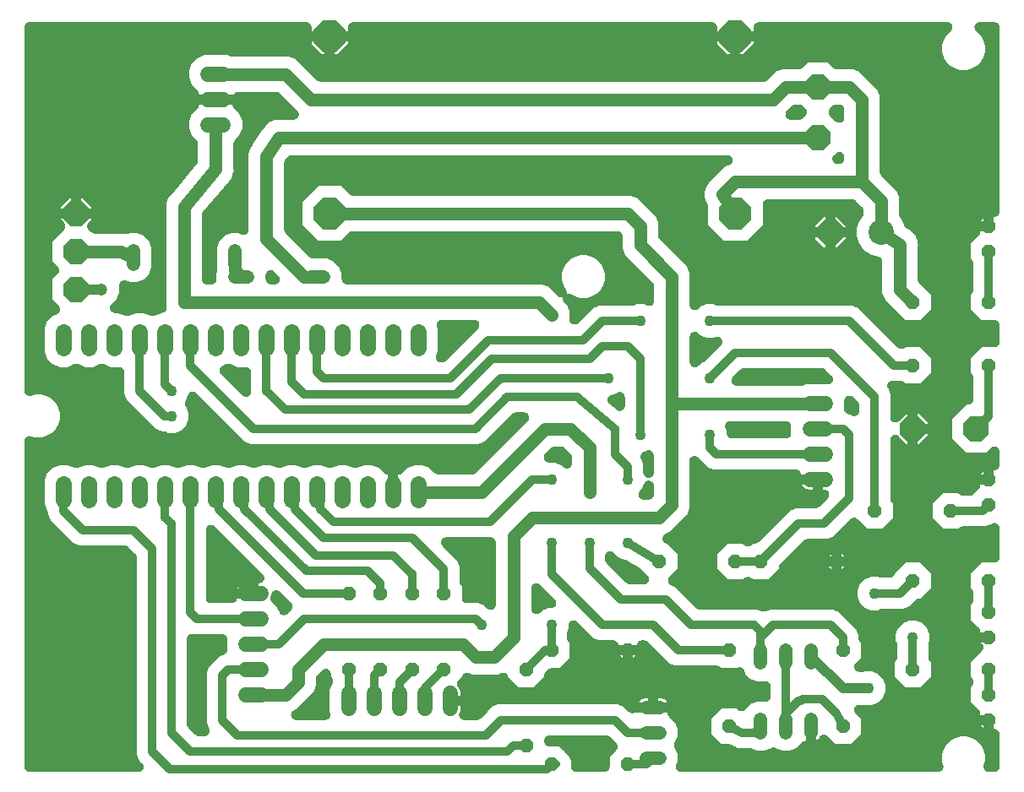
<source format=gbl>
G04 EAGLE Gerber X2 export*
G75*
%MOMM*%
%FSLAX34Y34*%
%LPD*%
%AMOC8*
5,1,8,0,0,1.08239X$1,22.5*%
G01*
%ADD10P,3.436588X8X22.500000*%
%ADD11P,2.749271X8X22.500000*%
%ADD12C,1.574800*%
%ADD13C,1.320800*%
%ADD14C,1.524000*%
%ADD15P,1.429621X8X292.500000*%
%ADD16P,1.429621X8X22.500000*%
%ADD17P,1.429621X8X202.500000*%
%ADD18P,1.429621X8X112.500000*%
%ADD19C,2.540000*%
%ADD20P,2.749271X8X202.500000*%
%ADD21C,0.812800*%
%ADD22C,1.300000*%
%ADD23C,1.270000*%
%ADD24C,1.100000*%
%ADD25C,1.016000*%
%ADD26C,1.200000*%

G36*
X126080Y11446D02*
X126080Y11446D01*
X126317Y11453D01*
X126398Y11466D01*
X126480Y11471D01*
X126712Y11515D01*
X126946Y11552D01*
X127025Y11575D01*
X127106Y11590D01*
X127331Y11663D01*
X127558Y11729D01*
X127634Y11761D01*
X127712Y11787D01*
X127927Y11888D01*
X128144Y11981D01*
X128214Y12023D01*
X128288Y12058D01*
X128489Y12185D01*
X128692Y12305D01*
X128757Y12355D01*
X128827Y12399D01*
X129009Y12550D01*
X129196Y12694D01*
X129255Y12752D01*
X129318Y12804D01*
X129480Y12977D01*
X129648Y13144D01*
X129698Y13209D01*
X129754Y13268D01*
X129894Y13460D01*
X130039Y13647D01*
X130081Y13717D01*
X130129Y13783D01*
X130244Y13991D01*
X130365Y14194D01*
X130398Y14270D01*
X130437Y14341D01*
X130525Y14561D01*
X130619Y14779D01*
X130642Y14857D01*
X130672Y14934D01*
X130732Y15163D01*
X130798Y15390D01*
X130811Y15471D01*
X130832Y15550D01*
X130862Y15785D01*
X130899Y16019D01*
X130902Y16101D01*
X130913Y16182D01*
X130913Y16419D01*
X130921Y16656D01*
X130914Y16737D01*
X130914Y16820D01*
X130885Y17054D01*
X130863Y17290D01*
X130845Y17370D01*
X130835Y17452D01*
X130777Y17681D01*
X130726Y17912D01*
X130698Y17990D01*
X130678Y18069D01*
X130591Y18289D01*
X130512Y18513D01*
X130475Y18586D01*
X130445Y18662D01*
X130331Y18870D01*
X130224Y19081D01*
X130179Y19149D01*
X130139Y19221D01*
X130001Y19413D01*
X129868Y19609D01*
X129815Y19670D01*
X129766Y19738D01*
X129589Y19927D01*
X129436Y20102D01*
X126564Y22973D01*
X124205Y28668D01*
X124205Y226428D01*
X124201Y226501D01*
X124203Y226574D01*
X124181Y226819D01*
X124165Y227064D01*
X124152Y227135D01*
X124145Y227208D01*
X124092Y227448D01*
X124046Y227690D01*
X124023Y227759D01*
X124008Y227830D01*
X123925Y228061D01*
X123849Y228296D01*
X123818Y228362D01*
X123794Y228431D01*
X123683Y228650D01*
X123578Y228872D01*
X123539Y228934D01*
X123506Y228999D01*
X123369Y229203D01*
X123237Y229411D01*
X123191Y229467D01*
X123150Y229527D01*
X122997Y229701D01*
X122832Y229902D01*
X122771Y229959D01*
X122718Y230020D01*
X115720Y237018D01*
X115665Y237066D01*
X115615Y237119D01*
X115426Y237277D01*
X115242Y237439D01*
X115181Y237480D01*
X115125Y237527D01*
X114918Y237659D01*
X114715Y237797D01*
X114650Y237830D01*
X114588Y237870D01*
X114366Y237975D01*
X114147Y238087D01*
X114079Y238111D01*
X114013Y238143D01*
X113779Y238219D01*
X113548Y238303D01*
X113477Y238319D01*
X113407Y238342D01*
X113166Y238388D01*
X112926Y238442D01*
X112853Y238449D01*
X112782Y238463D01*
X112551Y238478D01*
X112292Y238503D01*
X112208Y238500D01*
X112128Y238505D01*
X66768Y238505D01*
X61073Y240864D01*
X37664Y264273D01*
X35305Y269968D01*
X35305Y270316D01*
X35301Y270389D01*
X35303Y270462D01*
X35281Y270707D01*
X35265Y270952D01*
X35252Y271023D01*
X35245Y271096D01*
X35192Y271336D01*
X35146Y271578D01*
X35123Y271647D01*
X35108Y271718D01*
X35025Y271949D01*
X34949Y272184D01*
X34918Y272250D01*
X34894Y272318D01*
X34783Y272537D01*
X34678Y272760D01*
X34639Y272822D01*
X34606Y272887D01*
X34594Y272906D01*
X31495Y280386D01*
X31495Y303814D01*
X34434Y310909D01*
X39865Y316340D01*
X46960Y319279D01*
X54640Y319279D01*
X61556Y316414D01*
X61625Y316390D01*
X61692Y316360D01*
X61926Y316287D01*
X62159Y316207D01*
X62231Y316193D01*
X62300Y316171D01*
X62542Y316128D01*
X62783Y316078D01*
X62856Y316072D01*
X62928Y316060D01*
X63173Y316047D01*
X63418Y316028D01*
X63491Y316031D01*
X63564Y316028D01*
X63809Y316046D01*
X64054Y316058D01*
X64126Y316070D01*
X64199Y316076D01*
X64440Y316125D01*
X64682Y316167D01*
X64752Y316188D01*
X64824Y316203D01*
X65042Y316277D01*
X65291Y316354D01*
X65368Y316388D01*
X65444Y316414D01*
X72360Y319279D01*
X80040Y319279D01*
X86956Y316414D01*
X87025Y316390D01*
X87092Y316360D01*
X87326Y316287D01*
X87559Y316207D01*
X87631Y316193D01*
X87700Y316171D01*
X87942Y316128D01*
X88183Y316078D01*
X88256Y316072D01*
X88328Y316060D01*
X88572Y316047D01*
X88818Y316028D01*
X88891Y316031D01*
X88964Y316028D01*
X89209Y316046D01*
X89454Y316058D01*
X89526Y316070D01*
X89599Y316076D01*
X89840Y316125D01*
X90082Y316167D01*
X90152Y316188D01*
X90223Y316203D01*
X90442Y316277D01*
X90691Y316354D01*
X90768Y316388D01*
X90844Y316414D01*
X97760Y319279D01*
X105440Y319279D01*
X112356Y316414D01*
X112425Y316390D01*
X112492Y316360D01*
X112726Y316287D01*
X112959Y316207D01*
X113031Y316193D01*
X113100Y316171D01*
X113342Y316128D01*
X113583Y316078D01*
X113656Y316072D01*
X113728Y316060D01*
X113972Y316047D01*
X114218Y316028D01*
X114291Y316031D01*
X114364Y316028D01*
X114609Y316046D01*
X114854Y316058D01*
X114926Y316070D01*
X114999Y316076D01*
X115240Y316125D01*
X115482Y316167D01*
X115552Y316188D01*
X115623Y316203D01*
X115842Y316277D01*
X116091Y316354D01*
X116168Y316388D01*
X116244Y316414D01*
X123160Y319279D01*
X130840Y319279D01*
X137756Y316414D01*
X137825Y316390D01*
X137892Y316360D01*
X138126Y316287D01*
X138359Y316207D01*
X138431Y316193D01*
X138500Y316171D01*
X138742Y316128D01*
X138983Y316078D01*
X139056Y316072D01*
X139128Y316060D01*
X139372Y316047D01*
X139618Y316028D01*
X139691Y316031D01*
X139764Y316028D01*
X140009Y316046D01*
X140254Y316058D01*
X140326Y316070D01*
X140399Y316076D01*
X140640Y316125D01*
X140882Y316167D01*
X140952Y316188D01*
X141023Y316203D01*
X141242Y316277D01*
X141491Y316354D01*
X141568Y316388D01*
X141644Y316414D01*
X148560Y319279D01*
X156240Y319279D01*
X163156Y316414D01*
X163225Y316390D01*
X163292Y316360D01*
X163526Y316287D01*
X163759Y316207D01*
X163831Y316193D01*
X163900Y316171D01*
X164142Y316128D01*
X164383Y316078D01*
X164456Y316072D01*
X164528Y316060D01*
X164772Y316047D01*
X165018Y316028D01*
X165091Y316031D01*
X165164Y316028D01*
X165409Y316046D01*
X165654Y316058D01*
X165726Y316070D01*
X165799Y316076D01*
X166040Y316125D01*
X166282Y316167D01*
X166352Y316188D01*
X166423Y316203D01*
X166642Y316277D01*
X166891Y316354D01*
X166968Y316388D01*
X167044Y316414D01*
X173960Y319279D01*
X181640Y319279D01*
X188556Y316414D01*
X188625Y316390D01*
X188692Y316360D01*
X188926Y316287D01*
X189159Y316207D01*
X189231Y316193D01*
X189300Y316171D01*
X189542Y316128D01*
X189783Y316078D01*
X189856Y316072D01*
X189928Y316060D01*
X190172Y316047D01*
X190418Y316028D01*
X190491Y316031D01*
X190564Y316028D01*
X190809Y316046D01*
X191054Y316058D01*
X191126Y316070D01*
X191199Y316076D01*
X191440Y316125D01*
X191682Y316167D01*
X191752Y316188D01*
X191823Y316203D01*
X192042Y316277D01*
X192291Y316354D01*
X192368Y316388D01*
X192444Y316414D01*
X199360Y319279D01*
X207040Y319279D01*
X213956Y316414D01*
X214025Y316390D01*
X214092Y316360D01*
X214326Y316287D01*
X214559Y316207D01*
X214631Y316193D01*
X214700Y316171D01*
X214942Y316128D01*
X215183Y316078D01*
X215256Y316072D01*
X215328Y316060D01*
X215572Y316047D01*
X215818Y316028D01*
X215891Y316031D01*
X215964Y316028D01*
X216209Y316046D01*
X216454Y316058D01*
X216526Y316070D01*
X216599Y316076D01*
X216840Y316125D01*
X217082Y316167D01*
X217152Y316188D01*
X217223Y316203D01*
X217442Y316277D01*
X217691Y316354D01*
X217768Y316388D01*
X217844Y316414D01*
X224760Y319279D01*
X232440Y319279D01*
X239356Y316414D01*
X239425Y316390D01*
X239492Y316360D01*
X239726Y316287D01*
X239959Y316207D01*
X240031Y316193D01*
X240100Y316171D01*
X240342Y316128D01*
X240583Y316078D01*
X240656Y316072D01*
X240728Y316060D01*
X240972Y316047D01*
X241218Y316028D01*
X241291Y316031D01*
X241364Y316028D01*
X241609Y316046D01*
X241854Y316058D01*
X241926Y316070D01*
X241999Y316076D01*
X242240Y316125D01*
X242482Y316167D01*
X242552Y316188D01*
X242623Y316203D01*
X242842Y316277D01*
X243091Y316354D01*
X243168Y316388D01*
X243244Y316414D01*
X250160Y319279D01*
X257840Y319279D01*
X264756Y316414D01*
X264825Y316390D01*
X264892Y316360D01*
X265126Y316287D01*
X265359Y316207D01*
X265431Y316193D01*
X265500Y316171D01*
X265742Y316128D01*
X265983Y316078D01*
X266056Y316072D01*
X266128Y316060D01*
X266372Y316047D01*
X266618Y316028D01*
X266691Y316031D01*
X266764Y316028D01*
X267009Y316046D01*
X267254Y316058D01*
X267326Y316070D01*
X267399Y316076D01*
X267640Y316125D01*
X267882Y316167D01*
X267952Y316188D01*
X268023Y316203D01*
X268242Y316277D01*
X268491Y316354D01*
X268568Y316388D01*
X268644Y316414D01*
X275560Y319279D01*
X283240Y319279D01*
X290156Y316414D01*
X290225Y316390D01*
X290292Y316360D01*
X290526Y316287D01*
X290759Y316207D01*
X290831Y316193D01*
X290900Y316171D01*
X291142Y316128D01*
X291383Y316078D01*
X291456Y316072D01*
X291528Y316060D01*
X291772Y316047D01*
X292018Y316028D01*
X292091Y316031D01*
X292164Y316028D01*
X292409Y316046D01*
X292654Y316058D01*
X292726Y316070D01*
X292799Y316076D01*
X293040Y316125D01*
X293282Y316167D01*
X293352Y316188D01*
X293423Y316203D01*
X293642Y316277D01*
X293891Y316354D01*
X293968Y316388D01*
X294044Y316414D01*
X300960Y319279D01*
X308640Y319279D01*
X315556Y316414D01*
X315625Y316390D01*
X315692Y316360D01*
X315926Y316287D01*
X316159Y316207D01*
X316231Y316193D01*
X316300Y316171D01*
X316542Y316128D01*
X316783Y316078D01*
X316856Y316072D01*
X316928Y316060D01*
X317172Y316047D01*
X317418Y316028D01*
X317491Y316031D01*
X317564Y316028D01*
X317809Y316046D01*
X318054Y316058D01*
X318126Y316070D01*
X318199Y316076D01*
X318440Y316125D01*
X318682Y316167D01*
X318752Y316188D01*
X318823Y316203D01*
X319042Y316277D01*
X319291Y316354D01*
X319368Y316388D01*
X319444Y316414D01*
X326360Y319279D01*
X334040Y319279D01*
X340956Y316414D01*
X341025Y316390D01*
X341092Y316360D01*
X341326Y316287D01*
X341559Y316207D01*
X341631Y316193D01*
X341700Y316171D01*
X341942Y316128D01*
X342183Y316078D01*
X342256Y316072D01*
X342328Y316060D01*
X342572Y316047D01*
X342818Y316028D01*
X342891Y316031D01*
X342964Y316028D01*
X343209Y316046D01*
X343454Y316058D01*
X343526Y316070D01*
X343599Y316076D01*
X343840Y316125D01*
X344082Y316167D01*
X344152Y316188D01*
X344223Y316203D01*
X344442Y316277D01*
X344691Y316354D01*
X344768Y316388D01*
X344844Y316414D01*
X351760Y319279D01*
X359440Y319279D01*
X366535Y316340D01*
X371969Y310906D01*
X372144Y310752D01*
X372313Y310592D01*
X372382Y310541D01*
X372447Y310485D01*
X372639Y310354D01*
X372828Y310216D01*
X372903Y310175D01*
X372973Y310127D01*
X373181Y310021D01*
X373385Y309908D01*
X373465Y309876D01*
X373541Y309837D01*
X373760Y309758D01*
X373977Y309672D01*
X374060Y309650D01*
X374140Y309621D01*
X374368Y309570D01*
X374594Y309511D01*
X374678Y309500D01*
X374762Y309482D01*
X374994Y309460D01*
X375225Y309430D01*
X375311Y309429D01*
X375396Y309421D01*
X375629Y309428D01*
X375863Y309428D01*
X375921Y309435D01*
X375921Y292100D01*
X375930Y291946D01*
X375930Y291791D01*
X375950Y291628D01*
X375961Y291464D01*
X375989Y291313D01*
X376009Y291159D01*
X376049Y290999D01*
X376080Y290839D01*
X376128Y290691D01*
X376166Y290541D01*
X376226Y290389D01*
X376276Y290233D01*
X376342Y290092D01*
X376399Y289948D01*
X376478Y289804D01*
X376547Y289656D01*
X376630Y289525D01*
X376705Y289389D01*
X376801Y289256D01*
X376888Y289118D01*
X376987Y288998D01*
X377078Y288873D01*
X377190Y288753D01*
X377294Y288627D01*
X377407Y288520D01*
X377513Y288407D01*
X377639Y288302D01*
X377758Y288190D01*
X377884Y288099D01*
X378003Y288000D01*
X378141Y287911D01*
X378273Y287815D01*
X378409Y287740D01*
X378540Y287657D01*
X378688Y287586D01*
X378831Y287507D01*
X378975Y287450D01*
X379115Y287384D01*
X379271Y287332D01*
X379423Y287272D01*
X379573Y287233D01*
X379721Y287185D01*
X379881Y287154D01*
X380040Y287113D01*
X380194Y287093D01*
X380346Y287063D01*
X380505Y287053D01*
X380672Y287032D01*
X380841Y287031D01*
X381000Y287021D01*
X381155Y287031D01*
X381309Y287031D01*
X381310Y287031D01*
X381473Y287051D01*
X381636Y287061D01*
X381788Y287090D01*
X381942Y287109D01*
X382101Y287150D01*
X382262Y287180D01*
X382409Y287228D01*
X382559Y287266D01*
X382712Y287326D01*
X382868Y287377D01*
X383008Y287443D01*
X383152Y287500D01*
X383296Y287578D01*
X383445Y287648D01*
X383575Y287731D01*
X383711Y287805D01*
X383844Y287901D01*
X383983Y287989D01*
X384102Y288088D01*
X384228Y288178D01*
X384347Y288290D01*
X384474Y288395D01*
X384580Y288508D01*
X384693Y288613D01*
X384798Y288739D01*
X384911Y288859D01*
X385002Y288984D01*
X385101Y289103D01*
X385189Y289241D01*
X385286Y289374D01*
X385360Y289509D01*
X385444Y289640D01*
X385514Y289788D01*
X385593Y289932D01*
X385650Y290076D01*
X385717Y290216D01*
X385768Y290372D01*
X385829Y290524D01*
X385867Y290674D01*
X385916Y290821D01*
X385947Y290982D01*
X385988Y291141D01*
X386008Y291294D01*
X386037Y291446D01*
X386047Y291605D01*
X386069Y291773D01*
X386069Y291941D01*
X386079Y292100D01*
X386079Y309434D01*
X386119Y309429D01*
X386352Y309429D01*
X386585Y309421D01*
X386671Y309429D01*
X386756Y309428D01*
X386988Y309458D01*
X387220Y309479D01*
X387304Y309497D01*
X387389Y309508D01*
X387615Y309566D01*
X387842Y309616D01*
X387922Y309645D01*
X388006Y309666D01*
X388223Y309752D01*
X388442Y309830D01*
X388519Y309869D01*
X388598Y309900D01*
X388803Y310012D01*
X389011Y310117D01*
X389082Y310165D01*
X389157Y310207D01*
X389346Y310343D01*
X389539Y310474D01*
X389602Y310529D01*
X389673Y310580D01*
X389860Y310756D01*
X390031Y310906D01*
X395465Y316340D01*
X402560Y319279D01*
X410240Y319279D01*
X417335Y316340D01*
X422307Y311368D01*
X422361Y311320D01*
X422411Y311267D01*
X422600Y311109D01*
X422784Y310947D01*
X422845Y310906D01*
X422901Y310859D01*
X423108Y310727D01*
X423311Y310589D01*
X423376Y310556D01*
X423438Y310516D01*
X423660Y310411D01*
X423879Y310299D01*
X423948Y310275D01*
X424014Y310243D01*
X424247Y310167D01*
X424478Y310083D01*
X424549Y310067D01*
X424619Y310044D01*
X424860Y309998D01*
X425100Y309944D01*
X425173Y309937D01*
X425244Y309923D01*
X425476Y309908D01*
X425734Y309883D01*
X425818Y309886D01*
X425898Y309881D01*
X460431Y309881D01*
X460504Y309885D01*
X460577Y309883D01*
X460822Y309905D01*
X461067Y309921D01*
X461139Y309934D01*
X461211Y309941D01*
X461452Y309994D01*
X461693Y310040D01*
X461762Y310063D01*
X461834Y310078D01*
X462065Y310161D01*
X462299Y310237D01*
X462365Y310268D01*
X462434Y310292D01*
X462653Y310403D01*
X462875Y310508D01*
X462937Y310547D01*
X463002Y310580D01*
X463206Y310717D01*
X463414Y310849D01*
X463470Y310895D01*
X463530Y310936D01*
X463704Y311089D01*
X463905Y311254D01*
X463962Y311315D01*
X464023Y311368D01*
X515839Y363184D01*
X515995Y363362D01*
X516158Y363534D01*
X516206Y363601D01*
X516260Y363662D01*
X516393Y363858D01*
X516533Y364050D01*
X516572Y364121D01*
X516618Y364189D01*
X516726Y364401D01*
X516840Y364607D01*
X516870Y364684D01*
X516908Y364757D01*
X516988Y364980D01*
X517076Y365200D01*
X517096Y365279D01*
X517124Y365356D01*
X517176Y365587D01*
X517235Y365816D01*
X517245Y365898D01*
X517263Y365978D01*
X517286Y366213D01*
X517316Y366448D01*
X517316Y366531D01*
X517324Y366612D01*
X517317Y366848D01*
X517317Y367086D01*
X517307Y367167D01*
X517304Y367249D01*
X517268Y367483D01*
X517238Y367718D01*
X517218Y367797D01*
X517205Y367878D01*
X517140Y368106D01*
X517081Y368335D01*
X517051Y368411D01*
X517028Y368490D01*
X516935Y368708D01*
X516848Y368928D01*
X516809Y369000D01*
X516776Y369075D01*
X516656Y369279D01*
X516542Y369487D01*
X516494Y369554D01*
X516453Y369624D01*
X516308Y369812D01*
X516169Y370004D01*
X516113Y370063D01*
X516063Y370128D01*
X515896Y370296D01*
X515734Y370469D01*
X515671Y370522D01*
X515613Y370580D01*
X515426Y370725D01*
X515244Y370877D01*
X515175Y370921D01*
X515110Y370971D01*
X514907Y371092D01*
X514707Y371220D01*
X514633Y371255D01*
X514563Y371297D01*
X514346Y371391D01*
X514132Y371493D01*
X514054Y371518D01*
X513979Y371551D01*
X513751Y371618D01*
X513526Y371692D01*
X513446Y371707D01*
X513367Y371730D01*
X513133Y371768D01*
X512901Y371813D01*
X512821Y371818D01*
X512738Y371831D01*
X512478Y371840D01*
X512247Y371855D01*
X503822Y371855D01*
X503749Y371851D01*
X503676Y371853D01*
X503431Y371831D01*
X503186Y371815D01*
X503115Y371802D01*
X503042Y371795D01*
X502802Y371742D01*
X502560Y371696D01*
X502491Y371673D01*
X502420Y371658D01*
X502189Y371575D01*
X501954Y371499D01*
X501888Y371468D01*
X501819Y371444D01*
X501600Y371333D01*
X501378Y371228D01*
X501316Y371189D01*
X501251Y371156D01*
X501047Y371019D01*
X500839Y370887D01*
X500783Y370841D01*
X500723Y370800D01*
X500549Y370647D01*
X500348Y370482D01*
X500291Y370421D01*
X500230Y370368D01*
X472327Y342464D01*
X466632Y340105D01*
X238218Y340105D01*
X232523Y342464D01*
X227450Y347537D01*
X183684Y391303D01*
X183538Y391432D01*
X183397Y391569D01*
X183299Y391643D01*
X183206Y391724D01*
X183045Y391834D01*
X182888Y391952D01*
X182781Y392013D01*
X182680Y392082D01*
X182505Y392171D01*
X182335Y392269D01*
X182222Y392316D01*
X182112Y392372D01*
X181928Y392438D01*
X181747Y392514D01*
X181628Y392546D01*
X181513Y392588D01*
X181322Y392631D01*
X181133Y392683D01*
X181011Y392700D01*
X180891Y392727D01*
X180696Y392746D01*
X180502Y392774D01*
X180379Y392776D01*
X180257Y392788D01*
X180061Y392782D01*
X179865Y392785D01*
X179743Y392772D01*
X179620Y392768D01*
X179426Y392738D01*
X179232Y392717D01*
X179112Y392689D01*
X178990Y392669D01*
X178802Y392615D01*
X178612Y392570D01*
X178497Y392527D01*
X178378Y392492D01*
X178198Y392415D01*
X178015Y392346D01*
X177906Y392289D01*
X177793Y392240D01*
X177624Y392141D01*
X177451Y392050D01*
X177351Y391979D01*
X177244Y391917D01*
X177089Y391797D01*
X176929Y391685D01*
X176838Y391602D01*
X176740Y391527D01*
X176602Y391389D01*
X176456Y391257D01*
X176376Y391164D01*
X176289Y391077D01*
X176169Y390923D01*
X176041Y390774D01*
X175973Y390672D01*
X175898Y390575D01*
X175797Y390406D01*
X175689Y390243D01*
X175636Y390135D01*
X175572Y390027D01*
X175487Y389832D01*
X175400Y389655D01*
X173024Y383917D01*
X172982Y383863D01*
X172898Y383722D01*
X172806Y383587D01*
X172735Y383449D01*
X172656Y383316D01*
X172591Y383165D01*
X172516Y383020D01*
X172464Y382874D01*
X172402Y382731D01*
X172356Y382574D01*
X172300Y382420D01*
X172266Y382269D01*
X172223Y382120D01*
X172197Y381958D01*
X172161Y381799D01*
X172146Y381644D01*
X172121Y381491D01*
X172116Y381327D01*
X172100Y381164D01*
X172105Y381009D01*
X172100Y380854D01*
X172115Y380691D01*
X172120Y380527D01*
X172144Y380374D01*
X172158Y380220D01*
X172193Y380060D01*
X172219Y379898D01*
X172262Y379749D01*
X172295Y379598D01*
X172350Y379443D01*
X172396Y379286D01*
X172457Y379144D01*
X172509Y378997D01*
X172583Y378851D01*
X172648Y378701D01*
X172727Y378567D01*
X172796Y378429D01*
X172888Y378293D01*
X172971Y378152D01*
X173022Y378086D01*
X175681Y371668D01*
X175681Y364932D01*
X173103Y358709D01*
X168341Y353947D01*
X162118Y351369D01*
X155382Y351369D01*
X152849Y352419D01*
X152819Y352429D01*
X152790Y352443D01*
X152517Y352532D01*
X152246Y352625D01*
X152215Y352632D01*
X152184Y352642D01*
X151903Y352696D01*
X151622Y352754D01*
X151590Y352757D01*
X151559Y352763D01*
X151308Y352779D01*
X150987Y352805D01*
X150945Y352803D01*
X150905Y352805D01*
X149318Y352805D01*
X143623Y355164D01*
X113864Y384923D01*
X111505Y390618D01*
X111505Y412242D01*
X111496Y412397D01*
X111496Y412552D01*
X111476Y412714D01*
X111465Y412878D01*
X111436Y413030D01*
X111417Y413184D01*
X111377Y413343D01*
X111346Y413504D01*
X111298Y413651D01*
X111260Y413801D01*
X111200Y413954D01*
X111149Y414110D01*
X111084Y414250D01*
X111027Y414394D01*
X110948Y414538D01*
X110878Y414686D01*
X110796Y414817D01*
X110721Y414953D01*
X110625Y415086D01*
X110537Y415225D01*
X110439Y415344D01*
X110348Y415470D01*
X110236Y415589D01*
X110132Y415716D01*
X110019Y415822D01*
X109913Y415935D01*
X109787Y416040D01*
X109668Y416152D01*
X109542Y416244D01*
X109423Y416343D01*
X109285Y416431D01*
X109153Y416527D01*
X109017Y416602D01*
X108886Y416686D01*
X108738Y416756D01*
X108595Y416835D01*
X108451Y416892D01*
X108311Y416959D01*
X108155Y417010D01*
X108002Y417070D01*
X107852Y417109D01*
X107705Y417158D01*
X107544Y417189D01*
X107386Y417230D01*
X107232Y417249D01*
X107080Y417279D01*
X106921Y417289D01*
X106754Y417311D01*
X106585Y417311D01*
X106426Y417321D01*
X97760Y417321D01*
X90844Y420186D01*
X90775Y420210D01*
X90708Y420240D01*
X90474Y420313D01*
X90241Y420393D01*
X90169Y420407D01*
X90100Y420429D01*
X89858Y420472D01*
X89617Y420522D01*
X89544Y420528D01*
X89473Y420540D01*
X89227Y420553D01*
X88982Y420572D01*
X88909Y420569D01*
X88836Y420572D01*
X88591Y420554D01*
X88346Y420542D01*
X88274Y420530D01*
X88201Y420524D01*
X87960Y420475D01*
X87718Y420433D01*
X87648Y420412D01*
X87577Y420397D01*
X87358Y420323D01*
X87109Y420246D01*
X87032Y420212D01*
X86956Y420186D01*
X80040Y417321D01*
X72360Y417321D01*
X65444Y420186D01*
X65375Y420210D01*
X65308Y420240D01*
X65074Y420313D01*
X64841Y420393D01*
X64769Y420407D01*
X64700Y420429D01*
X64458Y420472D01*
X64217Y420522D01*
X64144Y420528D01*
X64073Y420540D01*
X63827Y420553D01*
X63582Y420572D01*
X63509Y420569D01*
X63436Y420572D01*
X63191Y420554D01*
X62946Y420542D01*
X62874Y420530D01*
X62801Y420524D01*
X62560Y420475D01*
X62318Y420433D01*
X62248Y420412D01*
X62177Y420397D01*
X61958Y420323D01*
X61709Y420246D01*
X61632Y420212D01*
X61556Y420186D01*
X54640Y417321D01*
X46960Y417321D01*
X39865Y420260D01*
X34434Y425691D01*
X31495Y432786D01*
X31495Y456214D01*
X34434Y463309D01*
X39865Y468740D01*
X44205Y470537D01*
X44381Y470624D01*
X44560Y470701D01*
X44666Y470764D01*
X44777Y470818D01*
X44941Y470925D01*
X45109Y471025D01*
X45207Y471100D01*
X45309Y471167D01*
X45458Y471294D01*
X45613Y471414D01*
X45701Y471501D01*
X45794Y471581D01*
X45926Y471725D01*
X46065Y471864D01*
X46140Y471961D01*
X46223Y472052D01*
X46335Y472212D01*
X46456Y472367D01*
X46519Y472473D01*
X46590Y472573D01*
X46681Y472746D01*
X46782Y472914D01*
X46831Y473027D01*
X46888Y473136D01*
X46958Y473319D01*
X47036Y473499D01*
X47070Y473617D01*
X47114Y473732D01*
X47160Y473922D01*
X47215Y474110D01*
X47235Y474231D01*
X47263Y474351D01*
X47285Y474546D01*
X47316Y474739D01*
X47321Y474862D01*
X47334Y474984D01*
X47331Y475180D01*
X47338Y475376D01*
X47327Y475498D01*
X47325Y475621D01*
X47298Y475815D01*
X47280Y476010D01*
X47253Y476131D01*
X47236Y476252D01*
X47185Y476441D01*
X47143Y476632D01*
X47101Y476748D01*
X47069Y476867D01*
X46994Y477048D01*
X46929Y477233D01*
X46873Y477342D01*
X46826Y477456D01*
X46730Y477626D01*
X46641Y477801D01*
X46573Y477903D01*
X46512Y478010D01*
X46394Y478167D01*
X46285Y478329D01*
X46206Y478420D01*
X46130Y478520D01*
X45982Y478674D01*
X45852Y478822D01*
X39369Y485305D01*
X39369Y505295D01*
X44832Y510758D01*
X44935Y510875D01*
X45045Y510984D01*
X45145Y511113D01*
X45254Y511236D01*
X45341Y511364D01*
X45436Y511487D01*
X45520Y511628D01*
X45612Y511763D01*
X45682Y511901D01*
X45762Y512034D01*
X45827Y512185D01*
X45901Y512331D01*
X45954Y512476D01*
X46016Y512619D01*
X46062Y512776D01*
X46118Y512930D01*
X46152Y513081D01*
X46195Y513230D01*
X46221Y513392D01*
X46257Y513552D01*
X46272Y513706D01*
X46296Y513859D01*
X46302Y514023D01*
X46317Y514186D01*
X46313Y514341D01*
X46318Y514496D01*
X46303Y514659D01*
X46298Y514823D01*
X46274Y514976D01*
X46260Y515130D01*
X46225Y515290D01*
X46199Y515452D01*
X46156Y515601D01*
X46123Y515752D01*
X46068Y515907D01*
X46022Y516064D01*
X45961Y516207D01*
X45909Y516353D01*
X45835Y516499D01*
X45770Y516649D01*
X45691Y516783D01*
X45621Y516921D01*
X45530Y517057D01*
X45446Y517198D01*
X45352Y517321D01*
X45265Y517449D01*
X45160Y517569D01*
X45057Y517702D01*
X44937Y517822D01*
X44832Y517942D01*
X39369Y523405D01*
X39369Y543395D01*
X51119Y555145D01*
X51221Y555261D01*
X51331Y555370D01*
X51432Y555500D01*
X51540Y555622D01*
X51627Y555751D01*
X51722Y555873D01*
X51806Y556014D01*
X51898Y556149D01*
X51969Y556287D01*
X52048Y556421D01*
X52113Y556571D01*
X52188Y556717D01*
X52240Y556863D01*
X52302Y557005D01*
X52348Y557162D01*
X52404Y557316D01*
X52438Y557467D01*
X52481Y557616D01*
X52507Y557778D01*
X52543Y557938D01*
X52558Y558092D01*
X52583Y558245D01*
X52588Y558409D01*
X52604Y558572D01*
X52599Y558727D01*
X52604Y558882D01*
X52589Y559045D01*
X52584Y559209D01*
X52560Y559362D01*
X52546Y559516D01*
X52511Y559677D01*
X52485Y559839D01*
X52442Y559988D01*
X52409Y560139D01*
X52354Y560293D01*
X52308Y560451D01*
X52247Y560593D01*
X52195Y560739D01*
X52121Y560885D01*
X52056Y561036D01*
X51977Y561169D01*
X51907Y561307D01*
X51816Y561443D01*
X51732Y561585D01*
X51638Y561707D01*
X51551Y561836D01*
X51446Y561955D01*
X51343Y562089D01*
X51224Y562208D01*
X51119Y562328D01*
X48259Y565187D01*
X48259Y566421D01*
X63500Y566421D01*
X78741Y566421D01*
X78741Y565187D01*
X75881Y562328D01*
X75779Y562212D01*
X75669Y562102D01*
X75568Y561973D01*
X75460Y561850D01*
X75373Y561722D01*
X75278Y561599D01*
X75194Y561459D01*
X75102Y561323D01*
X75031Y561185D01*
X74952Y561052D01*
X74887Y560902D01*
X74812Y560755D01*
X74760Y560609D01*
X74698Y560468D01*
X74652Y560310D01*
X74596Y560156D01*
X74562Y560005D01*
X74519Y559856D01*
X74493Y559694D01*
X74457Y559534D01*
X74442Y559380D01*
X74417Y559227D01*
X74412Y559063D01*
X74396Y558900D01*
X74401Y558745D01*
X74396Y558590D01*
X74411Y558427D01*
X74416Y558263D01*
X74440Y558110D01*
X74454Y557956D01*
X74489Y557796D01*
X74515Y557634D01*
X74558Y557485D01*
X74591Y557334D01*
X74646Y557180D01*
X74692Y557022D01*
X74753Y556879D01*
X74805Y556734D01*
X74879Y556587D01*
X74944Y556437D01*
X75023Y556303D01*
X75093Y556165D01*
X75184Y556029D01*
X75268Y555888D01*
X75362Y555765D01*
X75449Y555637D01*
X75554Y555517D01*
X75657Y555384D01*
X75776Y555264D01*
X75881Y555145D01*
X78358Y552668D01*
X78412Y552620D01*
X78462Y552567D01*
X78651Y552410D01*
X78836Y552247D01*
X78896Y552206D01*
X78952Y552159D01*
X79159Y552027D01*
X79362Y551889D01*
X79427Y551856D01*
X79489Y551816D01*
X79711Y551711D01*
X79930Y551599D01*
X79999Y551575D01*
X80065Y551543D01*
X80298Y551467D01*
X80529Y551383D01*
X80601Y551367D01*
X80670Y551344D01*
X80911Y551298D01*
X81151Y551244D01*
X81224Y551237D01*
X81295Y551223D01*
X81527Y551208D01*
X81785Y551183D01*
X81869Y551186D01*
X81949Y551181D01*
X104240Y551181D01*
X104410Y551191D01*
X104581Y551192D01*
X104728Y551211D01*
X104876Y551221D01*
X105044Y551253D01*
X105213Y551275D01*
X105353Y551311D01*
X105502Y551340D01*
X105653Y551389D01*
X108401Y551194D01*
X108587Y551192D01*
X108761Y551181D01*
X111515Y551181D01*
X111646Y551127D01*
X111790Y551089D01*
X111930Y551040D01*
X112097Y551006D01*
X112262Y550962D01*
X112405Y550942D01*
X112554Y550911D01*
X112738Y550897D01*
X112911Y550873D01*
X113578Y550826D01*
X113790Y550824D01*
X114002Y550813D01*
X114108Y550821D01*
X114215Y550820D01*
X114425Y550845D01*
X114637Y550861D01*
X114742Y550882D01*
X114848Y550895D01*
X115054Y550946D01*
X115261Y550988D01*
X115360Y551022D01*
X115466Y551048D01*
X115682Y551131D01*
X115882Y551200D01*
X117063Y551689D01*
X124237Y551689D01*
X130866Y548943D01*
X135939Y543870D01*
X138685Y537241D01*
X138685Y529998D01*
X138691Y529904D01*
X138685Y529813D01*
X138685Y516859D01*
X135939Y510230D01*
X130866Y505157D01*
X124237Y502411D01*
X117063Y502411D01*
X113354Y503948D01*
X113168Y504011D01*
X112986Y504083D01*
X112867Y504114D01*
X112751Y504154D01*
X112559Y504194D01*
X112370Y504243D01*
X112248Y504258D01*
X112127Y504283D01*
X111932Y504299D01*
X111738Y504324D01*
X111615Y504324D01*
X111492Y504334D01*
X111296Y504324D01*
X111100Y504325D01*
X110978Y504310D01*
X110856Y504304D01*
X110663Y504270D01*
X110468Y504246D01*
X110349Y504216D01*
X110228Y504195D01*
X110041Y504137D01*
X109851Y504089D01*
X109736Y504044D01*
X109619Y504008D01*
X109440Y503928D01*
X109258Y503856D01*
X109150Y503797D01*
X109038Y503746D01*
X108871Y503644D01*
X108699Y503550D01*
X108599Y503478D01*
X108494Y503414D01*
X108341Y503292D01*
X108182Y503177D01*
X108093Y503093D01*
X107996Y503016D01*
X107860Y502876D01*
X107717Y502742D01*
X107638Y502647D01*
X107552Y502559D01*
X107434Y502403D01*
X107309Y502252D01*
X107243Y502149D01*
X107169Y502050D01*
X107072Y501880D01*
X106966Y501715D01*
X106914Y501604D01*
X106853Y501497D01*
X106777Y501317D01*
X106693Y501140D01*
X106655Y501023D01*
X106608Y500909D01*
X106556Y500720D01*
X106494Y500534D01*
X106471Y500414D01*
X106438Y500295D01*
X106410Y500101D01*
X106373Y499909D01*
X106365Y499789D01*
X106347Y499664D01*
X106343Y499452D01*
X106331Y499255D01*
X106331Y491833D01*
X103677Y485426D01*
X98600Y480350D01*
X98444Y480172D01*
X98281Y480000D01*
X98233Y479933D01*
X98179Y479872D01*
X98046Y479676D01*
X97906Y479484D01*
X97867Y479413D01*
X97821Y479345D01*
X97713Y479134D01*
X97599Y478927D01*
X97569Y478850D01*
X97531Y478777D01*
X97451Y478555D01*
X97363Y478334D01*
X97343Y478255D01*
X97315Y478178D01*
X97263Y477947D01*
X97204Y477718D01*
X97194Y477636D01*
X97176Y477556D01*
X97153Y477321D01*
X97123Y477086D01*
X97123Y477003D01*
X97115Y476922D01*
X97122Y476686D01*
X97122Y476448D01*
X97132Y476367D01*
X97135Y476285D01*
X97171Y476051D01*
X97201Y475816D01*
X97221Y475737D01*
X97234Y475656D01*
X97299Y475428D01*
X97358Y475199D01*
X97388Y475123D01*
X97411Y475044D01*
X97504Y474826D01*
X97591Y474606D01*
X97631Y474534D01*
X97663Y474459D01*
X97783Y474255D01*
X97897Y474047D01*
X97945Y473980D01*
X97986Y473910D01*
X98131Y473722D01*
X98270Y473530D01*
X98326Y473470D01*
X98376Y473406D01*
X98543Y473238D01*
X98705Y473065D01*
X98768Y473012D01*
X98826Y472954D01*
X99012Y472809D01*
X99195Y472657D01*
X99264Y472613D01*
X99329Y472563D01*
X99532Y472442D01*
X99732Y472314D01*
X99806Y472279D01*
X99876Y472237D01*
X100093Y472143D01*
X100307Y472041D01*
X100385Y472016D01*
X100460Y471983D01*
X100688Y471916D01*
X100913Y471842D01*
X100993Y471827D01*
X101072Y471804D01*
X101306Y471766D01*
X101538Y471721D01*
X101618Y471716D01*
X101701Y471703D01*
X101961Y471694D01*
X102192Y471679D01*
X105440Y471679D01*
X112356Y468814D01*
X112425Y468790D01*
X112492Y468760D01*
X112726Y468687D01*
X112959Y468607D01*
X113031Y468593D01*
X113100Y468571D01*
X113342Y468528D01*
X113583Y468478D01*
X113656Y468472D01*
X113728Y468460D01*
X113973Y468447D01*
X114218Y468428D01*
X114291Y468431D01*
X114364Y468428D01*
X114609Y468446D01*
X114854Y468458D01*
X114926Y468470D01*
X114999Y468476D01*
X115240Y468525D01*
X115482Y468567D01*
X115552Y468588D01*
X115624Y468603D01*
X115842Y468677D01*
X116091Y468754D01*
X116168Y468788D01*
X116244Y468814D01*
X123160Y471679D01*
X130840Y471679D01*
X137756Y468814D01*
X137825Y468790D01*
X137892Y468760D01*
X138126Y468687D01*
X138359Y468607D01*
X138431Y468593D01*
X138500Y468571D01*
X138742Y468528D01*
X138983Y468478D01*
X139056Y468472D01*
X139128Y468460D01*
X139373Y468447D01*
X139618Y468428D01*
X139691Y468431D01*
X139764Y468428D01*
X140009Y468446D01*
X140254Y468458D01*
X140326Y468470D01*
X140399Y468476D01*
X140640Y468525D01*
X140882Y468567D01*
X140952Y468588D01*
X141024Y468603D01*
X141242Y468677D01*
X141491Y468754D01*
X141568Y468788D01*
X141644Y468814D01*
X148560Y471679D01*
X149126Y471679D01*
X149322Y471691D01*
X149518Y471694D01*
X149640Y471711D01*
X149762Y471719D01*
X149954Y471755D01*
X150149Y471783D01*
X150267Y471815D01*
X150388Y471838D01*
X150574Y471898D01*
X150763Y471950D01*
X150877Y471997D01*
X150994Y472035D01*
X151172Y472118D01*
X151353Y472193D01*
X151459Y472253D01*
X151571Y472306D01*
X151736Y472410D01*
X151907Y472507D01*
X152005Y472581D01*
X152109Y472647D01*
X152260Y472771D01*
X152417Y472889D01*
X152505Y472974D01*
X152600Y473052D01*
X152734Y473195D01*
X152875Y473331D01*
X152952Y473427D01*
X153037Y473516D01*
X153152Y473675D01*
X153275Y473827D01*
X153339Y473932D01*
X153412Y474031D01*
X153506Y474203D01*
X153609Y474370D01*
X153660Y474482D01*
X153719Y474589D01*
X153792Y474771D01*
X153873Y474950D01*
X153909Y475067D01*
X153955Y475182D01*
X154004Y475371D01*
X154062Y475558D01*
X154083Y475679D01*
X154114Y475798D01*
X154139Y475992D01*
X154173Y476186D01*
X154179Y476308D01*
X154195Y476430D01*
X154195Y476626D01*
X154205Y476822D01*
X154196Y476944D01*
X154196Y477068D01*
X154172Y477262D01*
X154157Y477457D01*
X154133Y477577D01*
X154118Y477700D01*
X154069Y477890D01*
X154030Y478082D01*
X153991Y478195D01*
X153960Y478317D01*
X153883Y478515D01*
X153819Y478702D01*
X153669Y479063D01*
X153669Y576813D01*
X153654Y577054D01*
X153648Y577273D01*
X153422Y579763D01*
X153439Y579818D01*
X153468Y579935D01*
X153506Y580049D01*
X153543Y580244D01*
X153590Y580437D01*
X153604Y580556D01*
X153627Y580675D01*
X153639Y580866D01*
X153663Y581070D01*
X153661Y581203D01*
X153669Y581329D01*
X153669Y581387D01*
X154626Y583696D01*
X154704Y583924D01*
X154783Y584129D01*
X155526Y586516D01*
X155563Y586560D01*
X155635Y586658D01*
X155713Y586749D01*
X155823Y586915D01*
X155940Y587074D01*
X155998Y587180D01*
X156065Y587281D01*
X156149Y587452D01*
X156249Y587632D01*
X156298Y587755D01*
X156354Y587869D01*
X156376Y587922D01*
X158144Y589689D01*
X158303Y589871D01*
X158454Y590029D01*
X184242Y620975D01*
X184338Y621105D01*
X184441Y621229D01*
X184525Y621362D01*
X184618Y621489D01*
X184697Y621630D01*
X184784Y621766D01*
X184851Y621908D01*
X184927Y622046D01*
X184987Y622196D01*
X185057Y622342D01*
X185106Y622491D01*
X185164Y622637D01*
X185205Y622794D01*
X185256Y622947D01*
X185286Y623102D01*
X185325Y623254D01*
X185346Y623414D01*
X185377Y623573D01*
X185387Y623725D01*
X185408Y623886D01*
X185409Y624061D01*
X185419Y624226D01*
X185419Y641515D01*
X185415Y641588D01*
X185417Y641661D01*
X185395Y641906D01*
X185379Y642151D01*
X185366Y642222D01*
X185359Y642295D01*
X185306Y642535D01*
X185260Y642777D01*
X185237Y642846D01*
X185222Y642917D01*
X185139Y643148D01*
X185063Y643383D01*
X185032Y643449D01*
X185008Y643518D01*
X184897Y643737D01*
X184792Y643959D01*
X184753Y644021D01*
X184720Y644086D01*
X184583Y644290D01*
X184451Y644498D01*
X184405Y644554D01*
X184364Y644614D01*
X184212Y644788D01*
X184046Y644989D01*
X183985Y645046D01*
X183932Y645107D01*
X179430Y649609D01*
X176529Y656611D01*
X176529Y664189D01*
X179430Y671191D01*
X184937Y676699D01*
X185091Y676874D01*
X185252Y677044D01*
X185302Y677113D01*
X185359Y677177D01*
X185490Y677370D01*
X185627Y677558D01*
X185669Y677633D01*
X185717Y677704D01*
X185823Y677912D01*
X185936Y678116D01*
X185968Y678195D01*
X186006Y678272D01*
X186085Y678491D01*
X186172Y678707D01*
X186194Y678790D01*
X186223Y678871D01*
X186274Y679098D01*
X186332Y679324D01*
X186343Y679409D01*
X186362Y679493D01*
X186384Y679725D01*
X186414Y679956D01*
X186414Y680042D01*
X186422Y680127D01*
X186415Y680360D01*
X186416Y680593D01*
X186406Y680678D01*
X186404Y680721D01*
X203200Y680721D01*
X219997Y680721D01*
X219996Y680696D01*
X219985Y680611D01*
X219985Y680378D01*
X219977Y680145D01*
X219985Y680060D01*
X219985Y679974D01*
X220014Y679743D01*
X220035Y679510D01*
X220054Y679427D01*
X220064Y679342D01*
X220122Y679116D01*
X220172Y678888D01*
X220201Y678808D01*
X220222Y678725D01*
X220308Y678508D01*
X220386Y678288D01*
X220425Y678212D01*
X220457Y678132D01*
X220569Y677928D01*
X220674Y677720D01*
X220722Y677649D01*
X220763Y677573D01*
X220900Y677384D01*
X221030Y677191D01*
X221086Y677128D01*
X221137Y677058D01*
X221312Y676871D01*
X221463Y676699D01*
X226970Y671191D01*
X229871Y664189D01*
X229871Y656611D01*
X226970Y649609D01*
X222468Y645107D01*
X222420Y645052D01*
X222367Y645002D01*
X222209Y644813D01*
X222047Y644629D01*
X222006Y644568D01*
X221959Y644512D01*
X221827Y644305D01*
X221689Y644102D01*
X221656Y644037D01*
X221616Y643975D01*
X221511Y643753D01*
X221399Y643534D01*
X221375Y643466D01*
X221343Y643400D01*
X221267Y643166D01*
X221183Y642935D01*
X221167Y642864D01*
X221144Y642794D01*
X221098Y642553D01*
X221044Y642313D01*
X221037Y642241D01*
X221023Y642169D01*
X221008Y641938D01*
X220983Y641679D01*
X220986Y641595D01*
X220981Y641515D01*
X220981Y616987D01*
X220996Y616746D01*
X221002Y616527D01*
X221228Y614037D01*
X221211Y613982D01*
X221182Y613865D01*
X221144Y613751D01*
X221107Y613556D01*
X221060Y613363D01*
X221046Y613244D01*
X221023Y613125D01*
X221011Y612934D01*
X220987Y612730D01*
X220989Y612597D01*
X220981Y612471D01*
X220981Y612413D01*
X220024Y610104D01*
X219946Y609876D01*
X219867Y609671D01*
X219124Y607284D01*
X219087Y607240D01*
X219015Y607142D01*
X218937Y607051D01*
X218827Y606885D01*
X218710Y606725D01*
X218652Y606620D01*
X218585Y606519D01*
X218501Y606348D01*
X218401Y606168D01*
X218352Y606045D01*
X218296Y605932D01*
X218274Y605878D01*
X216506Y604111D01*
X216347Y603929D01*
X216196Y603771D01*
X190408Y572825D01*
X190312Y572695D01*
X190209Y572571D01*
X190125Y572438D01*
X190032Y572311D01*
X189953Y572170D01*
X189866Y572034D01*
X189799Y571892D01*
X189723Y571754D01*
X189663Y571604D01*
X189593Y571458D01*
X189544Y571309D01*
X189486Y571163D01*
X189445Y571006D01*
X189394Y570853D01*
X189364Y570698D01*
X189325Y570546D01*
X189304Y570386D01*
X189273Y570227D01*
X189263Y570075D01*
X189242Y569914D01*
X189241Y569739D01*
X189231Y569574D01*
X189231Y505460D01*
X189240Y505305D01*
X189240Y505150D01*
X189260Y504988D01*
X189271Y504824D01*
X189300Y504672D01*
X189319Y504518D01*
X189359Y504359D01*
X189390Y504198D01*
X189438Y504051D01*
X189476Y503901D01*
X189536Y503748D01*
X189587Y503592D01*
X189652Y503452D01*
X189709Y503308D01*
X189788Y503164D01*
X189858Y503016D01*
X189940Y502885D01*
X190015Y502749D01*
X190111Y502616D01*
X190199Y502477D01*
X190297Y502358D01*
X190388Y502232D01*
X190500Y502113D01*
X190604Y501986D01*
X190717Y501880D01*
X190823Y501767D01*
X190949Y501662D01*
X191068Y501550D01*
X191194Y501458D01*
X191313Y501359D01*
X191451Y501271D01*
X191583Y501175D01*
X191719Y501100D01*
X191850Y501016D01*
X191998Y500946D01*
X192141Y500867D01*
X192285Y500810D01*
X192425Y500743D01*
X192581Y500692D01*
X192734Y500632D01*
X192884Y500593D01*
X193031Y500544D01*
X193192Y500513D01*
X193350Y500472D01*
X193504Y500453D01*
X193656Y500423D01*
X193815Y500413D01*
X193982Y500391D01*
X194151Y500391D01*
X194310Y500381D01*
X198882Y500381D01*
X199037Y500390D01*
X199192Y500390D01*
X199354Y500410D01*
X199518Y500421D01*
X199670Y500450D01*
X199824Y500469D01*
X199983Y500509D01*
X200144Y500540D01*
X200291Y500588D01*
X200441Y500626D01*
X200594Y500686D01*
X200750Y500737D01*
X200890Y500802D01*
X201034Y500859D01*
X201178Y500938D01*
X201326Y501008D01*
X201457Y501090D01*
X201593Y501165D01*
X201726Y501261D01*
X201865Y501349D01*
X201984Y501447D01*
X202110Y501538D01*
X202229Y501650D01*
X202356Y501754D01*
X202462Y501867D01*
X202575Y501973D01*
X202680Y502099D01*
X202792Y502218D01*
X202884Y502344D01*
X202983Y502463D01*
X203071Y502601D01*
X203167Y502733D01*
X203242Y502869D01*
X203326Y503000D01*
X203396Y503148D01*
X203475Y503291D01*
X203532Y503435D01*
X203599Y503575D01*
X203650Y503731D01*
X203710Y503884D01*
X203749Y504034D01*
X203798Y504181D01*
X203829Y504342D01*
X203870Y504500D01*
X203889Y504654D01*
X203919Y504806D01*
X203929Y504965D01*
X203951Y505132D01*
X203951Y505301D01*
X203961Y505460D01*
X203961Y511587D01*
X204083Y511880D01*
X204093Y511910D01*
X204107Y511939D01*
X204196Y512213D01*
X204289Y512483D01*
X204296Y512514D01*
X204306Y512545D01*
X204360Y512826D01*
X204418Y513107D01*
X204421Y513139D01*
X204427Y513170D01*
X204443Y513421D01*
X204469Y513742D01*
X204467Y513784D01*
X204469Y513824D01*
X204469Y515235D01*
X204467Y515267D01*
X204469Y515299D01*
X204447Y515585D01*
X204429Y515871D01*
X204423Y515903D01*
X204421Y515934D01*
X204364Y516215D01*
X204310Y516497D01*
X204300Y516527D01*
X204294Y516559D01*
X204215Y516789D01*
X204215Y537241D01*
X206961Y543870D01*
X212034Y548943D01*
X218663Y551689D01*
X225837Y551689D01*
X229196Y550297D01*
X229381Y550234D01*
X229564Y550162D01*
X229683Y550131D01*
X229799Y550091D01*
X229991Y550051D01*
X230180Y550002D01*
X230302Y549987D01*
X230423Y549962D01*
X230618Y549946D01*
X230812Y549921D01*
X230936Y549921D01*
X231058Y549911D01*
X231254Y549921D01*
X231450Y549920D01*
X231572Y549935D01*
X231694Y549941D01*
X231887Y549975D01*
X232082Y549999D01*
X232201Y550029D01*
X232322Y550050D01*
X232509Y550108D01*
X232699Y550156D01*
X232814Y550201D01*
X232931Y550237D01*
X233110Y550318D01*
X233292Y550389D01*
X233400Y550448D01*
X233512Y550499D01*
X233679Y550601D01*
X233851Y550695D01*
X233951Y550767D01*
X234056Y550831D01*
X234209Y550953D01*
X234368Y551068D01*
X234457Y551152D01*
X234554Y551229D01*
X234690Y551369D01*
X234833Y551503D01*
X234912Y551598D01*
X234998Y551686D01*
X235115Y551842D01*
X235241Y551993D01*
X235307Y552096D01*
X235381Y552195D01*
X235478Y552365D01*
X235584Y552530D01*
X235636Y552641D01*
X235697Y552748D01*
X235773Y552928D01*
X235857Y553105D01*
X235895Y553222D01*
X235942Y553336D01*
X235994Y553525D01*
X236056Y553711D01*
X236079Y553831D01*
X236112Y553950D01*
X236140Y554144D01*
X236177Y554336D01*
X236185Y554456D01*
X236203Y554581D01*
X236207Y554793D01*
X236219Y554990D01*
X236219Y626386D01*
X236208Y626560D01*
X236207Y626733D01*
X236189Y626874D01*
X236179Y627022D01*
X236144Y627207D01*
X236121Y627383D01*
X235871Y628631D01*
X236123Y629904D01*
X236145Y630070D01*
X236177Y630236D01*
X236186Y630382D01*
X236207Y630535D01*
X236208Y630718D01*
X236219Y630889D01*
X236219Y632187D01*
X236706Y633363D01*
X236763Y633527D01*
X236828Y633688D01*
X236865Y633825D01*
X236913Y633966D01*
X236951Y634150D01*
X236997Y634321D01*
X237244Y635570D01*
X237963Y636650D01*
X238048Y636795D01*
X238141Y636936D01*
X238205Y637067D01*
X238283Y637201D01*
X238354Y637369D01*
X238430Y637523D01*
X238926Y638722D01*
X239826Y639622D01*
X239941Y639752D01*
X240063Y639876D01*
X240149Y639989D01*
X240248Y640100D01*
X240354Y640256D01*
X240461Y640396D01*
X250663Y655700D01*
X250748Y655845D01*
X250841Y655985D01*
X250905Y656117D01*
X250983Y656251D01*
X251054Y656419D01*
X251130Y656573D01*
X251626Y657772D01*
X252527Y658672D01*
X252641Y658802D01*
X252763Y658926D01*
X252849Y659039D01*
X252948Y659150D01*
X253054Y659306D01*
X253161Y659446D01*
X253867Y660506D01*
X254945Y661228D01*
X255079Y661330D01*
X255218Y661424D01*
X255329Y661521D01*
X255451Y661615D01*
X255582Y661743D01*
X255711Y661856D01*
X256628Y662774D01*
X257804Y663261D01*
X257960Y663337D01*
X258120Y663405D01*
X258243Y663476D01*
X258377Y663541D01*
X258534Y663645D01*
X258687Y663733D01*
X259745Y664442D01*
X261017Y664696D01*
X261180Y664740D01*
X261344Y664773D01*
X261483Y664820D01*
X261633Y664860D01*
X261802Y664929D01*
X261965Y664984D01*
X263163Y665481D01*
X264436Y665481D01*
X264610Y665492D01*
X264783Y665493D01*
X264924Y665511D01*
X265072Y665521D01*
X265257Y665556D01*
X265433Y665579D01*
X266681Y665829D01*
X267954Y665577D01*
X268120Y665555D01*
X268286Y665523D01*
X268432Y665514D01*
X268585Y665493D01*
X268768Y665492D01*
X268939Y665481D01*
X281361Y665481D01*
X281597Y665496D01*
X281834Y665503D01*
X281915Y665516D01*
X281997Y665521D01*
X282229Y665565D01*
X282463Y665602D01*
X282542Y665625D01*
X282623Y665640D01*
X282848Y665713D01*
X283076Y665779D01*
X283151Y665811D01*
X283229Y665837D01*
X283443Y665937D01*
X283661Y666031D01*
X283731Y666073D01*
X283806Y666108D01*
X284005Y666234D01*
X284210Y666355D01*
X284275Y666405D01*
X284344Y666449D01*
X284526Y666599D01*
X284714Y666744D01*
X284772Y666802D01*
X284835Y666854D01*
X284997Y667027D01*
X285165Y667194D01*
X285215Y667259D01*
X285272Y667318D01*
X285411Y667510D01*
X285556Y667697D01*
X285598Y667767D01*
X285647Y667833D01*
X285761Y668041D01*
X285882Y668244D01*
X285915Y668319D01*
X285954Y668391D01*
X286042Y668612D01*
X286136Y668829D01*
X286159Y668907D01*
X286190Y668984D01*
X286249Y669213D01*
X286315Y669440D01*
X286328Y669521D01*
X286349Y669600D01*
X286379Y669835D01*
X286417Y670069D01*
X286419Y670151D01*
X286430Y670232D01*
X286430Y670469D01*
X286438Y670706D01*
X286431Y670787D01*
X286431Y670870D01*
X286402Y671105D01*
X286380Y671340D01*
X286362Y671420D01*
X286352Y671502D01*
X286294Y671732D01*
X286243Y671962D01*
X286215Y672040D01*
X286195Y672119D01*
X286108Y672340D01*
X286029Y672563D01*
X285992Y672636D01*
X285962Y672712D01*
X285848Y672921D01*
X285742Y673131D01*
X285696Y673199D01*
X285656Y673271D01*
X285517Y673463D01*
X285385Y673659D01*
X285332Y673720D01*
X285283Y673788D01*
X285105Y673978D01*
X284953Y674152D01*
X267173Y691932D01*
X267118Y691980D01*
X267068Y692033D01*
X266879Y692190D01*
X266695Y692353D01*
X266634Y692394D01*
X266578Y692441D01*
X266371Y692573D01*
X266168Y692711D01*
X266103Y692744D01*
X266041Y692784D01*
X265819Y692889D01*
X265600Y693001D01*
X265532Y693025D01*
X265466Y693057D01*
X265232Y693133D01*
X265001Y693217D01*
X264930Y693233D01*
X264860Y693256D01*
X264619Y693302D01*
X264379Y693356D01*
X264307Y693363D01*
X264235Y693377D01*
X264004Y693392D01*
X263745Y693417D01*
X263662Y693414D01*
X263581Y693419D01*
X225848Y693419D01*
X225613Y693405D01*
X225378Y693398D01*
X225295Y693385D01*
X225212Y693379D01*
X224981Y693335D01*
X224749Y693299D01*
X224668Y693276D01*
X224586Y693260D01*
X224362Y693188D01*
X224137Y693122D01*
X224060Y693089D01*
X223980Y693063D01*
X223767Y692963D01*
X223551Y692871D01*
X223479Y692828D01*
X223403Y692792D01*
X223205Y692667D01*
X223002Y692547D01*
X222936Y692496D01*
X222865Y692451D01*
X222684Y692302D01*
X222498Y692158D01*
X222439Y692099D01*
X222374Y692046D01*
X222213Y691874D01*
X222046Y691709D01*
X221995Y691643D01*
X221937Y691582D01*
X221799Y691391D01*
X221654Y691206D01*
X221612Y691134D01*
X221562Y691067D01*
X221459Y690879D01*
X203200Y690879D01*
X186403Y690879D01*
X186404Y690904D01*
X186415Y690989D01*
X186415Y691222D01*
X186423Y691455D01*
X186415Y691540D01*
X186415Y691626D01*
X186386Y691857D01*
X186365Y692090D01*
X186346Y692173D01*
X186336Y692258D01*
X186278Y692484D01*
X186228Y692712D01*
X186199Y692792D01*
X186178Y692875D01*
X186092Y693092D01*
X186014Y693312D01*
X185975Y693388D01*
X185943Y693468D01*
X185831Y693672D01*
X185726Y693880D01*
X185678Y693951D01*
X185637Y694027D01*
X185500Y694216D01*
X185370Y694409D01*
X185314Y694472D01*
X185263Y694542D01*
X185088Y694729D01*
X184937Y694901D01*
X179430Y700409D01*
X176529Y707411D01*
X176529Y714989D01*
X179430Y721991D01*
X184789Y727350D01*
X191791Y730251D01*
X214609Y730251D01*
X216742Y729367D01*
X216772Y729357D01*
X216801Y729343D01*
X217073Y729254D01*
X217345Y729161D01*
X217376Y729154D01*
X217407Y729144D01*
X217688Y729090D01*
X217969Y729032D01*
X218001Y729029D01*
X218032Y729023D01*
X218283Y729007D01*
X218604Y728981D01*
X218646Y728983D01*
X218686Y728981D01*
X276587Y728981D01*
X283122Y726274D01*
X304327Y705068D01*
X304382Y705020D01*
X304432Y704967D01*
X304621Y704809D01*
X304805Y704647D01*
X304866Y704606D01*
X304922Y704559D01*
X305129Y704427D01*
X305332Y704289D01*
X305397Y704256D01*
X305459Y704216D01*
X305681Y704111D01*
X305900Y703999D01*
X305968Y703975D01*
X306034Y703943D01*
X306268Y703867D01*
X306499Y703783D01*
X306570Y703767D01*
X306640Y703744D01*
X306881Y703698D01*
X307121Y703644D01*
X307193Y703637D01*
X307265Y703623D01*
X307496Y703608D01*
X307755Y703583D01*
X307838Y703586D01*
X307919Y703581D01*
X752531Y703581D01*
X752604Y703585D01*
X752677Y703583D01*
X752922Y703605D01*
X753167Y703621D01*
X753239Y703634D01*
X753311Y703641D01*
X753552Y703694D01*
X753793Y703740D01*
X753862Y703763D01*
X753934Y703778D01*
X754165Y703861D01*
X754399Y703937D01*
X754465Y703968D01*
X754534Y703992D01*
X754753Y704103D01*
X754975Y704208D01*
X755037Y704247D01*
X755102Y704280D01*
X755306Y704417D01*
X755514Y704549D01*
X755570Y704595D01*
X755630Y704636D01*
X755804Y704789D01*
X756005Y704954D01*
X756062Y705015D01*
X756123Y705068D01*
X764628Y713574D01*
X771163Y716281D01*
X788001Y716281D01*
X788074Y716285D01*
X788147Y716283D01*
X788392Y716305D01*
X788637Y716321D01*
X788708Y716334D01*
X788781Y716341D01*
X789021Y716394D01*
X789263Y716440D01*
X789332Y716463D01*
X789403Y716478D01*
X789634Y716561D01*
X789869Y716637D01*
X789935Y716668D01*
X790003Y716692D01*
X790222Y716803D01*
X790445Y716908D01*
X790507Y716947D01*
X790572Y716980D01*
X790776Y717117D01*
X790983Y717249D01*
X791040Y717295D01*
X791100Y717336D01*
X791274Y717488D01*
X791475Y717654D01*
X791532Y717715D01*
X791592Y717768D01*
X796455Y722631D01*
X816445Y722631D01*
X821308Y717768D01*
X821362Y717720D01*
X821412Y717667D01*
X821601Y717509D01*
X821785Y717347D01*
X821846Y717306D01*
X821902Y717259D01*
X822109Y717127D01*
X822312Y716989D01*
X822377Y716956D01*
X822439Y716916D01*
X822661Y716811D01*
X822880Y716699D01*
X822949Y716675D01*
X823015Y716643D01*
X823248Y716567D01*
X823479Y716483D01*
X823550Y716467D01*
X823620Y716444D01*
X823861Y716398D01*
X824101Y716344D01*
X824174Y716337D01*
X824245Y716323D01*
X824477Y716308D01*
X824735Y716283D01*
X824819Y716286D01*
X824899Y716281D01*
X841737Y716281D01*
X848272Y713574D01*
X860258Y701588D01*
X865974Y695872D01*
X868681Y689337D01*
X868681Y612719D01*
X868685Y612646D01*
X868683Y612573D01*
X868705Y612328D01*
X868721Y612083D01*
X868734Y612011D01*
X868741Y611939D01*
X868794Y611698D01*
X868840Y611457D01*
X868863Y611388D01*
X868878Y611316D01*
X868961Y611085D01*
X869037Y610851D01*
X869068Y610785D01*
X869092Y610716D01*
X869203Y610497D01*
X869308Y610275D01*
X869347Y610213D01*
X869380Y610148D01*
X869517Y609944D01*
X869649Y609736D01*
X869695Y609680D01*
X869736Y609620D01*
X869889Y609446D01*
X870054Y609245D01*
X870115Y609188D01*
X870168Y609127D01*
X885024Y594272D01*
X887731Y587737D01*
X887731Y570899D01*
X887735Y570826D01*
X887733Y570753D01*
X887755Y570508D01*
X887771Y570263D01*
X887784Y570192D01*
X887791Y570119D01*
X887844Y569879D01*
X887890Y569637D01*
X887913Y569568D01*
X887928Y569497D01*
X888011Y569265D01*
X888087Y569031D01*
X888118Y568965D01*
X888142Y568897D01*
X888253Y568678D01*
X888358Y568455D01*
X888397Y568393D01*
X888430Y568328D01*
X888567Y568124D01*
X888699Y567917D01*
X888745Y567860D01*
X888786Y567800D01*
X888939Y567626D01*
X889104Y567425D01*
X889165Y567368D01*
X889218Y567308D01*
X889259Y567267D01*
X892436Y561764D01*
X892898Y560040D01*
X892971Y559824D01*
X893036Y559605D01*
X893072Y559522D01*
X893101Y559436D01*
X893201Y559231D01*
X893292Y559022D01*
X893339Y558944D01*
X893379Y558863D01*
X893503Y558671D01*
X893620Y558476D01*
X893676Y558404D01*
X893725Y558328D01*
X893872Y558154D01*
X894013Y557974D01*
X894078Y557911D01*
X894136Y557841D01*
X894304Y557687D01*
X894466Y557526D01*
X894537Y557472D01*
X894605Y557410D01*
X894808Y557265D01*
X894987Y557128D01*
X897000Y555787D01*
X897145Y555702D01*
X897285Y555609D01*
X897407Y555550D01*
X897413Y555546D01*
X897424Y555541D01*
X897551Y555467D01*
X897719Y555396D01*
X897873Y555320D01*
X899072Y554824D01*
X899972Y553923D01*
X900102Y553809D01*
X900226Y553687D01*
X900339Y553601D01*
X900450Y553502D01*
X900606Y553396D01*
X900746Y553289D01*
X901806Y552583D01*
X902528Y551505D01*
X902630Y551371D01*
X902724Y551232D01*
X902821Y551121D01*
X902915Y550999D01*
X903043Y550868D01*
X903156Y550739D01*
X904074Y549822D01*
X904561Y548646D01*
X904637Y548490D01*
X904705Y548330D01*
X904776Y548207D01*
X904841Y548073D01*
X904945Y547916D01*
X905033Y547763D01*
X905742Y546705D01*
X905996Y545433D01*
X906040Y545270D01*
X906073Y545106D01*
X906120Y544967D01*
X906160Y544817D01*
X906229Y544648D01*
X906284Y544485D01*
X906781Y543287D01*
X906781Y542014D01*
X906792Y541840D01*
X906793Y541667D01*
X906811Y541526D01*
X906821Y541378D01*
X906856Y541193D01*
X906879Y541017D01*
X907129Y539769D01*
X906877Y538496D01*
X906855Y538330D01*
X906823Y538164D01*
X906814Y538018D01*
X906793Y537865D01*
X906792Y537682D01*
X906781Y537511D01*
X906781Y505128D01*
X906785Y505055D01*
X906783Y504982D01*
X906805Y504737D01*
X906821Y504492D01*
X906834Y504421D01*
X906841Y504348D01*
X906894Y504108D01*
X906940Y503866D01*
X906963Y503797D01*
X906978Y503726D01*
X907061Y503495D01*
X907137Y503260D01*
X907168Y503194D01*
X907192Y503126D01*
X907303Y502906D01*
X907408Y502684D01*
X907447Y502622D01*
X907480Y502557D01*
X907617Y502353D01*
X907749Y502146D01*
X907795Y502089D01*
X907836Y502029D01*
X907989Y501855D01*
X908154Y501654D01*
X908215Y501597D01*
X908268Y501537D01*
X919735Y490070D01*
X919735Y475130D01*
X909170Y464565D01*
X894230Y464565D01*
X883103Y475692D01*
X883038Y475830D01*
X882999Y475891D01*
X882966Y475956D01*
X882829Y476160D01*
X882697Y476368D01*
X882651Y476424D01*
X882610Y476484D01*
X882457Y476658D01*
X882292Y476859D01*
X882231Y476916D01*
X882178Y476977D01*
X879642Y479512D01*
X873926Y485228D01*
X871219Y491763D01*
X871219Y523240D01*
X871210Y523395D01*
X871210Y523550D01*
X871190Y523712D01*
X871179Y523876D01*
X871150Y524028D01*
X871131Y524182D01*
X871091Y524341D01*
X871060Y524502D01*
X871012Y524649D01*
X870974Y524799D01*
X870914Y524952D01*
X870863Y525108D01*
X870798Y525248D01*
X870741Y525392D01*
X870662Y525536D01*
X870592Y525684D01*
X870510Y525815D01*
X870435Y525951D01*
X870339Y526084D01*
X870251Y526223D01*
X870153Y526342D01*
X870062Y526468D01*
X869950Y526587D01*
X869846Y526714D01*
X869733Y526820D01*
X869627Y526933D01*
X869501Y527038D01*
X869382Y527150D01*
X869256Y527242D01*
X869137Y527341D01*
X868999Y527429D01*
X868867Y527525D01*
X868731Y527600D01*
X868600Y527684D01*
X868452Y527754D01*
X868309Y527833D01*
X868165Y527890D01*
X868025Y527957D01*
X867869Y528008D01*
X867716Y528068D01*
X867566Y528107D01*
X867419Y528156D01*
X867292Y528180D01*
X860636Y529964D01*
X855133Y533141D01*
X850641Y537633D01*
X847464Y543136D01*
X845819Y549273D01*
X845819Y555627D01*
X847464Y561764D01*
X850641Y567267D01*
X850682Y567308D01*
X850730Y567362D01*
X850783Y567412D01*
X850941Y567601D01*
X851103Y567785D01*
X851144Y567846D01*
X851191Y567902D01*
X851323Y568108D01*
X851461Y568312D01*
X851494Y568377D01*
X851534Y568439D01*
X851639Y568661D01*
X851751Y568880D01*
X851775Y568949D01*
X851807Y569015D01*
X851883Y569248D01*
X851967Y569479D01*
X851983Y569550D01*
X852006Y569620D01*
X852052Y569861D01*
X852106Y570101D01*
X852113Y570174D01*
X852127Y570245D01*
X852142Y570477D01*
X852167Y570735D01*
X852164Y570819D01*
X852169Y570899D01*
X852169Y574731D01*
X852165Y574804D01*
X852167Y574877D01*
X852145Y575122D01*
X852129Y575367D01*
X852116Y575439D01*
X852109Y575511D01*
X852056Y575752D01*
X852010Y575993D01*
X851987Y576062D01*
X851972Y576134D01*
X851889Y576365D01*
X851813Y576599D01*
X851782Y576665D01*
X851758Y576734D01*
X851647Y576953D01*
X851542Y577175D01*
X851503Y577237D01*
X851470Y577302D01*
X851333Y577506D01*
X851201Y577714D01*
X851155Y577770D01*
X851114Y577830D01*
X850961Y578004D01*
X850796Y578205D01*
X850735Y578262D01*
X850682Y578323D01*
X845023Y583982D01*
X844968Y584030D01*
X844918Y584083D01*
X844729Y584241D01*
X844545Y584403D01*
X844484Y584444D01*
X844428Y584491D01*
X844221Y584623D01*
X844018Y584761D01*
X843953Y584794D01*
X843891Y584834D01*
X843669Y584939D01*
X843450Y585051D01*
X843382Y585075D01*
X843316Y585107D01*
X843082Y585183D01*
X842851Y585267D01*
X842780Y585283D01*
X842710Y585306D01*
X842469Y585352D01*
X842229Y585406D01*
X842157Y585413D01*
X842085Y585427D01*
X841854Y585442D01*
X841595Y585467D01*
X841512Y585464D01*
X841431Y585469D01*
X756285Y585469D01*
X756130Y585460D01*
X755975Y585460D01*
X755813Y585440D01*
X755649Y585429D01*
X755497Y585400D01*
X755343Y585381D01*
X755184Y585341D01*
X755023Y585310D01*
X754876Y585262D01*
X754726Y585224D01*
X754573Y585164D01*
X754417Y585113D01*
X754277Y585048D01*
X754133Y584991D01*
X753989Y584912D01*
X753841Y584842D01*
X753710Y584760D01*
X753574Y584685D01*
X753441Y584589D01*
X753302Y584501D01*
X753183Y584403D01*
X753057Y584312D01*
X752938Y584200D01*
X752811Y584096D01*
X752705Y583983D01*
X752592Y583877D01*
X752487Y583751D01*
X752375Y583632D01*
X752283Y583506D01*
X752184Y583387D01*
X752096Y583249D01*
X752000Y583117D01*
X751925Y582981D01*
X751841Y582850D01*
X751771Y582702D01*
X751692Y582559D01*
X751635Y582415D01*
X751568Y582275D01*
X751517Y582119D01*
X751457Y581966D01*
X751418Y581816D01*
X751369Y581669D01*
X751338Y581508D01*
X751297Y581350D01*
X751278Y581196D01*
X751248Y581044D01*
X751238Y580885D01*
X751216Y580718D01*
X751216Y580549D01*
X751206Y580390D01*
X751206Y560190D01*
X735210Y544194D01*
X712590Y544194D01*
X696594Y560190D01*
X696594Y578338D01*
X696592Y578370D01*
X696594Y578402D01*
X696572Y578688D01*
X696554Y578974D01*
X696548Y579005D01*
X696546Y579037D01*
X696489Y579318D01*
X696435Y579599D01*
X696425Y579630D01*
X696419Y579661D01*
X696338Y579898D01*
X696238Y580206D01*
X696221Y580243D01*
X696208Y580281D01*
X695630Y581677D01*
X695556Y581828D01*
X695491Y581983D01*
X695418Y582110D01*
X695350Y582249D01*
X695249Y582402D01*
X695163Y582550D01*
X694444Y583630D01*
X694197Y584879D01*
X694152Y585047D01*
X694118Y585217D01*
X694072Y585351D01*
X694034Y585495D01*
X693963Y585670D01*
X693906Y585837D01*
X693419Y587013D01*
X693419Y588311D01*
X693409Y588478D01*
X693408Y588647D01*
X693389Y588792D01*
X693379Y588946D01*
X693345Y589126D01*
X693323Y589296D01*
X693071Y590569D01*
X693321Y591817D01*
X693344Y591989D01*
X693377Y592160D01*
X693386Y592301D01*
X693406Y592449D01*
X693408Y592637D01*
X693419Y592814D01*
X693419Y594087D01*
X693916Y595285D01*
X693970Y595444D01*
X694034Y595600D01*
X694072Y595742D01*
X694122Y595888D01*
X694159Y596067D01*
X694204Y596233D01*
X694458Y597505D01*
X695167Y598563D01*
X695254Y598713D01*
X695350Y598858D01*
X695412Y598985D01*
X695487Y599114D01*
X695561Y599287D01*
X695639Y599446D01*
X696126Y600622D01*
X697044Y601539D01*
X697155Y601665D01*
X697273Y601785D01*
X697363Y601901D01*
X697465Y602017D01*
X697568Y602168D01*
X697672Y602305D01*
X698394Y603383D01*
X699454Y604089D01*
X699592Y604194D01*
X699736Y604291D01*
X699842Y604384D01*
X699961Y604475D01*
X700095Y604607D01*
X700228Y604723D01*
X713828Y618324D01*
X718231Y620147D01*
X718480Y620269D01*
X718731Y620388D01*
X718766Y620410D01*
X718803Y620428D01*
X719035Y620580D01*
X719270Y620729D01*
X719301Y620755D01*
X719335Y620777D01*
X719546Y620957D01*
X719761Y621134D01*
X719789Y621164D01*
X719820Y621191D01*
X720006Y621395D01*
X720197Y621598D01*
X720222Y621632D01*
X720249Y621662D01*
X720408Y621888D01*
X720572Y622114D01*
X720592Y622149D01*
X720616Y622183D01*
X720746Y622428D01*
X720880Y622671D01*
X720895Y622710D01*
X720914Y622746D01*
X721013Y623005D01*
X721115Y623264D01*
X721126Y623303D01*
X721140Y623342D01*
X721205Y623612D01*
X721275Y623880D01*
X721280Y623921D01*
X721290Y623961D01*
X721320Y624237D01*
X721356Y624512D01*
X721356Y624553D01*
X721360Y624594D01*
X721356Y624872D01*
X721357Y625150D01*
X721352Y625190D01*
X721351Y625231D01*
X721312Y625506D01*
X721278Y625782D01*
X721268Y625822D01*
X721262Y625862D01*
X721189Y626130D01*
X721121Y626399D01*
X721106Y626437D01*
X721095Y626477D01*
X720990Y626733D01*
X720888Y626992D01*
X720868Y627028D01*
X720852Y627066D01*
X720716Y627307D01*
X720582Y627551D01*
X720558Y627585D01*
X720538Y627620D01*
X720372Y627842D01*
X720209Y628068D01*
X720181Y628098D01*
X720156Y628130D01*
X719963Y628331D01*
X719774Y628533D01*
X719742Y628559D01*
X719714Y628589D01*
X719497Y628763D01*
X719284Y628941D01*
X719250Y628963D01*
X719218Y628988D01*
X718981Y629134D01*
X718747Y629284D01*
X718710Y629301D01*
X718675Y629323D01*
X718422Y629438D01*
X718172Y629557D01*
X718133Y629570D01*
X718095Y629586D01*
X717830Y629669D01*
X717566Y629756D01*
X717526Y629763D01*
X717487Y629776D01*
X717214Y629824D01*
X716941Y629877D01*
X716900Y629880D01*
X716859Y629887D01*
X716538Y629903D01*
X716287Y629919D01*
X278934Y629919D01*
X278680Y629903D01*
X278424Y629894D01*
X278362Y629883D01*
X278298Y629879D01*
X278048Y629832D01*
X277796Y629790D01*
X277735Y629772D01*
X277673Y629760D01*
X277429Y629681D01*
X277185Y629608D01*
X277127Y629583D01*
X277067Y629563D01*
X276835Y629454D01*
X276602Y629352D01*
X276547Y629319D01*
X276490Y629292D01*
X276274Y629156D01*
X276055Y629024D01*
X276005Y628985D01*
X275952Y628951D01*
X275755Y628789D01*
X275554Y628631D01*
X275509Y628586D01*
X275460Y628546D01*
X275286Y628360D01*
X275106Y628178D01*
X275068Y628129D01*
X275024Y628082D01*
X274856Y627851D01*
X274708Y627657D01*
X272634Y624546D01*
X272529Y624365D01*
X272416Y624189D01*
X272369Y624090D01*
X272314Y623995D01*
X272233Y623802D01*
X272143Y623613D01*
X272109Y623509D01*
X272066Y623408D01*
X272010Y623206D01*
X271944Y623008D01*
X271924Y622900D01*
X271894Y622795D01*
X271863Y622588D01*
X271823Y622382D01*
X271816Y622275D01*
X271799Y622164D01*
X271794Y621937D01*
X271781Y621729D01*
X271781Y555569D01*
X271785Y555496D01*
X271783Y555423D01*
X271805Y555178D01*
X271821Y554933D01*
X271834Y554861D01*
X271841Y554789D01*
X271894Y554548D01*
X271940Y554307D01*
X271963Y554238D01*
X271978Y554166D01*
X272061Y553935D01*
X272137Y553701D01*
X272168Y553635D01*
X272192Y553566D01*
X272303Y553347D01*
X272408Y553125D01*
X272447Y553063D01*
X272480Y552998D01*
X272617Y552794D01*
X272749Y552586D01*
X272795Y552530D01*
X272836Y552470D01*
X272989Y552296D01*
X273154Y552095D01*
X273215Y552038D01*
X273268Y551977D01*
X297723Y527522D01*
X297778Y527474D01*
X297828Y527421D01*
X298017Y527263D01*
X298201Y527101D01*
X298262Y527060D01*
X298318Y527013D01*
X298525Y526881D01*
X298728Y526743D01*
X298793Y526710D01*
X298855Y526670D01*
X299077Y526565D01*
X299296Y526453D01*
X299364Y526429D01*
X299430Y526397D01*
X299664Y526321D01*
X299895Y526237D01*
X299966Y526221D01*
X300036Y526198D01*
X300277Y526152D01*
X300517Y526098D01*
X300589Y526091D01*
X300661Y526077D01*
X300892Y526062D01*
X301151Y526037D01*
X301234Y526040D01*
X301315Y526035D01*
X314991Y526035D01*
X321620Y523289D01*
X326693Y518216D01*
X329439Y511587D01*
X329439Y505460D01*
X329448Y505305D01*
X329448Y505150D01*
X329468Y504988D01*
X329479Y504824D01*
X329508Y504672D01*
X329527Y504518D01*
X329567Y504359D01*
X329598Y504198D01*
X329646Y504051D01*
X329684Y503901D01*
X329744Y503748D01*
X329795Y503592D01*
X329860Y503452D01*
X329917Y503308D01*
X329996Y503164D01*
X330066Y503016D01*
X330148Y502885D01*
X330223Y502749D01*
X330319Y502616D01*
X330407Y502477D01*
X330505Y502358D01*
X330596Y502232D01*
X330708Y502113D01*
X330812Y501986D01*
X330925Y501880D01*
X331031Y501767D01*
X331157Y501662D01*
X331276Y501550D01*
X331402Y501458D01*
X331521Y501359D01*
X331659Y501271D01*
X331791Y501175D01*
X331927Y501100D01*
X332058Y501016D01*
X332206Y500946D01*
X332349Y500867D01*
X332493Y500810D01*
X332633Y500743D01*
X332789Y500692D01*
X332942Y500632D01*
X333092Y500593D01*
X333239Y500544D01*
X333400Y500513D01*
X333558Y500472D01*
X333712Y500453D01*
X333864Y500423D01*
X334023Y500413D01*
X334190Y500391D01*
X334359Y500391D01*
X334518Y500381D01*
X530587Y500381D01*
X537122Y497674D01*
X542838Y491958D01*
X546300Y488496D01*
X546517Y488304D01*
X546734Y488109D01*
X546757Y488093D01*
X546777Y488075D01*
X547017Y487912D01*
X547257Y487745D01*
X547282Y487732D01*
X547304Y487717D01*
X547564Y487584D01*
X547822Y487449D01*
X547847Y487440D01*
X547872Y487427D01*
X548147Y487328D01*
X548419Y487227D01*
X548446Y487220D01*
X548471Y487211D01*
X548755Y487147D01*
X549039Y487080D01*
X549066Y487078D01*
X549093Y487072D01*
X549382Y487044D01*
X549673Y487013D01*
X549700Y487014D01*
X549727Y487011D01*
X550018Y487020D01*
X550310Y487026D01*
X550337Y487030D01*
X550364Y487031D01*
X550652Y487076D01*
X550940Y487118D01*
X550966Y487125D01*
X550993Y487130D01*
X551124Y487167D01*
X551081Y486880D01*
X551034Y486592D01*
X551033Y486565D01*
X551029Y486538D01*
X551023Y486248D01*
X551013Y485955D01*
X551015Y485928D01*
X551014Y485901D01*
X551044Y485612D01*
X551071Y485321D01*
X551077Y485294D01*
X551079Y485267D01*
X551145Y484983D01*
X551208Y484699D01*
X551217Y484673D01*
X551223Y484646D01*
X551324Y484373D01*
X551422Y484099D01*
X551434Y484074D01*
X551444Y484049D01*
X551577Y483791D01*
X551709Y483530D01*
X551725Y483507D01*
X551737Y483483D01*
X551902Y483245D01*
X552066Y483002D01*
X552084Y482982D01*
X552099Y482959D01*
X552338Y482692D01*
X552498Y482510D01*
X554951Y480057D01*
X557681Y473467D01*
X557681Y466079D01*
X557669Y466034D01*
X557653Y465912D01*
X557628Y465791D01*
X557613Y465596D01*
X557588Y465402D01*
X557588Y465279D01*
X557578Y465156D01*
X557587Y464960D01*
X557587Y464764D01*
X557602Y464642D01*
X557608Y464520D01*
X557641Y464327D01*
X557666Y464132D01*
X557696Y464013D01*
X557717Y463892D01*
X557775Y463705D01*
X557823Y463515D01*
X557868Y463400D01*
X557904Y463283D01*
X557984Y463104D01*
X558056Y462922D01*
X558115Y462814D01*
X558166Y462702D01*
X558268Y462535D01*
X558362Y462363D01*
X558434Y462263D01*
X558498Y462158D01*
X558620Y462005D01*
X558735Y461846D01*
X558819Y461757D01*
X558896Y461660D01*
X559036Y461524D01*
X559170Y461381D01*
X559264Y461302D01*
X559353Y461216D01*
X559509Y461099D01*
X559660Y460973D01*
X559763Y460907D01*
X559861Y460833D01*
X560031Y460736D01*
X560197Y460630D01*
X560308Y460578D01*
X560414Y460517D01*
X560595Y460441D01*
X560772Y460357D01*
X560889Y460319D01*
X561003Y460272D01*
X561191Y460220D01*
X561378Y460158D01*
X561498Y460135D01*
X561617Y460102D01*
X561810Y460074D01*
X562003Y460037D01*
X562123Y460029D01*
X562247Y460011D01*
X562460Y460007D01*
X562657Y459995D01*
X562978Y459995D01*
X563051Y459999D01*
X563124Y459997D01*
X563369Y460019D01*
X563614Y460035D01*
X563685Y460048D01*
X563758Y460055D01*
X563998Y460108D01*
X564240Y460154D01*
X564309Y460177D01*
X564380Y460192D01*
X564611Y460275D01*
X564846Y460351D01*
X564912Y460382D01*
X564981Y460406D01*
X565200Y460517D01*
X565422Y460622D01*
X565484Y460661D01*
X565549Y460694D01*
X565753Y460831D01*
X565961Y460963D01*
X566017Y461009D01*
X566077Y461050D01*
X566251Y461203D01*
X566452Y461368D01*
X566509Y461429D01*
X566570Y461482D01*
X581773Y476686D01*
X587468Y479045D01*
X620805Y479045D01*
X620837Y479047D01*
X620869Y479045D01*
X621155Y479067D01*
X621441Y479085D01*
X621472Y479091D01*
X621504Y479093D01*
X621786Y479150D01*
X622067Y479204D01*
X622097Y479214D01*
X622129Y479220D01*
X622366Y479301D01*
X622673Y479401D01*
X622711Y479418D01*
X622749Y479431D01*
X625282Y480481D01*
X632018Y480481D01*
X635596Y478998D01*
X635782Y478935D01*
X635964Y478863D01*
X636083Y478832D01*
X636199Y478792D01*
X636391Y478752D01*
X636580Y478703D01*
X636703Y478688D01*
X636823Y478663D01*
X637018Y478647D01*
X637212Y478622D01*
X637336Y478622D01*
X637458Y478612D01*
X637654Y478622D01*
X637850Y478621D01*
X637972Y478636D01*
X638095Y478642D01*
X638287Y478676D01*
X638482Y478700D01*
X638601Y478730D01*
X638722Y478751D01*
X638909Y478809D01*
X639099Y478857D01*
X639214Y478902D01*
X639331Y478938D01*
X639510Y479018D01*
X639692Y479090D01*
X639800Y479149D01*
X639912Y479200D01*
X640079Y479302D01*
X640251Y479396D01*
X640351Y479468D01*
X640456Y479532D01*
X640609Y479654D01*
X640768Y479769D01*
X640858Y479853D01*
X640954Y479930D01*
X641090Y480070D01*
X641233Y480204D01*
X641312Y480299D01*
X641398Y480387D01*
X641516Y480544D01*
X641641Y480694D01*
X641707Y480797D01*
X641781Y480896D01*
X641878Y481066D01*
X641984Y481231D01*
X642036Y481342D01*
X642097Y481449D01*
X642173Y481629D01*
X642257Y481806D01*
X642295Y481924D01*
X642342Y482037D01*
X642394Y482226D01*
X642456Y482412D01*
X642479Y482532D01*
X642512Y482651D01*
X642540Y482845D01*
X642577Y483037D01*
X642585Y483157D01*
X642603Y483282D01*
X642606Y483450D01*
X642609Y483473D01*
X642609Y483529D01*
X642619Y483691D01*
X642619Y498531D01*
X642615Y498604D01*
X642617Y498677D01*
X642595Y498922D01*
X642579Y499167D01*
X642566Y499239D01*
X642559Y499311D01*
X642506Y499552D01*
X642460Y499793D01*
X642437Y499862D01*
X642422Y499934D01*
X642339Y500165D01*
X642263Y500399D01*
X642232Y500465D01*
X642208Y500534D01*
X642097Y500753D01*
X641992Y500975D01*
X641953Y501037D01*
X641920Y501102D01*
X641783Y501306D01*
X641651Y501514D01*
X641605Y501570D01*
X641564Y501630D01*
X641411Y501804D01*
X641246Y502005D01*
X641185Y502062D01*
X641132Y502123D01*
X613576Y529678D01*
X610869Y536213D01*
X610869Y548640D01*
X610860Y548794D01*
X610860Y548950D01*
X610840Y549112D01*
X610829Y549276D01*
X610800Y549428D01*
X610781Y549582D01*
X610741Y549741D01*
X610710Y549902D01*
X610662Y550049D01*
X610624Y550199D01*
X610564Y550352D01*
X610513Y550508D01*
X610448Y550648D01*
X610391Y550792D01*
X610312Y550936D01*
X610242Y551084D01*
X610160Y551215D01*
X610085Y551351D01*
X609989Y551484D01*
X609901Y551623D01*
X609803Y551742D01*
X609712Y551868D01*
X609600Y551987D01*
X609496Y552114D01*
X609383Y552220D01*
X609277Y552333D01*
X609151Y552438D01*
X609032Y552550D01*
X608906Y552642D01*
X608787Y552741D01*
X608649Y552829D01*
X608517Y552925D01*
X608381Y553000D01*
X608250Y553084D01*
X608102Y553154D01*
X607959Y553233D01*
X607815Y553290D01*
X607675Y553357D01*
X607519Y553408D01*
X607366Y553468D01*
X607216Y553507D01*
X607069Y553556D01*
X606908Y553587D01*
X606750Y553628D01*
X606596Y553647D01*
X606444Y553677D01*
X606285Y553687D01*
X606118Y553709D01*
X605949Y553709D01*
X605790Y553719D01*
X340439Y553719D01*
X340366Y553715D01*
X340293Y553717D01*
X340048Y553695D01*
X339803Y553679D01*
X339732Y553666D01*
X339659Y553659D01*
X339419Y553606D01*
X339178Y553560D01*
X339108Y553537D01*
X339037Y553522D01*
X338806Y553439D01*
X338571Y553363D01*
X338505Y553332D01*
X338437Y553308D01*
X338217Y553197D01*
X337995Y553092D01*
X337933Y553053D01*
X337868Y553020D01*
X337665Y552883D01*
X337457Y552751D01*
X337400Y552705D01*
X337340Y552664D01*
X337166Y552511D01*
X336965Y552346D01*
X336908Y552285D01*
X336848Y552232D01*
X328810Y544194D01*
X306190Y544194D01*
X290194Y560190D01*
X290194Y582810D01*
X306190Y598806D01*
X328810Y598806D01*
X336848Y590768D01*
X336902Y590720D01*
X336952Y590667D01*
X337141Y590509D01*
X337326Y590347D01*
X337386Y590306D01*
X337442Y590259D01*
X337649Y590127D01*
X337852Y589989D01*
X337918Y589956D01*
X337979Y589916D01*
X338201Y589811D01*
X338420Y589699D01*
X338488Y589675D01*
X338555Y589643D01*
X338789Y589566D01*
X339019Y589483D01*
X339091Y589467D01*
X339160Y589444D01*
X339401Y589398D01*
X339641Y589344D01*
X339714Y589337D01*
X339785Y589323D01*
X340017Y589308D01*
X340275Y589283D01*
X340359Y589286D01*
X340439Y589281D01*
X619487Y589281D01*
X626022Y586574D01*
X643724Y568872D01*
X646431Y562337D01*
X646431Y549219D01*
X646435Y549146D01*
X646433Y549073D01*
X646455Y548828D01*
X646471Y548583D01*
X646484Y548511D01*
X646491Y548439D01*
X646544Y548198D01*
X646590Y547957D01*
X646613Y547888D01*
X646628Y547816D01*
X646711Y547585D01*
X646787Y547351D01*
X646818Y547285D01*
X646842Y547216D01*
X646953Y546997D01*
X647058Y546775D01*
X647097Y546713D01*
X647130Y546648D01*
X647267Y546444D01*
X647399Y546236D01*
X647445Y546180D01*
X647486Y546120D01*
X647639Y545946D01*
X647804Y545745D01*
X647865Y545688D01*
X647918Y545627D01*
X675474Y518072D01*
X678181Y511537D01*
X678181Y479437D01*
X678196Y479201D01*
X678203Y478964D01*
X678216Y478883D01*
X678221Y478801D01*
X678265Y478569D01*
X678302Y478334D01*
X678325Y478255D01*
X678340Y478175D01*
X678413Y477950D01*
X678479Y477722D01*
X678511Y477647D01*
X678537Y477569D01*
X678637Y477354D01*
X678731Y477137D01*
X678773Y477067D01*
X678808Y476992D01*
X678935Y476792D01*
X679055Y476588D01*
X679105Y476524D01*
X679149Y476454D01*
X679300Y476271D01*
X679444Y476084D01*
X679502Y476026D01*
X679554Y475963D01*
X679727Y475800D01*
X679894Y475633D01*
X679959Y475583D01*
X680018Y475526D01*
X680210Y475387D01*
X680397Y475242D01*
X680467Y475200D01*
X680533Y475151D01*
X680741Y475037D01*
X680944Y474916D01*
X681020Y474883D01*
X681091Y474844D01*
X681311Y474756D01*
X681529Y474662D01*
X681607Y474639D01*
X681684Y474608D01*
X681913Y474549D01*
X682140Y474483D01*
X682221Y474470D01*
X682300Y474449D01*
X682535Y474419D01*
X682769Y474381D01*
X682851Y474379D01*
X682932Y474368D01*
X683169Y474368D01*
X683406Y474360D01*
X683487Y474367D01*
X683570Y474367D01*
X683804Y474396D01*
X684040Y474418D01*
X684120Y474435D01*
X684202Y474446D01*
X684431Y474504D01*
X684662Y474555D01*
X684740Y474583D01*
X684819Y474603D01*
X685040Y474689D01*
X685263Y474769D01*
X685336Y474806D01*
X685412Y474836D01*
X685620Y474950D01*
X685831Y475056D01*
X685899Y475102D01*
X685971Y475142D01*
X686163Y475281D01*
X686359Y475413D01*
X686420Y475466D01*
X686488Y475515D01*
X686678Y475692D01*
X686852Y475845D01*
X688910Y477903D01*
X695132Y480481D01*
X701868Y480481D01*
X704401Y479431D01*
X704431Y479421D01*
X704460Y479407D01*
X704733Y479318D01*
X705004Y479225D01*
X705035Y479218D01*
X705066Y479208D01*
X705347Y479154D01*
X705628Y479096D01*
X705660Y479093D01*
X705691Y479087D01*
X705942Y479071D01*
X706263Y479045D01*
X706305Y479047D01*
X706345Y479045D01*
X841282Y479045D01*
X846977Y476686D01*
X886787Y436875D01*
X886904Y436773D01*
X887013Y436663D01*
X887142Y436563D01*
X887265Y436454D01*
X887393Y436367D01*
X887516Y436272D01*
X887657Y436188D01*
X887792Y436096D01*
X887930Y436025D01*
X888063Y435946D01*
X888213Y435881D01*
X888360Y435806D01*
X888506Y435754D01*
X888648Y435692D01*
X888805Y435646D01*
X888959Y435590D01*
X889110Y435556D01*
X889259Y435513D01*
X889421Y435487D01*
X889581Y435451D01*
X889735Y435436D01*
X889888Y435412D01*
X890052Y435406D01*
X890215Y435390D01*
X890370Y435395D01*
X890525Y435390D01*
X890688Y435405D01*
X890852Y435410D01*
X891005Y435434D01*
X891159Y435448D01*
X891319Y435483D01*
X891481Y435509D01*
X891630Y435552D01*
X891781Y435585D01*
X891936Y435640D01*
X892093Y435686D01*
X892236Y435747D01*
X892382Y435799D01*
X892528Y435873D01*
X892678Y435938D01*
X892812Y436017D01*
X892950Y436087D01*
X893086Y436178D01*
X893227Y436262D01*
X893350Y436357D01*
X893478Y436443D01*
X893598Y436548D01*
X893731Y436651D01*
X893851Y436770D01*
X893971Y436876D01*
X894230Y437135D01*
X909170Y437135D01*
X919735Y426570D01*
X919735Y411630D01*
X909170Y401065D01*
X894230Y401065D01*
X893177Y402118D01*
X893123Y402166D01*
X893073Y402219D01*
X892884Y402377D01*
X892700Y402539D01*
X892639Y402580D01*
X892583Y402627D01*
X892376Y402759D01*
X892173Y402897D01*
X892108Y402930D01*
X892046Y402970D01*
X891824Y403075D01*
X891605Y403187D01*
X891536Y403211D01*
X891471Y403243D01*
X891237Y403319D01*
X891006Y403403D01*
X890935Y403419D01*
X890865Y403442D01*
X890624Y403488D01*
X890384Y403542D01*
X890311Y403549D01*
X890240Y403563D01*
X890008Y403578D01*
X889750Y403603D01*
X889666Y403600D01*
X889586Y403605D01*
X881240Y403605D01*
X881045Y403593D01*
X880849Y403590D01*
X880727Y403573D01*
X880604Y403565D01*
X880412Y403529D01*
X880218Y403501D01*
X880099Y403469D01*
X879978Y403446D01*
X879792Y403386D01*
X879603Y403334D01*
X879489Y403287D01*
X879372Y403249D01*
X879195Y403166D01*
X879014Y403091D01*
X878907Y403031D01*
X878795Y402978D01*
X878630Y402874D01*
X878460Y402777D01*
X878361Y402703D01*
X878257Y402637D01*
X878106Y402513D01*
X877949Y402395D01*
X877861Y402310D01*
X877766Y402232D01*
X877632Y402089D01*
X877491Y401953D01*
X877414Y401857D01*
X877329Y401768D01*
X877214Y401609D01*
X877091Y401457D01*
X877027Y401352D01*
X876954Y401253D01*
X876860Y401081D01*
X876757Y400914D01*
X876706Y400802D01*
X876647Y400695D01*
X876574Y400513D01*
X876493Y400334D01*
X876457Y400217D01*
X876411Y400102D01*
X876362Y399913D01*
X876304Y399726D01*
X876283Y399605D01*
X876252Y399486D01*
X876227Y399291D01*
X876193Y399099D01*
X876187Y398976D01*
X876171Y398854D01*
X876171Y398657D01*
X876161Y398462D01*
X876170Y398340D01*
X876170Y398216D01*
X876194Y398022D01*
X876209Y397827D01*
X876233Y397706D01*
X876249Y397584D01*
X876297Y397394D01*
X876336Y397203D01*
X876375Y397089D01*
X876406Y396967D01*
X876484Y396769D01*
X876547Y396582D01*
X879095Y390432D01*
X879095Y366811D01*
X879110Y366575D01*
X879117Y366338D01*
X879130Y366257D01*
X879135Y366175D01*
X879179Y365943D01*
X879216Y365708D01*
X879239Y365630D01*
X879254Y365549D01*
X879327Y365324D01*
X879393Y365096D01*
X879425Y365021D01*
X879451Y364943D01*
X879551Y364728D01*
X879645Y364511D01*
X879687Y364441D01*
X879722Y364366D01*
X879848Y364166D01*
X879969Y363962D01*
X880019Y363898D01*
X880063Y363828D01*
X880214Y363645D01*
X880358Y363458D01*
X880416Y363400D01*
X880468Y363337D01*
X880641Y363175D01*
X880808Y363007D01*
X880873Y362956D01*
X880932Y362900D01*
X881124Y362761D01*
X881311Y362615D01*
X881381Y362574D01*
X881447Y362525D01*
X881655Y362411D01*
X881858Y362290D01*
X881934Y362257D01*
X882005Y362218D01*
X882225Y362130D01*
X882443Y362036D01*
X882521Y362013D01*
X882598Y361982D01*
X882827Y361923D01*
X883054Y361857D01*
X883135Y361843D01*
X883214Y361823D01*
X883449Y361793D01*
X883683Y361755D01*
X883765Y361752D01*
X883846Y361742D01*
X884083Y361742D01*
X884320Y361734D01*
X884401Y361741D01*
X884484Y361741D01*
X884719Y361770D01*
X884954Y361792D01*
X885034Y361809D01*
X885116Y361820D01*
X885346Y361878D01*
X885576Y361929D01*
X885654Y361956D01*
X885733Y361977D01*
X885954Y362063D01*
X886177Y362143D01*
X886250Y362180D01*
X886326Y362210D01*
X886534Y362324D01*
X886745Y362430D01*
X886813Y362476D01*
X886885Y362516D01*
X887077Y362654D01*
X887273Y362787D01*
X887334Y362840D01*
X887402Y362889D01*
X887592Y363066D01*
X887766Y363219D01*
X895387Y370841D01*
X896621Y370841D01*
X896621Y355600D01*
X896621Y340359D01*
X895387Y340359D01*
X887766Y347981D01*
X887588Y348137D01*
X887416Y348300D01*
X887349Y348348D01*
X887288Y348402D01*
X887092Y348535D01*
X886900Y348675D01*
X886829Y348714D01*
X886761Y348760D01*
X886550Y348868D01*
X886343Y348982D01*
X886266Y349013D01*
X886193Y349050D01*
X885971Y349130D01*
X885750Y349218D01*
X885671Y349238D01*
X885594Y349266D01*
X885363Y349318D01*
X885134Y349377D01*
X885052Y349387D01*
X884972Y349405D01*
X884737Y349428D01*
X884502Y349458D01*
X884419Y349458D01*
X884338Y349466D01*
X884102Y349459D01*
X883864Y349459D01*
X883783Y349449D01*
X883701Y349446D01*
X883467Y349410D01*
X883232Y349380D01*
X883153Y349360D01*
X883072Y349347D01*
X882844Y349282D01*
X882615Y349223D01*
X882539Y349193D01*
X882460Y349170D01*
X882242Y349077D01*
X882022Y348990D01*
X881950Y348951D01*
X881875Y348918D01*
X881671Y348798D01*
X881463Y348684D01*
X881396Y348636D01*
X881326Y348595D01*
X881138Y348450D01*
X880946Y348311D01*
X880886Y348255D01*
X880822Y348205D01*
X880654Y348038D01*
X880481Y347876D01*
X880428Y347813D01*
X880370Y347755D01*
X880225Y347569D01*
X880073Y347386D01*
X880029Y347317D01*
X879979Y347253D01*
X879858Y347049D01*
X879730Y346850D01*
X879695Y346775D01*
X879653Y346705D01*
X879559Y346488D01*
X879457Y346274D01*
X879432Y346196D01*
X879399Y346121D01*
X879332Y345894D01*
X879258Y345669D01*
X879243Y345588D01*
X879220Y345509D01*
X879182Y345275D01*
X879137Y345043D01*
X879132Y344963D01*
X879119Y344880D01*
X879110Y344620D01*
X879095Y344389D01*
X879095Y285164D01*
X879099Y285091D01*
X879097Y285018D01*
X879119Y284773D01*
X879135Y284528D01*
X879148Y284457D01*
X879155Y284384D01*
X879208Y284143D01*
X879254Y283902D01*
X879276Y283833D01*
X879292Y283762D01*
X879375Y283530D01*
X879451Y283296D01*
X879482Y283230D01*
X879506Y283161D01*
X879617Y282942D01*
X879722Y282720D01*
X879761Y282658D01*
X879794Y282593D01*
X879931Y282389D01*
X880063Y282182D01*
X880109Y282125D01*
X880150Y282065D01*
X880303Y281891D01*
X880468Y281690D01*
X880529Y281633D01*
X880582Y281572D01*
X881635Y280520D01*
X881635Y265580D01*
X871070Y255015D01*
X856130Y255015D01*
X846346Y264800D01*
X846229Y264902D01*
X846120Y265012D01*
X845991Y265112D01*
X845868Y265221D01*
X845740Y265308D01*
X845617Y265403D01*
X845476Y265487D01*
X845341Y265579D01*
X845203Y265650D01*
X845070Y265729D01*
X844919Y265794D01*
X844773Y265869D01*
X844628Y265921D01*
X844485Y265983D01*
X844328Y266029D01*
X844174Y266085D01*
X844023Y266119D01*
X843874Y266162D01*
X843712Y266188D01*
X843552Y266224D01*
X843398Y266239D01*
X843245Y266263D01*
X843081Y266269D01*
X842918Y266285D01*
X842763Y266280D01*
X842608Y266285D01*
X842445Y266270D01*
X842281Y266265D01*
X842128Y266241D01*
X841974Y266227D01*
X841814Y266192D01*
X841652Y266166D01*
X841503Y266123D01*
X841352Y266090D01*
X841197Y266035D01*
X841040Y265989D01*
X840897Y265928D01*
X840751Y265876D01*
X840605Y265802D01*
X840455Y265737D01*
X840321Y265658D01*
X840183Y265588D01*
X840047Y265497D01*
X839906Y265413D01*
X839783Y265319D01*
X839655Y265232D01*
X839535Y265127D01*
X839402Y265024D01*
X839282Y264905D01*
X839162Y264800D01*
X821577Y247214D01*
X815882Y244855D01*
X795922Y244855D01*
X795849Y244851D01*
X795776Y244853D01*
X795531Y244831D01*
X795286Y244815D01*
X795215Y244802D01*
X795142Y244795D01*
X794902Y244742D01*
X794660Y244696D01*
X794591Y244673D01*
X794520Y244658D01*
X794289Y244575D01*
X794054Y244499D01*
X793988Y244468D01*
X793919Y244444D01*
X793700Y244333D01*
X793478Y244228D01*
X793416Y244189D01*
X793351Y244156D01*
X793147Y244019D01*
X792939Y243887D01*
X792883Y243841D01*
X792823Y243800D01*
X792649Y243647D01*
X792448Y243482D01*
X792391Y243421D01*
X792330Y243368D01*
X768822Y219860D01*
X768774Y219805D01*
X768721Y219755D01*
X768563Y219566D01*
X768401Y219382D01*
X768360Y219321D01*
X768313Y219265D01*
X768181Y219058D01*
X768043Y218855D01*
X768010Y218790D01*
X767970Y218728D01*
X767865Y218506D01*
X767753Y218287D01*
X767729Y218219D01*
X767697Y218153D01*
X767620Y217918D01*
X767537Y217688D01*
X767521Y217617D01*
X767498Y217547D01*
X767452Y217306D01*
X767398Y217066D01*
X767391Y216993D01*
X767377Y216922D01*
X767362Y216691D01*
X767337Y216432D01*
X767340Y216348D01*
X767335Y216268D01*
X767335Y214780D01*
X756770Y204215D01*
X741830Y204215D01*
X740777Y205268D01*
X740723Y205316D01*
X740673Y205369D01*
X740484Y205527D01*
X740300Y205689D01*
X740239Y205730D01*
X740183Y205777D01*
X739976Y205909D01*
X739773Y206047D01*
X739708Y206080D01*
X739646Y206120D01*
X739424Y206225D01*
X739205Y206337D01*
X739136Y206361D01*
X739071Y206393D01*
X738837Y206469D01*
X738606Y206553D01*
X738535Y206569D01*
X738465Y206592D01*
X738224Y206638D01*
X737984Y206692D01*
X737911Y206699D01*
X737840Y206713D01*
X737608Y206728D01*
X737350Y206753D01*
X737266Y206750D01*
X737186Y206755D01*
X736014Y206755D01*
X735941Y206751D01*
X735868Y206753D01*
X735623Y206731D01*
X735378Y206715D01*
X735307Y206702D01*
X735234Y206695D01*
X734993Y206642D01*
X734752Y206596D01*
X734683Y206574D01*
X734612Y206558D01*
X734380Y206475D01*
X734146Y206399D01*
X734080Y206368D01*
X734011Y206344D01*
X733792Y206233D01*
X733570Y206128D01*
X733508Y206089D01*
X733443Y206056D01*
X733239Y205919D01*
X733032Y205787D01*
X732975Y205741D01*
X732915Y205700D01*
X732741Y205547D01*
X732540Y205382D01*
X732483Y205321D01*
X732422Y205268D01*
X731370Y204215D01*
X716430Y204215D01*
X705865Y214780D01*
X705865Y229720D01*
X716430Y240285D01*
X731370Y240285D01*
X732422Y239232D01*
X732477Y239184D01*
X732527Y239131D01*
X732716Y238974D01*
X732900Y238811D01*
X732961Y238770D01*
X733017Y238723D01*
X733224Y238591D01*
X733427Y238453D01*
X733492Y238420D01*
X733554Y238380D01*
X733776Y238275D01*
X733995Y238163D01*
X734063Y238139D01*
X734129Y238107D01*
X734363Y238030D01*
X734594Y237947D01*
X734665Y237931D01*
X734735Y237908D01*
X734976Y237862D01*
X735216Y237808D01*
X735289Y237801D01*
X735360Y237787D01*
X735591Y237772D01*
X735850Y237747D01*
X735934Y237750D01*
X736014Y237745D01*
X737186Y237745D01*
X737259Y237749D01*
X737332Y237747D01*
X737577Y237769D01*
X737822Y237785D01*
X737893Y237798D01*
X737966Y237805D01*
X738206Y237858D01*
X738448Y237904D01*
X738517Y237927D01*
X738588Y237942D01*
X738819Y238025D01*
X739054Y238101D01*
X739120Y238132D01*
X739188Y238156D01*
X739408Y238267D01*
X739630Y238372D01*
X739692Y238411D01*
X739757Y238444D01*
X739961Y238581D01*
X740168Y238713D01*
X740225Y238759D01*
X740285Y238800D01*
X740459Y238953D01*
X740660Y239118D01*
X740717Y239179D01*
X740777Y239232D01*
X741830Y240285D01*
X743318Y240285D01*
X743391Y240289D01*
X743464Y240287D01*
X743709Y240309D01*
X743954Y240325D01*
X744025Y240338D01*
X744098Y240345D01*
X744338Y240398D01*
X744580Y240444D01*
X744649Y240467D01*
X744720Y240482D01*
X744951Y240565D01*
X745186Y240641D01*
X745252Y240672D01*
X745321Y240696D01*
X745540Y240807D01*
X745762Y240912D01*
X745824Y240951D01*
X745889Y240984D01*
X746093Y241121D01*
X746301Y241253D01*
X746357Y241299D01*
X746417Y241340D01*
X746591Y241493D01*
X746792Y241658D01*
X746849Y241719D01*
X746910Y241772D01*
X773550Y268413D01*
X778623Y273486D01*
X784318Y275845D01*
X804278Y275845D01*
X804351Y275849D01*
X804424Y275847D01*
X804669Y275869D01*
X804914Y275885D01*
X804985Y275898D01*
X805058Y275905D01*
X805299Y275958D01*
X805540Y276004D01*
X805609Y276026D01*
X805680Y276042D01*
X805912Y276125D01*
X806146Y276201D01*
X806212Y276232D01*
X806281Y276256D01*
X806500Y276367D01*
X806722Y276472D01*
X806784Y276511D01*
X806849Y276544D01*
X807053Y276681D01*
X807261Y276813D01*
X807317Y276859D01*
X807377Y276900D01*
X807551Y277053D01*
X807752Y277218D01*
X807809Y277279D01*
X807870Y277332D01*
X816506Y285968D01*
X816662Y286146D01*
X816824Y286318D01*
X816873Y286385D01*
X816927Y286446D01*
X817060Y286642D01*
X817199Y286834D01*
X817239Y286905D01*
X817285Y286973D01*
X817393Y287184D01*
X817507Y287391D01*
X817537Y287468D01*
X817575Y287541D01*
X817655Y287763D01*
X817742Y287984D01*
X817763Y288063D01*
X817791Y288140D01*
X817843Y288371D01*
X817902Y288600D01*
X817912Y288682D01*
X817930Y288762D01*
X817953Y288997D01*
X817983Y289232D01*
X817983Y289315D01*
X817991Y289396D01*
X817983Y289632D01*
X817984Y289870D01*
X817974Y289951D01*
X817971Y290033D01*
X817934Y290267D01*
X817905Y290502D01*
X817885Y290581D01*
X817872Y290662D01*
X817806Y290890D01*
X817748Y291119D01*
X817718Y291195D01*
X817695Y291274D01*
X817602Y291492D01*
X817515Y291712D01*
X817475Y291784D01*
X817443Y291859D01*
X817323Y292063D01*
X817209Y292271D01*
X817161Y292338D01*
X817119Y292408D01*
X816975Y292596D01*
X816836Y292788D01*
X816780Y292848D01*
X816730Y292912D01*
X816563Y293080D01*
X816401Y293253D01*
X816338Y293306D01*
X816280Y293364D01*
X816093Y293509D01*
X815911Y293661D01*
X815842Y293705D01*
X815777Y293755D01*
X815574Y293876D01*
X815374Y294004D01*
X815300Y294039D01*
X815230Y294081D01*
X815013Y294175D01*
X814799Y294277D01*
X814721Y294302D01*
X814645Y294335D01*
X814418Y294402D01*
X814193Y294476D01*
X814113Y294491D01*
X814034Y294514D01*
X813800Y294552D01*
X813568Y294597D01*
X813487Y294602D01*
X813405Y294615D01*
X813145Y294624D01*
X812914Y294639D01*
X811529Y294639D01*
X811529Y304800D01*
X811520Y304954D01*
X811520Y305109D01*
X811500Y305272D01*
X811489Y305436D01*
X811460Y305587D01*
X811441Y305741D01*
X811401Y305901D01*
X811370Y306061D01*
X811322Y306209D01*
X811284Y306359D01*
X811224Y306511D01*
X811174Y306667D01*
X811108Y306808D01*
X811051Y306952D01*
X810972Y307096D01*
X810903Y307244D01*
X810820Y307375D01*
X810745Y307511D01*
X810649Y307644D01*
X810561Y307782D01*
X810463Y307902D01*
X810372Y308027D01*
X810260Y308147D01*
X810156Y308273D01*
X810155Y308274D01*
X810043Y308380D01*
X809937Y308493D01*
X809811Y308598D01*
X809691Y308711D01*
X809566Y308802D01*
X809447Y308901D01*
X809309Y308989D01*
X809176Y309086D01*
X809041Y309160D01*
X808910Y309244D01*
X808762Y309314D01*
X808618Y309393D01*
X808474Y309450D01*
X808334Y309517D01*
X808178Y309568D01*
X808026Y309629D01*
X807876Y309667D01*
X807729Y309716D01*
X807568Y309747D01*
X807409Y309788D01*
X807256Y309808D01*
X807104Y309837D01*
X806945Y309847D01*
X806777Y309869D01*
X806609Y309869D01*
X806450Y309879D01*
X789444Y309879D01*
X789444Y309936D01*
X789443Y309939D01*
X789443Y309943D01*
X789404Y310256D01*
X789365Y310568D01*
X789364Y310571D01*
X789364Y310575D01*
X789285Y310881D01*
X789208Y311185D01*
X789206Y311189D01*
X789206Y311192D01*
X789096Y311469D01*
X788975Y311778D01*
X788973Y311782D01*
X788971Y311785D01*
X788829Y312044D01*
X788669Y312337D01*
X788667Y312340D01*
X788665Y312343D01*
X788482Y312596D01*
X788296Y312854D01*
X788293Y312856D01*
X788291Y312859D01*
X788074Y313090D01*
X787861Y313319D01*
X787858Y313322D01*
X787856Y313324D01*
X787613Y313526D01*
X787371Y313727D01*
X787368Y313729D01*
X787365Y313731D01*
X787097Y313902D01*
X786834Y314070D01*
X786831Y314071D01*
X786828Y314073D01*
X786551Y314204D01*
X786258Y314343D01*
X786255Y314344D01*
X786252Y314345D01*
X785958Y314441D01*
X785653Y314542D01*
X785650Y314542D01*
X785646Y314543D01*
X785342Y314602D01*
X785028Y314663D01*
X785024Y314663D01*
X785020Y314664D01*
X784385Y314705D01*
X784379Y314705D01*
X784374Y314705D01*
X701768Y314705D01*
X696073Y317064D01*
X691000Y322137D01*
X686459Y326678D01*
X686415Y326717D01*
X686376Y326760D01*
X686176Y326927D01*
X685981Y327100D01*
X685933Y327132D01*
X685888Y327170D01*
X685669Y327312D01*
X685454Y327458D01*
X685402Y327484D01*
X685353Y327516D01*
X685119Y327629D01*
X684886Y327747D01*
X684831Y327767D01*
X684779Y327792D01*
X684532Y327875D01*
X684287Y327964D01*
X684230Y327976D01*
X684175Y327995D01*
X683919Y328046D01*
X683665Y328103D01*
X683607Y328108D01*
X683550Y328120D01*
X683290Y328139D01*
X683031Y328163D01*
X682973Y328162D01*
X682915Y328166D01*
X682655Y328152D01*
X682394Y328144D01*
X682337Y328135D01*
X682279Y328132D01*
X682022Y328085D01*
X681765Y328045D01*
X681709Y328029D01*
X681652Y328018D01*
X681403Y327940D01*
X681153Y327868D01*
X681099Y327845D01*
X681044Y327828D01*
X680807Y327719D01*
X680568Y327616D01*
X680518Y327586D01*
X680465Y327562D01*
X680243Y327425D01*
X680019Y327292D01*
X679973Y327257D01*
X679923Y327226D01*
X679721Y327062D01*
X679515Y326903D01*
X679474Y326861D01*
X679428Y326825D01*
X679248Y326637D01*
X679063Y326453D01*
X679028Y326407D01*
X678987Y326365D01*
X678832Y326156D01*
X678672Y325950D01*
X678642Y325900D01*
X678608Y325853D01*
X678480Y325627D01*
X678347Y325402D01*
X678323Y325349D01*
X678295Y325298D01*
X678204Y325075D01*
X678092Y324818D01*
X678073Y324752D01*
X678048Y324691D01*
X678020Y324607D01*
X677977Y324443D01*
X677924Y324282D01*
X677895Y324136D01*
X677857Y323991D01*
X677835Y323823D01*
X677802Y323657D01*
X677793Y323512D01*
X677773Y323360D01*
X677771Y323176D01*
X677760Y323003D01*
X677760Y284963D01*
X677762Y284931D01*
X677760Y284899D01*
X677782Y284613D01*
X677800Y284327D01*
X677806Y284296D01*
X677808Y284264D01*
X677866Y283982D01*
X677919Y283701D01*
X677929Y283671D01*
X677935Y283640D01*
X678016Y283402D01*
X678116Y283095D01*
X678134Y283057D01*
X678147Y283019D01*
X678181Y282937D01*
X678181Y275863D01*
X675474Y269328D01*
X669758Y263612D01*
X657772Y251626D01*
X653983Y250057D01*
X653733Y249935D01*
X653482Y249816D01*
X653447Y249794D01*
X653410Y249776D01*
X653178Y249624D01*
X652944Y249475D01*
X652912Y249449D01*
X652878Y249427D01*
X652667Y249247D01*
X652452Y249070D01*
X652424Y249040D01*
X652393Y249013D01*
X652207Y248809D01*
X652016Y248606D01*
X651992Y248572D01*
X651964Y248542D01*
X651805Y248316D01*
X651641Y248090D01*
X651621Y248055D01*
X651597Y248021D01*
X651467Y247776D01*
X651333Y247533D01*
X651318Y247494D01*
X651299Y247458D01*
X651200Y247199D01*
X651098Y246940D01*
X651088Y246901D01*
X651073Y246862D01*
X651008Y246591D01*
X650938Y246324D01*
X650933Y246283D01*
X650924Y246243D01*
X650893Y245967D01*
X650858Y245692D01*
X650858Y245651D01*
X650853Y245610D01*
X650857Y245332D01*
X650856Y245054D01*
X650862Y245014D01*
X650862Y244973D01*
X650901Y244698D01*
X650935Y244422D01*
X650945Y244382D01*
X650951Y244342D01*
X651024Y244074D01*
X651092Y243805D01*
X651107Y243767D01*
X651118Y243727D01*
X651224Y243469D01*
X651325Y243212D01*
X651345Y243176D01*
X651361Y243138D01*
X651498Y242897D01*
X651631Y242653D01*
X651655Y242619D01*
X651675Y242584D01*
X651842Y242362D01*
X652004Y242136D01*
X652032Y242106D01*
X652057Y242074D01*
X652250Y241873D01*
X652439Y241671D01*
X652471Y241645D01*
X652499Y241615D01*
X652716Y241441D01*
X652929Y241263D01*
X652964Y241241D01*
X652996Y241216D01*
X653232Y241070D01*
X653466Y240920D01*
X653503Y240903D01*
X653538Y240881D01*
X653791Y240766D01*
X654042Y240647D01*
X654081Y240634D01*
X654118Y240618D01*
X654383Y240535D01*
X654647Y240448D01*
X654687Y240441D01*
X654726Y240428D01*
X655000Y240380D01*
X655093Y240362D01*
X665735Y229720D01*
X665735Y214780D01*
X657888Y206933D01*
X657759Y206786D01*
X657622Y206646D01*
X657548Y206547D01*
X657467Y206455D01*
X657357Y206294D01*
X657239Y206137D01*
X657178Y206030D01*
X657109Y205928D01*
X657019Y205754D01*
X656922Y205584D01*
X656875Y205471D01*
X656819Y205361D01*
X656753Y205177D01*
X656677Y204996D01*
X656645Y204877D01*
X656603Y204761D01*
X656560Y204571D01*
X656508Y204382D01*
X656490Y204260D01*
X656464Y204140D01*
X656445Y203945D01*
X656417Y203751D01*
X656415Y203628D01*
X656403Y203506D01*
X656409Y203310D01*
X656406Y203114D01*
X656419Y202992D01*
X656423Y202869D01*
X656453Y202675D01*
X656474Y202480D01*
X656502Y202361D01*
X656522Y202239D01*
X656576Y202051D01*
X656621Y201861D01*
X656664Y201746D01*
X656699Y201627D01*
X656776Y201447D01*
X656845Y201264D01*
X656902Y201155D01*
X656951Y201042D01*
X657050Y200873D01*
X657141Y200700D01*
X657212Y200599D01*
X657274Y200493D01*
X657394Y200338D01*
X657506Y200178D01*
X657589Y200087D01*
X657664Y199989D01*
X657802Y199850D01*
X657934Y199705D01*
X658027Y199625D01*
X658114Y199538D01*
X658268Y199418D01*
X658417Y199290D01*
X658520Y199222D01*
X658616Y199146D01*
X658784Y199047D01*
X658948Y198938D01*
X659056Y198885D01*
X659164Y198821D01*
X659359Y198736D01*
X659536Y198649D01*
X662827Y197286D01*
X684380Y175732D01*
X684435Y175684D01*
X684485Y175631D01*
X684674Y175473D01*
X684858Y175311D01*
X684919Y175270D01*
X684975Y175223D01*
X685182Y175091D01*
X685385Y174953D01*
X685450Y174920D01*
X685512Y174880D01*
X685734Y174775D01*
X685953Y174663D01*
X686021Y174639D01*
X686087Y174607D01*
X686321Y174531D01*
X686552Y174447D01*
X686623Y174431D01*
X686693Y174408D01*
X686934Y174362D01*
X687174Y174308D01*
X687247Y174301D01*
X687318Y174287D01*
X687549Y174272D01*
X687808Y174247D01*
X687892Y174250D01*
X687972Y174245D01*
X746032Y174245D01*
X750531Y172381D01*
X750600Y172357D01*
X750667Y172327D01*
X750901Y172254D01*
X751134Y172175D01*
X751205Y172160D01*
X751275Y172138D01*
X751517Y172095D01*
X751758Y172045D01*
X751831Y172040D01*
X751902Y172027D01*
X752148Y172015D01*
X752393Y171995D01*
X752466Y171999D01*
X752539Y171995D01*
X752784Y172013D01*
X753029Y172025D01*
X753101Y172037D01*
X753174Y172043D01*
X753415Y172092D01*
X753657Y172134D01*
X753727Y172155D01*
X753798Y172170D01*
X754017Y172244D01*
X754266Y172321D01*
X754343Y172355D01*
X754419Y172381D01*
X758918Y174245D01*
X822232Y174245D01*
X827927Y171886D01*
X844986Y154827D01*
X847345Y149132D01*
X847345Y145464D01*
X847349Y145391D01*
X847347Y145318D01*
X847369Y145073D01*
X847385Y144828D01*
X847398Y144757D01*
X847405Y144684D01*
X847458Y144444D01*
X847504Y144202D01*
X847527Y144133D01*
X847542Y144062D01*
X847625Y143831D01*
X847701Y143596D01*
X847732Y143530D01*
X847756Y143462D01*
X847867Y143242D01*
X847972Y143020D01*
X848011Y142958D01*
X848044Y142893D01*
X848181Y142689D01*
X848313Y142482D01*
X848359Y142425D01*
X848400Y142365D01*
X848553Y142191D01*
X848718Y141990D01*
X848779Y141933D01*
X848832Y141873D01*
X849885Y140820D01*
X849885Y125880D01*
X844436Y120432D01*
X844280Y120254D01*
X844118Y120082D01*
X844069Y120015D01*
X844015Y119954D01*
X843882Y119758D01*
X843743Y119566D01*
X843703Y119495D01*
X843657Y119427D01*
X843549Y119216D01*
X843435Y119009D01*
X843405Y118932D01*
X843367Y118859D01*
X843287Y118637D01*
X843200Y118416D01*
X843179Y118337D01*
X843151Y118260D01*
X843099Y118029D01*
X843040Y117800D01*
X843030Y117718D01*
X843012Y117638D01*
X842989Y117403D01*
X842959Y117168D01*
X842959Y117085D01*
X842951Y117004D01*
X842959Y116768D01*
X842958Y116530D01*
X842968Y116449D01*
X842971Y116367D01*
X843008Y116133D01*
X843037Y115898D01*
X843057Y115819D01*
X843070Y115738D01*
X843136Y115510D01*
X843194Y115281D01*
X843224Y115205D01*
X843247Y115126D01*
X843341Y114908D01*
X843427Y114688D01*
X843467Y114616D01*
X843499Y114541D01*
X843619Y114337D01*
X843733Y114129D01*
X843781Y114062D01*
X843823Y113992D01*
X843967Y113804D01*
X844106Y113612D01*
X844162Y113552D01*
X844212Y113488D01*
X844379Y113320D01*
X844541Y113147D01*
X844604Y113094D01*
X844662Y113036D01*
X844849Y112891D01*
X845031Y112739D01*
X845100Y112695D01*
X845165Y112645D01*
X845368Y112524D01*
X845568Y112396D01*
X845642Y112361D01*
X845712Y112319D01*
X845929Y112225D01*
X846143Y112123D01*
X846222Y112098D01*
X846297Y112065D01*
X846524Y111998D01*
X846749Y111924D01*
X846829Y111909D01*
X846908Y111886D01*
X847142Y111848D01*
X847374Y111803D01*
X847455Y111798D01*
X847537Y111785D01*
X847797Y111776D01*
X848028Y111761D01*
X851858Y111761D01*
X851890Y111763D01*
X851922Y111761D01*
X852208Y111783D01*
X852494Y111801D01*
X852525Y111807D01*
X852557Y111809D01*
X852839Y111866D01*
X853120Y111920D01*
X853150Y111930D01*
X853181Y111936D01*
X853419Y112017D01*
X853726Y112117D01*
X853763Y112134D01*
X853802Y112147D01*
X853882Y112181D01*
X860618Y112181D01*
X866841Y109603D01*
X871603Y104841D01*
X874181Y98618D01*
X874181Y91882D01*
X871603Y85659D01*
X866841Y80897D01*
X860618Y78319D01*
X853882Y78319D01*
X853802Y78353D01*
X853772Y78363D01*
X853743Y78377D01*
X853470Y78466D01*
X853199Y78559D01*
X853168Y78566D01*
X853137Y78576D01*
X852855Y78630D01*
X852575Y78688D01*
X852543Y78691D01*
X852512Y78697D01*
X852261Y78713D01*
X851940Y78739D01*
X851898Y78737D01*
X851858Y78739D01*
X848028Y78739D01*
X847792Y78724D01*
X847555Y78717D01*
X847474Y78704D01*
X847392Y78699D01*
X847160Y78655D01*
X846926Y78618D01*
X846847Y78595D01*
X846766Y78580D01*
X846541Y78507D01*
X846314Y78441D01*
X846238Y78409D01*
X846160Y78383D01*
X845946Y78283D01*
X845729Y78189D01*
X845658Y78147D01*
X845584Y78112D01*
X845383Y77986D01*
X845180Y77865D01*
X845115Y77815D01*
X845045Y77771D01*
X844863Y77620D01*
X844676Y77476D01*
X844617Y77418D01*
X844554Y77366D01*
X844392Y77193D01*
X844224Y77026D01*
X844174Y76961D01*
X844118Y76902D01*
X843978Y76710D01*
X843833Y76523D01*
X843791Y76453D01*
X843743Y76387D01*
X843628Y76179D01*
X843507Y75976D01*
X843475Y75900D01*
X843435Y75829D01*
X843348Y75609D01*
X843253Y75391D01*
X843230Y75313D01*
X843200Y75236D01*
X843140Y75007D01*
X843074Y74780D01*
X843061Y74699D01*
X843040Y74620D01*
X843010Y74385D01*
X842973Y74151D01*
X842970Y74069D01*
X842959Y73988D01*
X842959Y73751D01*
X842951Y73514D01*
X842958Y73432D01*
X842958Y73350D01*
X842987Y73115D01*
X843009Y72880D01*
X843027Y72800D01*
X843037Y72718D01*
X843095Y72489D01*
X843146Y72258D01*
X843174Y72180D01*
X843194Y72101D01*
X843281Y71880D01*
X843360Y71657D01*
X843397Y71584D01*
X843427Y71508D01*
X843541Y71300D01*
X843648Y71089D01*
X843693Y71021D01*
X843733Y70949D01*
X843872Y70757D01*
X844004Y70561D01*
X844057Y70500D01*
X844106Y70432D01*
X844284Y70242D01*
X844436Y70068D01*
X849885Y64620D01*
X849885Y49680D01*
X839320Y39115D01*
X824380Y39115D01*
X816180Y47316D01*
X815946Y47521D01*
X815707Y47733D01*
X815704Y47735D01*
X815702Y47737D01*
X815444Y47912D01*
X815181Y48092D01*
X815178Y48093D01*
X815175Y48095D01*
X814901Y48235D01*
X814614Y48382D01*
X814610Y48383D01*
X814607Y48385D01*
X814323Y48487D01*
X814015Y48599D01*
X814011Y48600D01*
X814008Y48601D01*
X813700Y48670D01*
X813393Y48739D01*
X813390Y48739D01*
X813386Y48740D01*
X813073Y48770D01*
X812759Y48800D01*
X812755Y48800D01*
X812752Y48801D01*
X812444Y48791D01*
X812122Y48782D01*
X812119Y48781D01*
X812115Y48781D01*
X811807Y48733D01*
X811492Y48684D01*
X811489Y48683D01*
X811486Y48682D01*
X811187Y48596D01*
X810880Y48508D01*
X810877Y48506D01*
X810874Y48505D01*
X810587Y48382D01*
X810295Y48256D01*
X810292Y48254D01*
X810288Y48253D01*
X810015Y48092D01*
X809745Y47933D01*
X809743Y47931D01*
X809740Y47929D01*
X809492Y47738D01*
X809241Y47544D01*
X809238Y47542D01*
X809236Y47540D01*
X809016Y47321D01*
X808789Y47095D01*
X808787Y47092D01*
X808784Y47090D01*
X808598Y46850D01*
X808397Y46593D01*
X808395Y46590D01*
X808393Y46587D01*
X808067Y46040D01*
X808065Y46034D01*
X808062Y46030D01*
X807921Y45753D01*
X807075Y44589D01*
X806057Y43571D01*
X805179Y42933D01*
X805179Y57150D01*
X805170Y57304D01*
X805170Y57363D01*
X805170Y57459D01*
X805150Y57622D01*
X805139Y57786D01*
X805110Y57937D01*
X805091Y58091D01*
X805051Y58251D01*
X805020Y58411D01*
X804972Y58559D01*
X804934Y58709D01*
X804874Y58861D01*
X804824Y59017D01*
X804758Y59158D01*
X804701Y59302D01*
X804622Y59446D01*
X804553Y59594D01*
X804470Y59725D01*
X804395Y59861D01*
X804299Y59994D01*
X804211Y60132D01*
X804113Y60252D01*
X804022Y60377D01*
X803910Y60497D01*
X803806Y60623D01*
X803693Y60730D01*
X803587Y60843D01*
X803461Y60948D01*
X803342Y61060D01*
X803216Y61151D01*
X803097Y61250D01*
X802959Y61339D01*
X802827Y61435D01*
X802691Y61510D01*
X802560Y61593D01*
X802412Y61664D01*
X802269Y61743D01*
X802125Y61800D01*
X801985Y61866D01*
X801829Y61918D01*
X801677Y61978D01*
X801527Y62017D01*
X801379Y62065D01*
X801219Y62096D01*
X801060Y62137D01*
X800906Y62157D01*
X800754Y62187D01*
X800595Y62197D01*
X800428Y62218D01*
X800259Y62219D01*
X800100Y62229D01*
X799945Y62219D01*
X799791Y62219D01*
X799790Y62219D01*
X799627Y62199D01*
X799464Y62189D01*
X799312Y62160D01*
X799158Y62141D01*
X798999Y62100D01*
X798838Y62070D01*
X798691Y62022D01*
X798541Y61984D01*
X798388Y61924D01*
X798232Y61873D01*
X798092Y61807D01*
X797948Y61750D01*
X797804Y61672D01*
X797655Y61602D01*
X797525Y61519D01*
X797389Y61445D01*
X797256Y61349D01*
X797117Y61261D01*
X796998Y61162D01*
X796872Y61072D01*
X796752Y60960D01*
X796626Y60855D01*
X796520Y60742D01*
X796407Y60637D01*
X796302Y60511D01*
X796189Y60391D01*
X796098Y60266D01*
X795999Y60147D01*
X795911Y60009D01*
X795814Y59876D01*
X795740Y59741D01*
X795656Y59610D01*
X795586Y59462D01*
X795507Y59318D01*
X795450Y59174D01*
X795383Y59034D01*
X795332Y58878D01*
X795271Y58726D01*
X795233Y58576D01*
X795184Y58429D01*
X795153Y58268D01*
X795112Y58109D01*
X795092Y57956D01*
X795063Y57804D01*
X795053Y57645D01*
X795031Y57477D01*
X795031Y57309D01*
X795021Y57150D01*
X795021Y42547D01*
X794805Y42581D01*
X794769Y42582D01*
X794733Y42588D01*
X794451Y42593D01*
X794168Y42602D01*
X794132Y42598D01*
X794096Y42599D01*
X793815Y42568D01*
X793534Y42542D01*
X793499Y42534D01*
X793462Y42530D01*
X793187Y42465D01*
X792912Y42404D01*
X792878Y42391D01*
X792843Y42383D01*
X792578Y42284D01*
X792313Y42188D01*
X792280Y42172D01*
X792246Y42159D01*
X791996Y42028D01*
X791745Y41900D01*
X791714Y41879D01*
X791682Y41862D01*
X791451Y41701D01*
X791217Y41542D01*
X791190Y41518D01*
X791160Y41497D01*
X790951Y41308D01*
X790739Y41122D01*
X790714Y41094D01*
X790688Y41070D01*
X790504Y40856D01*
X790417Y40758D01*
X784916Y35257D01*
X778287Y32511D01*
X771113Y32511D01*
X763944Y35481D01*
X763875Y35504D01*
X763808Y35535D01*
X763574Y35607D01*
X763341Y35687D01*
X763269Y35702D01*
X763200Y35724D01*
X762958Y35767D01*
X762717Y35817D01*
X762644Y35822D01*
X762572Y35835D01*
X762327Y35847D01*
X762082Y35867D01*
X762009Y35863D01*
X761936Y35867D01*
X761691Y35849D01*
X761446Y35837D01*
X761374Y35825D01*
X761301Y35819D01*
X761060Y35770D01*
X760818Y35728D01*
X760748Y35706D01*
X760676Y35692D01*
X760458Y35617D01*
X760209Y35541D01*
X760132Y35507D01*
X760056Y35481D01*
X752887Y32511D01*
X745713Y32511D01*
X739901Y34919D01*
X739871Y34929D01*
X739842Y34943D01*
X739568Y35032D01*
X739298Y35125D01*
X739267Y35132D01*
X739236Y35142D01*
X738955Y35196D01*
X738674Y35254D01*
X738642Y35257D01*
X738611Y35263D01*
X738360Y35279D01*
X738039Y35305D01*
X737997Y35303D01*
X737957Y35305D01*
X733589Y35305D01*
X733419Y35295D01*
X733248Y35294D01*
X733101Y35275D01*
X732953Y35265D01*
X732785Y35233D01*
X732616Y35211D01*
X732476Y35175D01*
X732327Y35146D01*
X732257Y35124D01*
X729880Y35292D01*
X729694Y35294D01*
X729520Y35305D01*
X727139Y35305D01*
X727086Y35327D01*
X726942Y35365D01*
X726802Y35414D01*
X726635Y35448D01*
X726471Y35492D01*
X726327Y35512D01*
X726178Y35543D01*
X726106Y35549D01*
X723974Y36614D01*
X723803Y36687D01*
X723646Y36764D01*
X721446Y37675D01*
X721405Y37716D01*
X721288Y37806D01*
X721177Y37904D01*
X721035Y38000D01*
X720900Y38104D01*
X720775Y38177D01*
X720650Y38262D01*
X720484Y38347D01*
X720334Y38434D01*
X720044Y38579D01*
X719849Y38662D01*
X719658Y38753D01*
X719556Y38786D01*
X719458Y38828D01*
X719254Y38885D01*
X719052Y38952D01*
X718947Y38972D01*
X718844Y39001D01*
X718635Y39033D01*
X718427Y39073D01*
X718322Y39080D01*
X718214Y39096D01*
X717984Y39102D01*
X717773Y39115D01*
X710080Y39115D01*
X699515Y49680D01*
X699515Y64620D01*
X710080Y75185D01*
X725020Y75185D01*
X726531Y73674D01*
X726647Y73571D01*
X726757Y73461D01*
X726887Y73360D01*
X727009Y73252D01*
X727137Y73165D01*
X727260Y73070D01*
X727401Y72986D01*
X727536Y72894D01*
X727674Y72824D01*
X727807Y72744D01*
X727958Y72679D01*
X728104Y72604D01*
X728250Y72552D01*
X728392Y72490D01*
X728549Y72444D01*
X728703Y72388D01*
X728854Y72354D01*
X729003Y72311D01*
X729165Y72285D01*
X729325Y72249D01*
X729479Y72234D01*
X729632Y72210D01*
X729796Y72204D01*
X729959Y72188D01*
X730114Y72193D01*
X730269Y72188D01*
X730432Y72203D01*
X730596Y72208D01*
X730749Y72232D01*
X730903Y72246D01*
X731063Y72281D01*
X731225Y72307D01*
X731374Y72350D01*
X731525Y72383D01*
X731680Y72438D01*
X731837Y72484D01*
X731980Y72545D01*
X732126Y72597D01*
X732272Y72671D01*
X732422Y72736D01*
X732556Y72815D01*
X732694Y72885D01*
X732830Y72976D01*
X732971Y73060D01*
X733094Y73155D01*
X733222Y73241D01*
X733342Y73346D01*
X733475Y73449D01*
X733595Y73568D01*
X733715Y73674D01*
X739084Y79043D01*
X745713Y81789D01*
X753154Y81789D01*
X753166Y81786D01*
X753288Y81770D01*
X753408Y81745D01*
X753603Y81730D01*
X753798Y81705D01*
X753921Y81704D01*
X754043Y81695D01*
X754239Y81704D01*
X754436Y81704D01*
X754557Y81719D01*
X754680Y81724D01*
X754873Y81758D01*
X755068Y81782D01*
X755187Y81812D01*
X755307Y81833D01*
X755495Y81891D01*
X755685Y81939D01*
X755799Y81984D01*
X755917Y82020D01*
X756095Y82101D01*
X756278Y82173D01*
X756386Y82231D01*
X756498Y82282D01*
X756665Y82384D01*
X756837Y82478D01*
X756937Y82550D01*
X757041Y82614D01*
X757194Y82736D01*
X757354Y82851D01*
X757443Y82935D01*
X757539Y83012D01*
X757676Y83152D01*
X757819Y83286D01*
X757898Y83381D01*
X757983Y83469D01*
X758101Y83625D01*
X758227Y83776D01*
X758293Y83879D01*
X758366Y83977D01*
X758464Y84148D01*
X758570Y84313D01*
X758622Y84424D01*
X758683Y84530D01*
X758759Y84711D01*
X758843Y84889D01*
X758881Y85005D01*
X758928Y85118D01*
X758980Y85308D01*
X759042Y85494D01*
X759065Y85614D01*
X759098Y85733D01*
X759126Y85927D01*
X759163Y86120D01*
X759171Y86239D01*
X759189Y86363D01*
X759193Y86576D01*
X759205Y86773D01*
X759205Y97377D01*
X759193Y97572D01*
X759190Y97768D01*
X759173Y97890D01*
X759165Y98012D01*
X759129Y98205D01*
X759101Y98399D01*
X759069Y98518D01*
X759046Y98638D01*
X758986Y98825D01*
X758934Y99014D01*
X758887Y99127D01*
X758849Y99244D01*
X758766Y99422D01*
X758691Y99603D01*
X758631Y99710D01*
X758578Y99821D01*
X758473Y99987D01*
X758377Y100157D01*
X758303Y100255D01*
X758237Y100359D01*
X758113Y100510D01*
X757995Y100667D01*
X757910Y100756D01*
X757832Y100850D01*
X757689Y100985D01*
X757553Y101126D01*
X757457Y101203D01*
X757368Y101287D01*
X757209Y101402D01*
X757057Y101525D01*
X756952Y101590D01*
X756853Y101662D01*
X756681Y101757D01*
X756514Y101859D01*
X756402Y101910D01*
X756295Y101970D01*
X756112Y102042D01*
X755934Y102123D01*
X755817Y102160D01*
X755702Y102205D01*
X755513Y102254D01*
X755326Y102312D01*
X755205Y102334D01*
X755086Y102364D01*
X754891Y102389D01*
X754698Y102424D01*
X754576Y102430D01*
X754454Y102445D01*
X754257Y102446D01*
X754062Y102455D01*
X753939Y102446D01*
X753816Y102446D01*
X753622Y102422D01*
X753427Y102407D01*
X753306Y102383D01*
X753184Y102368D01*
X753159Y102361D01*
X745713Y102361D01*
X739084Y105107D01*
X734011Y110180D01*
X732783Y113146D01*
X732696Y113321D01*
X732619Y113501D01*
X732556Y113607D01*
X732502Y113718D01*
X732395Y113882D01*
X732295Y114050D01*
X732220Y114148D01*
X732153Y114250D01*
X732025Y114399D01*
X731906Y114554D01*
X731819Y114641D01*
X731739Y114735D01*
X731594Y114867D01*
X731456Y115006D01*
X731359Y115081D01*
X731268Y115164D01*
X731108Y115277D01*
X730953Y115397D01*
X730848Y115460D01*
X730747Y115531D01*
X730574Y115623D01*
X730405Y115723D01*
X730293Y115772D01*
X730184Y115829D01*
X730001Y115899D01*
X729821Y115977D01*
X729703Y116012D01*
X729588Y116055D01*
X729398Y116101D01*
X729210Y116156D01*
X729089Y116176D01*
X728969Y116205D01*
X728774Y116226D01*
X728581Y116257D01*
X728458Y116262D01*
X728336Y116275D01*
X728140Y116272D01*
X727944Y116279D01*
X727822Y116268D01*
X727699Y116266D01*
X727504Y116239D01*
X727310Y116221D01*
X727190Y116194D01*
X727068Y116177D01*
X726879Y116126D01*
X726687Y116084D01*
X726572Y116042D01*
X726453Y116010D01*
X726272Y115935D01*
X726087Y115870D01*
X725977Y115814D01*
X725864Y115767D01*
X725694Y115671D01*
X725519Y115582D01*
X725417Y115513D01*
X725310Y115453D01*
X725153Y115335D01*
X725123Y115315D01*
X710080Y115315D01*
X709028Y116368D01*
X708973Y116416D01*
X708923Y116469D01*
X708734Y116626D01*
X708550Y116789D01*
X708489Y116830D01*
X708433Y116877D01*
X708226Y117009D01*
X708023Y117147D01*
X707958Y117180D01*
X707896Y117220D01*
X707674Y117325D01*
X707455Y117437D01*
X707387Y117461D01*
X707321Y117493D01*
X707087Y117570D01*
X706856Y117653D01*
X706785Y117669D01*
X706715Y117692D01*
X706474Y117738D01*
X706234Y117792D01*
X706161Y117799D01*
X706090Y117813D01*
X705859Y117828D01*
X705600Y117853D01*
X705516Y117850D01*
X705436Y117855D01*
X663668Y117855D01*
X657973Y120214D01*
X636420Y141768D01*
X636365Y141816D01*
X636315Y141869D01*
X636126Y142027D01*
X635942Y142189D01*
X635881Y142230D01*
X635825Y142277D01*
X635618Y142409D01*
X635415Y142547D01*
X635350Y142580D01*
X635288Y142620D01*
X635066Y142725D01*
X634847Y142837D01*
X634779Y142861D01*
X634713Y142893D01*
X634479Y142969D01*
X634248Y143053D01*
X634177Y143069D01*
X634107Y143092D01*
X633866Y143138D01*
X633626Y143192D01*
X633553Y143199D01*
X633482Y143213D01*
X633251Y143228D01*
X632992Y143253D01*
X632908Y143250D01*
X632828Y143255D01*
X630174Y143255D01*
X630019Y143246D01*
X629864Y143246D01*
X629702Y143226D01*
X629538Y143215D01*
X629386Y143186D01*
X629232Y143167D01*
X629073Y143127D01*
X628912Y143096D01*
X628765Y143048D01*
X628615Y143010D01*
X628462Y142950D01*
X628306Y142899D01*
X628166Y142834D01*
X628022Y142777D01*
X627878Y142698D01*
X627730Y142628D01*
X627599Y142546D01*
X627463Y142471D01*
X627330Y142375D01*
X627191Y142287D01*
X627072Y142189D01*
X626946Y142098D01*
X626827Y141986D01*
X626700Y141882D01*
X626594Y141769D01*
X626481Y141663D01*
X626376Y141537D01*
X626264Y141418D01*
X626172Y141292D01*
X626073Y141173D01*
X625985Y141035D01*
X625889Y140903D01*
X625814Y140767D01*
X625730Y140636D01*
X625660Y140488D01*
X625581Y140345D01*
X625524Y140201D01*
X625457Y140061D01*
X625406Y139905D01*
X625346Y139752D01*
X625307Y139602D01*
X625258Y139455D01*
X625227Y139294D01*
X625186Y139136D01*
X625167Y138982D01*
X625137Y138830D01*
X625127Y138671D01*
X625105Y138504D01*
X625105Y138429D01*
X615950Y138429D01*
X606796Y138429D01*
X606796Y138486D01*
X606776Y138648D01*
X606765Y138812D01*
X606736Y138964D01*
X606717Y139118D01*
X606677Y139277D01*
X606646Y139438D01*
X606598Y139585D01*
X606560Y139735D01*
X606500Y139888D01*
X606449Y140044D01*
X606384Y140184D01*
X606327Y140328D01*
X606248Y140472D01*
X606178Y140620D01*
X606096Y140751D01*
X606021Y140887D01*
X605925Y141020D01*
X605837Y141159D01*
X605739Y141278D01*
X605648Y141404D01*
X605536Y141523D01*
X605432Y141650D01*
X605319Y141756D01*
X605213Y141869D01*
X605087Y141974D01*
X604968Y142086D01*
X604842Y142178D01*
X604723Y142277D01*
X604585Y142365D01*
X604453Y142461D01*
X604317Y142536D01*
X604186Y142620D01*
X604038Y142690D01*
X603895Y142769D01*
X603751Y142826D01*
X603611Y142893D01*
X603455Y142944D01*
X603302Y143004D01*
X603152Y143043D01*
X603005Y143092D01*
X602844Y143123D01*
X602686Y143164D01*
X602532Y143183D01*
X602380Y143213D01*
X602221Y143223D01*
X602054Y143245D01*
X601885Y143245D01*
X601726Y143255D01*
X587468Y143255D01*
X581773Y145614D01*
X576700Y150687D01*
X565352Y162036D01*
X565174Y162192D01*
X565002Y162354D01*
X564935Y162403D01*
X564874Y162457D01*
X564678Y162590D01*
X564486Y162729D01*
X564415Y162769D01*
X564347Y162815D01*
X564136Y162923D01*
X563929Y163037D01*
X563852Y163067D01*
X563779Y163105D01*
X563557Y163185D01*
X563336Y163272D01*
X563257Y163293D01*
X563180Y163321D01*
X562949Y163373D01*
X562720Y163432D01*
X562638Y163442D01*
X562558Y163460D01*
X562323Y163483D01*
X562088Y163513D01*
X562005Y163513D01*
X561924Y163521D01*
X561688Y163513D01*
X561450Y163514D01*
X561369Y163504D01*
X561287Y163501D01*
X561053Y163464D01*
X560818Y163435D01*
X560739Y163415D01*
X560658Y163402D01*
X560430Y163336D01*
X560201Y163278D01*
X560125Y163248D01*
X560046Y163225D01*
X559828Y163132D01*
X559608Y163045D01*
X559536Y163005D01*
X559461Y162973D01*
X559257Y162853D01*
X559049Y162739D01*
X558982Y162691D01*
X558912Y162649D01*
X558724Y162505D01*
X558532Y162366D01*
X558472Y162310D01*
X558408Y162260D01*
X558240Y162093D01*
X558067Y161931D01*
X558014Y161868D01*
X557956Y161810D01*
X557811Y161623D01*
X557659Y161441D01*
X557615Y161372D01*
X557565Y161307D01*
X557444Y161104D01*
X557316Y160904D01*
X557281Y160830D01*
X557239Y160760D01*
X557145Y160543D01*
X557043Y160329D01*
X557018Y160251D01*
X556985Y160175D01*
X556918Y159948D01*
X556844Y159723D01*
X556829Y159643D01*
X556806Y159564D01*
X556768Y159330D01*
X556723Y159098D01*
X556718Y159017D01*
X556705Y158935D01*
X556696Y158675D01*
X556681Y158444D01*
X556681Y155382D01*
X555631Y152849D01*
X555621Y152819D01*
X555607Y152790D01*
X555518Y152517D01*
X555425Y152246D01*
X555418Y152215D01*
X555408Y152184D01*
X555354Y151903D01*
X555296Y151622D01*
X555293Y151590D01*
X555287Y151559D01*
X555271Y151308D01*
X555245Y150987D01*
X555247Y150945D01*
X555245Y150905D01*
X555245Y145464D01*
X555249Y145391D01*
X555247Y145318D01*
X555269Y145073D01*
X555285Y144828D01*
X555298Y144757D01*
X555305Y144684D01*
X555358Y144444D01*
X555404Y144202D01*
X555427Y144133D01*
X555442Y144062D01*
X555525Y143831D01*
X555601Y143596D01*
X555632Y143530D01*
X555656Y143462D01*
X555767Y143242D01*
X555872Y143020D01*
X555911Y142958D01*
X555944Y142893D01*
X556081Y142689D01*
X556213Y142482D01*
X556259Y142425D01*
X556300Y142365D01*
X556453Y142191D01*
X556618Y141990D01*
X556679Y141933D01*
X556732Y141873D01*
X557785Y140820D01*
X557785Y125880D01*
X547220Y115315D01*
X539382Y115315D01*
X539309Y115311D01*
X539236Y115313D01*
X538991Y115291D01*
X538746Y115275D01*
X538675Y115262D01*
X538602Y115255D01*
X538361Y115202D01*
X538120Y115156D01*
X538051Y115134D01*
X537980Y115118D01*
X537748Y115035D01*
X537514Y114959D01*
X537448Y114928D01*
X537380Y114904D01*
X537160Y114793D01*
X536938Y114688D01*
X536876Y114649D01*
X536811Y114616D01*
X536607Y114479D01*
X536399Y114347D01*
X536343Y114301D01*
X536283Y114260D01*
X536109Y114107D01*
X535908Y113942D01*
X535851Y113881D01*
X535791Y113828D01*
X533872Y111910D01*
X533824Y111855D01*
X533771Y111805D01*
X533614Y111616D01*
X533451Y111432D01*
X533410Y111371D01*
X533363Y111315D01*
X533231Y111108D01*
X533093Y110905D01*
X533060Y110840D01*
X533020Y110778D01*
X532915Y110556D01*
X532803Y110337D01*
X532779Y110269D01*
X532747Y110203D01*
X532670Y109969D01*
X532587Y109738D01*
X532571Y109667D01*
X532548Y109597D01*
X532502Y109356D01*
X532448Y109116D01*
X532441Y109043D01*
X532427Y108972D01*
X532412Y108741D01*
X532387Y108482D01*
X532390Y108398D01*
X532385Y108318D01*
X532385Y106830D01*
X521820Y96265D01*
X506880Y96265D01*
X496182Y106963D01*
X496179Y106975D01*
X496156Y107095D01*
X496096Y107282D01*
X496044Y107471D01*
X495997Y107585D01*
X495959Y107701D01*
X495876Y107879D01*
X495801Y108060D01*
X495741Y108167D01*
X495688Y108278D01*
X495583Y108444D01*
X495487Y108614D01*
X495413Y108712D01*
X495347Y108816D01*
X495223Y108967D01*
X495105Y109124D01*
X495020Y109213D01*
X494942Y109308D01*
X494799Y109442D01*
X494663Y109583D01*
X494567Y109660D01*
X494478Y109744D01*
X494319Y109859D01*
X494167Y109982D01*
X494062Y110047D01*
X493963Y110119D01*
X493791Y110214D01*
X493624Y110316D01*
X493512Y110367D01*
X493405Y110427D01*
X493223Y110499D01*
X493044Y110580D01*
X492927Y110617D01*
X492812Y110662D01*
X492623Y110711D01*
X492436Y110769D01*
X492315Y110791D01*
X492196Y110821D01*
X492001Y110846D01*
X491808Y110881D01*
X491686Y110887D01*
X491564Y110902D01*
X491367Y110903D01*
X491172Y110913D01*
X491050Y110903D01*
X490926Y110904D01*
X490732Y110879D01*
X490537Y110865D01*
X490416Y110840D01*
X490294Y110825D01*
X490104Y110777D01*
X489913Y110737D01*
X489799Y110699D01*
X489677Y110668D01*
X489478Y110590D01*
X489292Y110526D01*
X486137Y109219D01*
X460013Y109219D01*
X456858Y110526D01*
X456673Y110590D01*
X456490Y110662D01*
X456371Y110693D01*
X456255Y110733D01*
X456063Y110773D01*
X455874Y110821D01*
X455752Y110837D01*
X455631Y110862D01*
X455436Y110878D01*
X455242Y110902D01*
X455118Y110903D01*
X454996Y110912D01*
X454800Y110903D01*
X454604Y110904D01*
X454482Y110888D01*
X454360Y110883D01*
X454167Y110849D01*
X453972Y110825D01*
X453853Y110794D01*
X453732Y110773D01*
X453545Y110716D01*
X453355Y110668D01*
X453240Y110623D01*
X453123Y110587D01*
X452944Y110506D01*
X452762Y110434D01*
X452654Y110375D01*
X452542Y110325D01*
X452375Y110223D01*
X452203Y110129D01*
X452103Y110057D01*
X451998Y109993D01*
X451845Y109870D01*
X451686Y109756D01*
X451597Y109672D01*
X451500Y109595D01*
X451364Y109454D01*
X451221Y109321D01*
X451142Y109226D01*
X451056Y109138D01*
X450939Y108982D01*
X450813Y108831D01*
X450747Y108727D01*
X450673Y108629D01*
X450576Y108459D01*
X450470Y108294D01*
X450418Y108183D01*
X450357Y108076D01*
X450281Y107895D01*
X450197Y107718D01*
X450159Y107601D01*
X450112Y107488D01*
X450060Y107299D01*
X449998Y107113D01*
X449975Y106992D01*
X449967Y106962D01*
X446398Y103393D01*
X446349Y103337D01*
X446294Y103286D01*
X446138Y103098D01*
X445977Y102915D01*
X445935Y102854D01*
X445887Y102796D01*
X445756Y102590D01*
X445619Y102389D01*
X445585Y102322D01*
X445544Y102259D01*
X445440Y102038D01*
X445329Y101821D01*
X445304Y101751D01*
X445272Y101683D01*
X445196Y101451D01*
X445113Y101222D01*
X445097Y101149D01*
X445073Y101078D01*
X445027Y100838D01*
X444974Y100600D01*
X444967Y100525D01*
X444952Y100452D01*
X444936Y100208D01*
X444913Y99966D01*
X444915Y99891D01*
X444911Y99816D01*
X444925Y99573D01*
X444933Y99329D01*
X444944Y99255D01*
X444949Y99180D01*
X444994Y98940D01*
X445032Y98699D01*
X445052Y98628D01*
X445066Y98554D01*
X445141Y98322D01*
X445209Y98087D01*
X445238Y98019D01*
X445261Y97947D01*
X445364Y97726D01*
X445461Y97502D01*
X445499Y97438D01*
X445530Y97370D01*
X445653Y97176D01*
X445784Y96953D01*
X445837Y96886D01*
X445881Y96816D01*
X446840Y95495D01*
X447566Y94070D01*
X448061Y92549D01*
X448311Y90970D01*
X448311Y87629D01*
X438150Y87629D01*
X437996Y87620D01*
X437841Y87620D01*
X437678Y87600D01*
X437514Y87589D01*
X437363Y87560D01*
X437209Y87541D01*
X437049Y87501D01*
X436889Y87470D01*
X436741Y87422D01*
X436591Y87384D01*
X436439Y87324D01*
X436283Y87274D01*
X436142Y87208D01*
X435998Y87151D01*
X435854Y87072D01*
X435706Y87003D01*
X435575Y86920D01*
X435439Y86845D01*
X435306Y86749D01*
X435168Y86661D01*
X435048Y86563D01*
X434923Y86472D01*
X434803Y86360D01*
X434677Y86256D01*
X434570Y86143D01*
X434457Y86037D01*
X434352Y85911D01*
X434240Y85792D01*
X434149Y85666D01*
X434050Y85547D01*
X433961Y85409D01*
X433865Y85277D01*
X433790Y85141D01*
X433707Y85010D01*
X433636Y84862D01*
X433557Y84719D01*
X433500Y84575D01*
X433434Y84435D01*
X433382Y84279D01*
X433322Y84127D01*
X433283Y83977D01*
X433235Y83829D01*
X433204Y83669D01*
X433163Y83510D01*
X433143Y83356D01*
X433113Y83204D01*
X433103Y83045D01*
X433082Y82878D01*
X433081Y82709D01*
X433071Y82550D01*
X433081Y82395D01*
X433081Y82241D01*
X433081Y82240D01*
X433101Y82077D01*
X433111Y81914D01*
X433140Y81762D01*
X433159Y81608D01*
X433200Y81449D01*
X433230Y81288D01*
X433278Y81141D01*
X433316Y80991D01*
X433376Y80838D01*
X433427Y80682D01*
X433493Y80542D01*
X433550Y80398D01*
X433628Y80254D01*
X433698Y80105D01*
X433781Y79975D01*
X433855Y79839D01*
X433951Y79706D01*
X434039Y79567D01*
X434138Y79448D01*
X434228Y79322D01*
X434340Y79202D01*
X434445Y79076D01*
X434558Y78970D01*
X434663Y78857D01*
X434789Y78752D01*
X434909Y78639D01*
X435034Y78548D01*
X435153Y78449D01*
X435291Y78361D01*
X435424Y78264D01*
X435559Y78190D01*
X435690Y78106D01*
X435838Y78036D01*
X435982Y77957D01*
X436126Y77900D01*
X436266Y77833D01*
X436422Y77782D01*
X436574Y77721D01*
X436724Y77683D01*
X436871Y77634D01*
X437032Y77603D01*
X437191Y77562D01*
X437344Y77542D01*
X437496Y77513D01*
X437655Y77503D01*
X437823Y77481D01*
X437991Y77481D01*
X438150Y77471D01*
X448311Y77471D01*
X448311Y74130D01*
X448061Y72551D01*
X447566Y71030D01*
X447493Y70886D01*
X447463Y70816D01*
X447426Y70749D01*
X447336Y70523D01*
X447240Y70301D01*
X447219Y70228D01*
X447190Y70156D01*
X447130Y69922D01*
X447062Y69690D01*
X447050Y69614D01*
X447031Y69540D01*
X447000Y69299D01*
X446962Y69060D01*
X446960Y68984D01*
X446950Y68908D01*
X446950Y68665D01*
X446942Y68423D01*
X446949Y68347D01*
X446949Y68270D01*
X446979Y68030D01*
X447001Y67789D01*
X447018Y67714D01*
X447028Y67638D01*
X447087Y67403D01*
X447140Y67167D01*
X447166Y67095D01*
X447185Y67021D01*
X447273Y66795D01*
X447355Y66568D01*
X447390Y66499D01*
X447418Y66428D01*
X447534Y66215D01*
X447644Y66000D01*
X447687Y65936D01*
X447724Y65869D01*
X447865Y65673D01*
X448001Y65472D01*
X448052Y65415D01*
X448097Y65352D01*
X448262Y65176D01*
X448422Y64994D01*
X448479Y64943D01*
X448532Y64887D01*
X448718Y64732D01*
X448899Y64572D01*
X448963Y64528D01*
X449022Y64479D01*
X449226Y64349D01*
X449426Y64213D01*
X449494Y64178D01*
X449558Y64136D01*
X449778Y64032D01*
X449993Y63922D01*
X450065Y63896D01*
X450134Y63863D01*
X450364Y63788D01*
X450592Y63705D01*
X450667Y63688D01*
X450739Y63664D01*
X450977Y63618D01*
X451213Y63565D01*
X451289Y63558D01*
X451365Y63543D01*
X451593Y63528D01*
X451847Y63504D01*
X451935Y63506D01*
X452019Y63501D01*
X464934Y63501D01*
X465007Y63505D01*
X465080Y63503D01*
X465325Y63525D01*
X465570Y63541D01*
X465641Y63554D01*
X465714Y63561D01*
X465955Y63614D01*
X466196Y63660D01*
X466265Y63682D01*
X466336Y63698D01*
X466568Y63781D01*
X466802Y63857D01*
X466868Y63888D01*
X466937Y63912D01*
X467156Y64023D01*
X467378Y64128D01*
X467440Y64167D01*
X467505Y64200D01*
X467709Y64337D01*
X467917Y64469D01*
X467973Y64515D01*
X468033Y64556D01*
X468207Y64709D01*
X468408Y64874D01*
X468465Y64935D01*
X468526Y64988D01*
X475100Y71563D01*
X480173Y76636D01*
X485868Y78995D01*
X606332Y78995D01*
X612027Y76636D01*
X616930Y71732D01*
X617108Y71576D01*
X617280Y71414D01*
X617347Y71365D01*
X617408Y71311D01*
X617604Y71178D01*
X617796Y71039D01*
X617867Y70999D01*
X617935Y70953D01*
X618146Y70845D01*
X618353Y70731D01*
X618430Y70701D01*
X618503Y70663D01*
X618725Y70583D01*
X618946Y70496D01*
X619025Y70475D01*
X619102Y70447D01*
X619333Y70395D01*
X619562Y70336D01*
X619644Y70326D01*
X619724Y70308D01*
X619959Y70285D01*
X620194Y70255D01*
X620277Y70255D01*
X620358Y70247D01*
X620594Y70255D01*
X620832Y70254D01*
X620913Y70264D01*
X620995Y70267D01*
X621229Y70304D01*
X621464Y70333D01*
X621543Y70353D01*
X621624Y70366D01*
X621852Y70432D01*
X622081Y70490D01*
X622157Y70520D01*
X622236Y70543D01*
X622454Y70636D01*
X622674Y70723D01*
X622746Y70763D01*
X622821Y70795D01*
X623025Y70915D01*
X623233Y71029D01*
X623300Y71077D01*
X623370Y71119D01*
X623373Y71121D01*
X641350Y71121D01*
X655953Y71121D01*
X655919Y70905D01*
X655918Y70869D01*
X655913Y70834D01*
X655908Y70552D01*
X655898Y70268D01*
X655902Y70232D01*
X655901Y70197D01*
X655932Y69916D01*
X655958Y69634D01*
X655966Y69599D01*
X655970Y69563D01*
X656035Y69289D01*
X656097Y69012D01*
X656109Y68978D01*
X656117Y68943D01*
X656216Y68678D01*
X656312Y68412D01*
X656328Y68380D01*
X656341Y68347D01*
X656473Y68096D01*
X656600Y67844D01*
X656621Y67815D01*
X656637Y67783D01*
X656799Y67551D01*
X656958Y67317D01*
X656982Y67290D01*
X657002Y67261D01*
X657191Y67051D01*
X657379Y66838D01*
X657406Y66814D01*
X657429Y66788D01*
X657643Y66604D01*
X657742Y66517D01*
X663243Y61016D01*
X665989Y54387D01*
X665989Y47213D01*
X663019Y40044D01*
X662996Y39975D01*
X662965Y39908D01*
X662892Y39673D01*
X662813Y39441D01*
X662798Y39369D01*
X662776Y39300D01*
X662733Y39058D01*
X662683Y38817D01*
X662678Y38744D01*
X662665Y38672D01*
X662653Y38427D01*
X662633Y38182D01*
X662637Y38109D01*
X662633Y38036D01*
X662651Y37791D01*
X662663Y37546D01*
X662675Y37474D01*
X662681Y37401D01*
X662730Y37160D01*
X662772Y36918D01*
X662794Y36848D01*
X662808Y36777D01*
X662883Y36558D01*
X662959Y36309D01*
X662993Y36232D01*
X663019Y36156D01*
X665989Y28987D01*
X665989Y21813D01*
X664597Y18454D01*
X664534Y18269D01*
X664462Y18086D01*
X664431Y17967D01*
X664391Y17851D01*
X664351Y17659D01*
X664302Y17470D01*
X664287Y17348D01*
X664262Y17227D01*
X664246Y17032D01*
X664221Y16838D01*
X664221Y16714D01*
X664211Y16592D01*
X664221Y16396D01*
X664220Y16200D01*
X664235Y16078D01*
X664241Y15956D01*
X664275Y15763D01*
X664299Y15568D01*
X664329Y15449D01*
X664350Y15328D01*
X664408Y15141D01*
X664456Y14951D01*
X664501Y14836D01*
X664537Y14719D01*
X664618Y14540D01*
X664689Y14358D01*
X664748Y14250D01*
X664799Y14138D01*
X664901Y13971D01*
X664995Y13799D01*
X665067Y13699D01*
X665131Y13594D01*
X665253Y13441D01*
X665368Y13282D01*
X665452Y13193D01*
X665529Y13096D01*
X665669Y12960D01*
X665803Y12817D01*
X665898Y12738D01*
X665986Y12652D01*
X666142Y12535D01*
X666293Y12409D01*
X666396Y12343D01*
X666495Y12269D01*
X666665Y12172D01*
X666830Y12066D01*
X666941Y12014D01*
X667048Y11953D01*
X667228Y11877D01*
X667405Y11793D01*
X667522Y11755D01*
X667636Y11708D01*
X667825Y11656D01*
X668011Y11594D01*
X668131Y11571D01*
X668250Y11538D01*
X668444Y11510D01*
X668636Y11473D01*
X668756Y11465D01*
X668881Y11447D01*
X669093Y11443D01*
X669290Y11431D01*
X927271Y11431D01*
X927453Y11442D01*
X927635Y11444D01*
X927771Y11462D01*
X927907Y11471D01*
X928086Y11505D01*
X928267Y11529D01*
X928399Y11564D01*
X928533Y11590D01*
X928706Y11646D01*
X928882Y11693D01*
X929009Y11744D01*
X929139Y11787D01*
X929304Y11864D01*
X929473Y11933D01*
X929592Y11999D01*
X929716Y12058D01*
X929870Y12155D01*
X930029Y12244D01*
X930138Y12325D01*
X930254Y12399D01*
X930394Y12515D01*
X930541Y12623D01*
X930640Y12717D01*
X930745Y12804D01*
X930870Y12937D01*
X931002Y13063D01*
X931088Y13169D01*
X931182Y13268D01*
X931289Y13416D01*
X931404Y13557D01*
X931476Y13673D01*
X931557Y13783D01*
X931645Y13943D01*
X931741Y14098D01*
X931798Y14222D01*
X931864Y14341D01*
X931932Y14511D01*
X932008Y14676D01*
X932049Y14807D01*
X932100Y14934D01*
X932145Y15110D01*
X932200Y15284D01*
X932225Y15418D01*
X932259Y15550D01*
X932282Y15731D01*
X932315Y15910D01*
X932323Y16047D01*
X932340Y16182D01*
X932340Y16365D01*
X932350Y16547D01*
X932341Y16683D01*
X932341Y16820D01*
X932319Y17000D01*
X932306Y17182D01*
X932280Y17313D01*
X932262Y17452D01*
X932214Y17643D01*
X932177Y17825D01*
X930909Y22558D01*
X930909Y28242D01*
X932381Y33734D01*
X935223Y38657D01*
X939243Y42677D01*
X944166Y45519D01*
X949658Y46991D01*
X955342Y46991D01*
X960834Y45519D01*
X965757Y42677D01*
X969777Y38657D01*
X972619Y33734D01*
X974091Y28242D01*
X974091Y22558D01*
X972823Y17825D01*
X972786Y17646D01*
X972741Y17470D01*
X972724Y17334D01*
X972697Y17200D01*
X972683Y17018D01*
X972660Y16838D01*
X972660Y16701D01*
X972650Y16565D01*
X972659Y16383D01*
X972659Y16200D01*
X972676Y16065D01*
X972683Y15928D01*
X972715Y15749D01*
X972738Y15568D01*
X972771Y15436D01*
X972795Y15301D01*
X972850Y15127D01*
X972895Y14951D01*
X972945Y14824D01*
X972986Y14693D01*
X973061Y14528D01*
X973128Y14358D01*
X973194Y14238D01*
X973250Y14114D01*
X973346Y13959D01*
X973434Y13799D01*
X973514Y13688D01*
X973586Y13572D01*
X973700Y13430D01*
X973807Y13282D01*
X973900Y13183D01*
X973986Y13076D01*
X974117Y12950D01*
X974242Y12817D01*
X974347Y12729D01*
X974445Y12635D01*
X974591Y12526D01*
X974731Y12409D01*
X974847Y12336D01*
X974956Y12254D01*
X975115Y12165D01*
X975268Y12066D01*
X975392Y12008D01*
X975511Y11941D01*
X975679Y11871D01*
X975844Y11793D01*
X975974Y11751D01*
X976100Y11699D01*
X976276Y11651D01*
X976449Y11594D01*
X976584Y11568D01*
X976715Y11533D01*
X976896Y11508D01*
X977075Y11473D01*
X977208Y11464D01*
X977347Y11445D01*
X977544Y11443D01*
X977729Y11431D01*
X983490Y11431D01*
X983645Y11440D01*
X983800Y11440D01*
X983962Y11460D01*
X984126Y11471D01*
X984278Y11500D01*
X984432Y11519D01*
X984591Y11559D01*
X984752Y11590D01*
X984899Y11638D01*
X985049Y11676D01*
X985202Y11736D01*
X985358Y11787D01*
X985498Y11852D01*
X985642Y11909D01*
X985786Y11988D01*
X985934Y12058D01*
X986065Y12140D01*
X986201Y12215D01*
X986334Y12311D01*
X986473Y12399D01*
X986592Y12497D01*
X986718Y12588D01*
X986837Y12700D01*
X986964Y12804D01*
X987070Y12917D01*
X987183Y13023D01*
X987288Y13149D01*
X987400Y13268D01*
X987492Y13394D01*
X987591Y13513D01*
X987679Y13651D01*
X987775Y13783D01*
X987850Y13919D01*
X987934Y14050D01*
X988004Y14198D01*
X988083Y14341D01*
X988140Y14485D01*
X988207Y14625D01*
X988258Y14781D01*
X988318Y14934D01*
X988357Y15084D01*
X988406Y15231D01*
X988437Y15392D01*
X988478Y15550D01*
X988497Y15704D01*
X988527Y15856D01*
X988537Y16015D01*
X988559Y16182D01*
X988559Y16351D01*
X988569Y16510D01*
X988569Y49276D01*
X988560Y49431D01*
X988560Y49586D01*
X988540Y49748D01*
X988529Y49912D01*
X988500Y50064D01*
X988481Y50218D01*
X988441Y50377D01*
X988410Y50538D01*
X988362Y50685D01*
X988324Y50835D01*
X988264Y50988D01*
X988213Y51144D01*
X988148Y51284D01*
X988091Y51428D01*
X988012Y51572D01*
X987942Y51720D01*
X987860Y51851D01*
X987785Y51987D01*
X987689Y52120D01*
X987601Y52259D01*
X987503Y52378D01*
X987412Y52504D01*
X987300Y52623D01*
X987196Y52750D01*
X987083Y52856D01*
X986977Y52969D01*
X986851Y53074D01*
X986732Y53186D01*
X986606Y53278D01*
X986487Y53377D01*
X986349Y53465D01*
X986217Y53561D01*
X986081Y53636D01*
X985950Y53720D01*
X985802Y53790D01*
X985659Y53869D01*
X985515Y53926D01*
X985375Y53993D01*
X985219Y54044D01*
X985066Y54104D01*
X984916Y54143D01*
X984769Y54192D01*
X984608Y54223D01*
X984450Y54264D01*
X984296Y54283D01*
X984144Y54313D01*
X983985Y54323D01*
X983818Y54345D01*
X983649Y54345D01*
X983490Y54355D01*
X982979Y54355D01*
X982979Y63500D01*
X982970Y63654D01*
X982970Y63809D01*
X982950Y63972D01*
X982939Y64136D01*
X982910Y64287D01*
X982891Y64441D01*
X982851Y64601D01*
X982820Y64761D01*
X982772Y64909D01*
X982734Y65059D01*
X982674Y65211D01*
X982624Y65367D01*
X982558Y65508D01*
X982501Y65652D01*
X982422Y65796D01*
X982353Y65944D01*
X982270Y66075D01*
X982195Y66211D01*
X982099Y66344D01*
X982011Y66482D01*
X981913Y66602D01*
X981822Y66727D01*
X981710Y66847D01*
X981606Y66973D01*
X981605Y66974D01*
X981493Y67080D01*
X981387Y67193D01*
X981261Y67298D01*
X981141Y67411D01*
X981016Y67502D01*
X980897Y67601D01*
X980759Y67689D01*
X980626Y67786D01*
X980491Y67860D01*
X980360Y67944D01*
X980212Y68014D01*
X980068Y68093D01*
X979924Y68150D01*
X979784Y68217D01*
X979628Y68268D01*
X979476Y68329D01*
X979326Y68367D01*
X979179Y68416D01*
X979018Y68447D01*
X978859Y68488D01*
X978706Y68508D01*
X978554Y68537D01*
X978395Y68547D01*
X978227Y68569D01*
X978059Y68569D01*
X977900Y68579D01*
X969094Y68579D01*
X969109Y68645D01*
X969152Y68794D01*
X969178Y68956D01*
X969214Y69116D01*
X969229Y69270D01*
X969254Y69423D01*
X969259Y69587D01*
X969275Y69750D01*
X969270Y69905D01*
X969275Y70060D01*
X969260Y70223D01*
X969255Y70387D01*
X969231Y70540D01*
X969217Y70694D01*
X969182Y70854D01*
X969156Y71016D01*
X969113Y71165D01*
X969080Y71316D01*
X969025Y71471D01*
X968979Y71628D01*
X968918Y71770D01*
X968866Y71916D01*
X968792Y72063D01*
X968727Y72213D01*
X968648Y72347D01*
X968578Y72485D01*
X968487Y72621D01*
X968404Y72762D01*
X968309Y72885D01*
X968222Y73013D01*
X968117Y73133D01*
X968014Y73266D01*
X967895Y73386D01*
X967790Y73505D01*
X959865Y81430D01*
X959865Y96370D01*
X960918Y97423D01*
X960966Y97477D01*
X961019Y97527D01*
X961177Y97716D01*
X961339Y97900D01*
X961380Y97961D01*
X961427Y98017D01*
X961559Y98224D01*
X961697Y98427D01*
X961730Y98492D01*
X961770Y98554D01*
X961875Y98776D01*
X961987Y98995D01*
X962011Y99064D01*
X962043Y99129D01*
X962119Y99363D01*
X962203Y99594D01*
X962219Y99665D01*
X962242Y99735D01*
X962288Y99976D01*
X962342Y100216D01*
X962349Y100289D01*
X962363Y100360D01*
X962378Y100592D01*
X962403Y100850D01*
X962400Y100934D01*
X962405Y101014D01*
X962405Y102186D01*
X962401Y102259D01*
X962403Y102332D01*
X962381Y102577D01*
X962365Y102822D01*
X962352Y102893D01*
X962345Y102966D01*
X962292Y103207D01*
X962246Y103448D01*
X962224Y103517D01*
X962208Y103588D01*
X962125Y103820D01*
X962049Y104054D01*
X962018Y104120D01*
X961994Y104189D01*
X961883Y104408D01*
X961778Y104630D01*
X961739Y104692D01*
X961706Y104757D01*
X961569Y104961D01*
X961437Y105168D01*
X961391Y105225D01*
X961350Y105285D01*
X961197Y105459D01*
X961032Y105660D01*
X960971Y105717D01*
X960918Y105778D01*
X959865Y106830D01*
X959865Y121770D01*
X970965Y132870D01*
X971067Y132986D01*
X971177Y133095D01*
X971278Y133225D01*
X971386Y133347D01*
X971473Y133476D01*
X971568Y133598D01*
X971652Y133739D01*
X971744Y133874D01*
X971815Y134012D01*
X971894Y134146D01*
X971959Y134296D01*
X972034Y134442D01*
X972086Y134588D01*
X972148Y134730D01*
X972194Y134887D01*
X972250Y135041D01*
X972284Y135193D01*
X972327Y135341D01*
X972353Y135503D01*
X972389Y135663D01*
X972404Y135817D01*
X972429Y135970D01*
X972434Y136134D01*
X972450Y136297D01*
X972445Y136452D01*
X972450Y136607D01*
X972435Y136770D01*
X972430Y136934D01*
X972406Y137087D01*
X972392Y137241D01*
X972357Y137402D01*
X972331Y137564D01*
X972288Y137712D01*
X972255Y137864D01*
X972200Y138018D01*
X972154Y138176D01*
X972093Y138318D01*
X972041Y138464D01*
X971967Y138610D01*
X971902Y138761D01*
X971823Y138894D01*
X971753Y139032D01*
X971662Y139168D01*
X971579Y139310D01*
X971484Y139432D01*
X971397Y139561D01*
X971292Y139680D01*
X971189Y139814D01*
X971070Y139933D01*
X970965Y140053D01*
X970047Y140971D01*
X977900Y140971D01*
X978054Y140980D01*
X978209Y140980D01*
X978372Y141000D01*
X978536Y141011D01*
X978687Y141039D01*
X978841Y141059D01*
X979001Y141099D01*
X979161Y141130D01*
X979309Y141178D01*
X979459Y141216D01*
X979611Y141276D01*
X979767Y141326D01*
X979908Y141392D01*
X980052Y141449D01*
X980196Y141528D01*
X980344Y141597D01*
X980475Y141680D01*
X980611Y141755D01*
X980744Y141851D01*
X980882Y141938D01*
X981002Y142037D01*
X981127Y142128D01*
X981247Y142240D01*
X981373Y142344D01*
X981480Y142457D01*
X981593Y142563D01*
X981698Y142689D01*
X981810Y142808D01*
X981901Y142934D01*
X982000Y143053D01*
X982089Y143191D01*
X982185Y143323D01*
X982260Y143459D01*
X982343Y143590D01*
X982414Y143738D01*
X982493Y143881D01*
X982550Y144025D01*
X982616Y144165D01*
X982668Y144321D01*
X982728Y144473D01*
X982767Y144623D01*
X982815Y144771D01*
X982846Y144931D01*
X982887Y145090D01*
X982907Y145244D01*
X982937Y145396D01*
X982947Y145555D01*
X982968Y145722D01*
X982969Y145891D01*
X982979Y146050D01*
X982969Y146205D01*
X982969Y146360D01*
X982949Y146523D01*
X982939Y146686D01*
X982910Y146838D01*
X982891Y146992D01*
X982850Y147151D01*
X982820Y147312D01*
X982772Y147459D01*
X982734Y147609D01*
X982674Y147762D01*
X982623Y147918D01*
X982557Y148058D01*
X982500Y148202D01*
X982422Y148346D01*
X982352Y148495D01*
X982269Y148625D01*
X982195Y148761D01*
X982099Y148894D01*
X982011Y149033D01*
X981912Y149152D01*
X981822Y149278D01*
X981710Y149397D01*
X981605Y149524D01*
X981492Y149630D01*
X981387Y149743D01*
X981261Y149848D01*
X981141Y149961D01*
X981016Y150052D01*
X980897Y150151D01*
X980759Y150239D01*
X980626Y150336D01*
X980491Y150410D01*
X980360Y150494D01*
X980212Y150564D01*
X980068Y150643D01*
X979924Y150700D01*
X979784Y150767D01*
X979628Y150818D01*
X979476Y150879D01*
X979326Y150917D01*
X979179Y150966D01*
X979018Y150997D01*
X978859Y151038D01*
X978706Y151058D01*
X978554Y151087D01*
X978395Y151097D01*
X978227Y151119D01*
X978059Y151119D01*
X977900Y151129D01*
X969094Y151129D01*
X969109Y151195D01*
X969152Y151344D01*
X969178Y151506D01*
X969214Y151666D01*
X969229Y151820D01*
X969254Y151973D01*
X969259Y152137D01*
X969275Y152300D01*
X969270Y152455D01*
X969275Y152610D01*
X969260Y152773D01*
X969255Y152937D01*
X969231Y153090D01*
X969217Y153244D01*
X969182Y153404D01*
X969156Y153566D01*
X969113Y153715D01*
X969080Y153866D01*
X969025Y154021D01*
X968979Y154178D01*
X968918Y154320D01*
X968866Y154466D01*
X968792Y154613D01*
X968727Y154763D01*
X968648Y154897D01*
X968578Y155035D01*
X968487Y155171D01*
X968404Y155312D01*
X968309Y155435D01*
X968222Y155563D01*
X968117Y155683D01*
X968014Y155816D01*
X967895Y155936D01*
X967790Y156055D01*
X959865Y163980D01*
X959865Y178920D01*
X960918Y179973D01*
X960966Y180027D01*
X961019Y180077D01*
X961176Y180266D01*
X961339Y180450D01*
X961380Y180511D01*
X961427Y180567D01*
X961559Y180774D01*
X961697Y180977D01*
X961730Y181042D01*
X961770Y181104D01*
X961875Y181326D01*
X961987Y181545D01*
X962011Y181614D01*
X962043Y181679D01*
X962119Y181913D01*
X962203Y182144D01*
X962219Y182215D01*
X962242Y182285D01*
X962288Y182526D01*
X962342Y182766D01*
X962349Y182839D01*
X962363Y182910D01*
X962378Y183142D01*
X962403Y183400D01*
X962400Y183484D01*
X962405Y183564D01*
X962405Y191086D01*
X962401Y191159D01*
X962403Y191232D01*
X962381Y191477D01*
X962365Y191722D01*
X962352Y191793D01*
X962345Y191866D01*
X962292Y192107D01*
X962246Y192348D01*
X962224Y192417D01*
X962208Y192488D01*
X962125Y192720D01*
X962049Y192954D01*
X962018Y193020D01*
X961994Y193089D01*
X961883Y193308D01*
X961778Y193530D01*
X961739Y193592D01*
X961706Y193657D01*
X961569Y193861D01*
X961437Y194068D01*
X961391Y194125D01*
X961350Y194185D01*
X961197Y194359D01*
X961032Y194560D01*
X960971Y194617D01*
X960918Y194678D01*
X959865Y195730D01*
X959865Y210670D01*
X970430Y221235D01*
X983490Y221235D01*
X983645Y221244D01*
X983800Y221244D01*
X983962Y221264D01*
X984126Y221275D01*
X984278Y221304D01*
X984432Y221323D01*
X984591Y221363D01*
X984752Y221394D01*
X984899Y221442D01*
X985049Y221480D01*
X985202Y221540D01*
X985358Y221591D01*
X985498Y221656D01*
X985642Y221713D01*
X985786Y221792D01*
X985934Y221862D01*
X986065Y221944D01*
X986201Y222019D01*
X986334Y222115D01*
X986473Y222203D01*
X986592Y222301D01*
X986718Y222392D01*
X986837Y222504D01*
X986964Y222608D01*
X987070Y222721D01*
X987183Y222827D01*
X987288Y222953D01*
X987400Y223072D01*
X987492Y223198D01*
X987591Y223317D01*
X987679Y223455D01*
X987775Y223587D01*
X987850Y223723D01*
X987934Y223854D01*
X988004Y224002D01*
X988083Y224145D01*
X988140Y224289D01*
X988207Y224429D01*
X988258Y224585D01*
X988318Y224738D01*
X988357Y224888D01*
X988406Y225035D01*
X988437Y225196D01*
X988478Y225354D01*
X988497Y225508D01*
X988527Y225660D01*
X988537Y225819D01*
X988559Y225986D01*
X988559Y226155D01*
X988569Y226314D01*
X988569Y255894D01*
X988554Y256130D01*
X988547Y256367D01*
X988534Y256448D01*
X988529Y256530D01*
X988485Y256762D01*
X988448Y256997D01*
X988425Y257075D01*
X988410Y257156D01*
X988337Y257381D01*
X988271Y257609D01*
X988239Y257684D01*
X988213Y257762D01*
X988113Y257976D01*
X988019Y258194D01*
X987977Y258264D01*
X987942Y258338D01*
X987816Y258538D01*
X987695Y258743D01*
X987645Y258807D01*
X987601Y258877D01*
X987451Y259059D01*
X987306Y259247D01*
X987248Y259305D01*
X987196Y259368D01*
X987023Y259530D01*
X986856Y259698D01*
X986791Y259748D01*
X986732Y259804D01*
X986540Y259944D01*
X986353Y260089D01*
X986283Y260131D01*
X986217Y260179D01*
X986009Y260294D01*
X985805Y260415D01*
X985730Y260448D01*
X985659Y260487D01*
X985438Y260575D01*
X985221Y260669D01*
X985143Y260692D01*
X985066Y260722D01*
X984837Y260782D01*
X984610Y260848D01*
X984529Y260861D01*
X984450Y260882D01*
X984215Y260912D01*
X983981Y260950D01*
X983899Y260952D01*
X983818Y260963D01*
X983581Y260963D01*
X983344Y260971D01*
X983262Y260964D01*
X983180Y260964D01*
X982945Y260935D01*
X982709Y260913D01*
X982630Y260895D01*
X982548Y260885D01*
X982318Y260827D01*
X982087Y260776D01*
X982010Y260748D01*
X981931Y260728D01*
X981710Y260641D01*
X981487Y260562D01*
X981414Y260525D01*
X981338Y260495D01*
X981130Y260381D01*
X980919Y260274D01*
X980851Y260228D01*
X980779Y260189D01*
X980587Y260050D01*
X980477Y259976D01*
X974632Y257555D01*
X951914Y257555D01*
X951841Y257551D01*
X951768Y257553D01*
X951523Y257531D01*
X951278Y257515D01*
X951207Y257502D01*
X951134Y257495D01*
X950894Y257442D01*
X950652Y257396D01*
X950583Y257373D01*
X950512Y257358D01*
X950281Y257275D01*
X950046Y257199D01*
X949980Y257168D01*
X949912Y257144D01*
X949692Y257033D01*
X949470Y256928D01*
X949408Y256889D01*
X949343Y256856D01*
X949139Y256719D01*
X948932Y256587D01*
X948875Y256541D01*
X948815Y256500D01*
X948641Y256347D01*
X948440Y256182D01*
X948383Y256121D01*
X948323Y256068D01*
X947270Y255015D01*
X932330Y255015D01*
X921765Y265580D01*
X921765Y280520D01*
X932330Y291085D01*
X947270Y291085D01*
X948323Y290032D01*
X948377Y289984D01*
X948427Y289931D01*
X948616Y289773D01*
X948800Y289611D01*
X948861Y289570D01*
X948917Y289523D01*
X949124Y289391D01*
X949327Y289253D01*
X949392Y289220D01*
X949454Y289180D01*
X949676Y289075D01*
X949895Y288963D01*
X949964Y288939D01*
X950029Y288907D01*
X950263Y288831D01*
X950494Y288747D01*
X950565Y288731D01*
X950635Y288708D01*
X950876Y288662D01*
X951116Y288608D01*
X951189Y288601D01*
X951260Y288587D01*
X951492Y288572D01*
X951750Y288547D01*
X951834Y288550D01*
X951914Y288545D01*
X959436Y288545D01*
X959509Y288549D01*
X959582Y288547D01*
X959827Y288569D01*
X960072Y288585D01*
X960143Y288598D01*
X960216Y288605D01*
X960456Y288658D01*
X960698Y288704D01*
X960767Y288727D01*
X960838Y288742D01*
X961069Y288825D01*
X961304Y288901D01*
X961370Y288932D01*
X961438Y288956D01*
X961658Y289067D01*
X961880Y289172D01*
X961942Y289211D01*
X962007Y289244D01*
X962211Y289381D01*
X962418Y289513D01*
X962475Y289559D01*
X962535Y289600D01*
X962709Y289753D01*
X962910Y289918D01*
X962967Y289979D01*
X963027Y290032D01*
X967790Y294795D01*
X967892Y294911D01*
X968002Y295020D01*
X968103Y295150D01*
X968211Y295272D01*
X968298Y295401D01*
X968393Y295523D01*
X968477Y295664D01*
X968569Y295799D01*
X968640Y295937D01*
X968719Y296071D01*
X968784Y296221D01*
X968859Y296367D01*
X968911Y296513D01*
X968973Y296655D01*
X969019Y296812D01*
X969075Y296966D01*
X969109Y297117D01*
X969152Y297266D01*
X969178Y297428D01*
X969214Y297588D01*
X969229Y297742D01*
X969254Y297895D01*
X969259Y298059D01*
X969275Y298222D01*
X969270Y298377D01*
X969275Y298532D01*
X969260Y298695D01*
X969255Y298859D01*
X969231Y299012D01*
X969217Y299167D01*
X969182Y299327D01*
X969156Y299489D01*
X969113Y299638D01*
X969095Y299721D01*
X977900Y299721D01*
X978054Y299730D01*
X978209Y299730D01*
X978372Y299750D01*
X978536Y299761D01*
X978687Y299789D01*
X978841Y299809D01*
X979001Y299849D01*
X979161Y299880D01*
X979309Y299928D01*
X979459Y299966D01*
X979611Y300026D01*
X979767Y300076D01*
X979908Y300142D01*
X980052Y300199D01*
X980196Y300278D01*
X980344Y300347D01*
X980475Y300430D01*
X980611Y300505D01*
X980744Y300601D01*
X980882Y300688D01*
X981002Y300787D01*
X981127Y300878D01*
X981247Y300990D01*
X981373Y301094D01*
X981480Y301207D01*
X981593Y301313D01*
X981698Y301439D01*
X981811Y301559D01*
X981902Y301684D01*
X982001Y301803D01*
X982089Y301941D01*
X982186Y302074D01*
X982260Y302209D01*
X982344Y302340D01*
X982414Y302488D01*
X982493Y302632D01*
X982550Y302776D01*
X982617Y302916D01*
X982668Y303072D01*
X982729Y303224D01*
X982767Y303374D01*
X982816Y303521D01*
X982847Y303682D01*
X982888Y303841D01*
X982908Y303994D01*
X982937Y304146D01*
X982947Y304305D01*
X982969Y304473D01*
X982969Y304641D01*
X982979Y304800D01*
X982979Y313945D01*
X983490Y313945D01*
X983645Y313954D01*
X983800Y313954D01*
X983962Y313974D01*
X984126Y313985D01*
X984278Y314014D01*
X984432Y314033D01*
X984591Y314073D01*
X984752Y314104D01*
X984899Y314152D01*
X985049Y314190D01*
X985202Y314250D01*
X985358Y314301D01*
X985498Y314366D01*
X985642Y314423D01*
X985786Y314502D01*
X985934Y314572D01*
X986065Y314654D01*
X986201Y314729D01*
X986334Y314825D01*
X986473Y314913D01*
X986592Y315011D01*
X986718Y315102D01*
X986837Y315214D01*
X986964Y315318D01*
X987070Y315431D01*
X987183Y315537D01*
X987288Y315663D01*
X987400Y315782D01*
X987492Y315908D01*
X987591Y316027D01*
X987679Y316165D01*
X987775Y316297D01*
X987850Y316433D01*
X987934Y316564D01*
X988004Y316712D01*
X988083Y316855D01*
X988140Y316999D01*
X988207Y317139D01*
X988258Y317295D01*
X988318Y317448D01*
X988357Y317598D01*
X988406Y317745D01*
X988437Y317906D01*
X988478Y318064D01*
X988497Y318218D01*
X988527Y318370D01*
X988537Y318529D01*
X988559Y318696D01*
X988559Y318865D01*
X988569Y319024D01*
X988569Y332581D01*
X988554Y332817D01*
X988547Y333054D01*
X988534Y333135D01*
X988529Y333217D01*
X988485Y333449D01*
X988448Y333683D01*
X988425Y333762D01*
X988410Y333843D01*
X988337Y334068D01*
X988271Y334295D01*
X988239Y334370D01*
X988213Y334449D01*
X988113Y334663D01*
X988019Y334880D01*
X987977Y334951D01*
X987942Y335025D01*
X987816Y335225D01*
X987695Y335429D01*
X987645Y335494D01*
X987601Y335563D01*
X987450Y335746D01*
X987306Y335933D01*
X987248Y335991D01*
X987196Y336055D01*
X987023Y336217D01*
X986856Y336385D01*
X986791Y336435D01*
X986732Y336491D01*
X986540Y336631D01*
X986353Y336776D01*
X986283Y336818D01*
X986217Y336866D01*
X986009Y336980D01*
X985806Y337102D01*
X985730Y337134D01*
X985659Y337174D01*
X985439Y337261D01*
X985221Y337356D01*
X985143Y337379D01*
X985066Y337409D01*
X984837Y337469D01*
X984610Y337535D01*
X984529Y337548D01*
X984450Y337569D01*
X984215Y337599D01*
X983981Y337636D01*
X983899Y337639D01*
X983818Y337650D01*
X983581Y337650D01*
X983344Y337658D01*
X983263Y337651D01*
X983180Y337651D01*
X982945Y337621D01*
X982710Y337600D01*
X982630Y337582D01*
X982548Y337572D01*
X982319Y337514D01*
X982088Y337463D01*
X982010Y337435D01*
X981931Y337415D01*
X981710Y337328D01*
X981487Y337249D01*
X981414Y337212D01*
X981338Y337182D01*
X981130Y337068D01*
X980919Y336961D01*
X980851Y336916D01*
X980779Y336876D01*
X980587Y336737D01*
X980391Y336605D01*
X980330Y336552D01*
X980262Y336503D01*
X980072Y336325D01*
X979898Y336172D01*
X975195Y331469D01*
X955205Y331469D01*
X941069Y345605D01*
X941069Y365595D01*
X955205Y379731D01*
X957326Y379731D01*
X957481Y379740D01*
X957636Y379740D01*
X957798Y379760D01*
X957962Y379771D01*
X958114Y379800D01*
X958268Y379819D01*
X958427Y379859D01*
X958588Y379890D01*
X958735Y379938D01*
X958885Y379976D01*
X959038Y380036D01*
X959194Y380087D01*
X959334Y380152D01*
X959478Y380209D01*
X959622Y380288D01*
X959770Y380358D01*
X959901Y380440D01*
X960037Y380515D01*
X960170Y380611D01*
X960309Y380699D01*
X960428Y380797D01*
X960554Y380888D01*
X960673Y381000D01*
X960800Y381104D01*
X960906Y381217D01*
X961019Y381323D01*
X961124Y381449D01*
X961236Y381568D01*
X961328Y381694D01*
X961427Y381813D01*
X961515Y381951D01*
X961611Y382083D01*
X961686Y382219D01*
X961770Y382350D01*
X961840Y382498D01*
X961919Y382641D01*
X961976Y382785D01*
X962043Y382925D01*
X962094Y383081D01*
X962154Y383234D01*
X962193Y383384D01*
X962242Y383531D01*
X962273Y383692D01*
X962314Y383850D01*
X962333Y384004D01*
X962363Y384156D01*
X962373Y384315D01*
X962395Y384482D01*
X962395Y384651D01*
X962405Y384810D01*
X962405Y406986D01*
X962401Y407059D01*
X962403Y407132D01*
X962381Y407377D01*
X962365Y407622D01*
X962352Y407693D01*
X962345Y407766D01*
X962292Y408006D01*
X962246Y408248D01*
X962223Y408317D01*
X962208Y408388D01*
X962125Y408619D01*
X962049Y408854D01*
X962018Y408920D01*
X961994Y408988D01*
X961883Y409208D01*
X961778Y409430D01*
X961739Y409492D01*
X961706Y409557D01*
X961569Y409761D01*
X961437Y409968D01*
X961391Y410025D01*
X961350Y410085D01*
X961197Y410259D01*
X961032Y410460D01*
X960971Y410517D01*
X960918Y410577D01*
X959865Y411630D01*
X959865Y426570D01*
X970430Y437135D01*
X983490Y437135D01*
X983645Y437144D01*
X983800Y437144D01*
X983962Y437164D01*
X984126Y437175D01*
X984278Y437204D01*
X984432Y437223D01*
X984591Y437263D01*
X984752Y437294D01*
X984899Y437342D01*
X985049Y437380D01*
X985202Y437440D01*
X985358Y437491D01*
X985498Y437556D01*
X985642Y437613D01*
X985786Y437692D01*
X985934Y437762D01*
X986065Y437844D01*
X986201Y437919D01*
X986334Y438015D01*
X986473Y438103D01*
X986592Y438201D01*
X986718Y438292D01*
X986837Y438404D01*
X986964Y438508D01*
X987070Y438621D01*
X987183Y438727D01*
X987288Y438853D01*
X987400Y438972D01*
X987492Y439098D01*
X987591Y439217D01*
X987679Y439355D01*
X987775Y439487D01*
X987850Y439623D01*
X987934Y439754D01*
X988004Y439902D01*
X988083Y440045D01*
X988140Y440189D01*
X988207Y440329D01*
X988258Y440485D01*
X988318Y440638D01*
X988357Y440788D01*
X988406Y440935D01*
X988437Y441096D01*
X988478Y441254D01*
X988497Y441408D01*
X988527Y441560D01*
X988537Y441719D01*
X988559Y441886D01*
X988559Y442055D01*
X988569Y442214D01*
X988569Y459486D01*
X988560Y459641D01*
X988560Y459796D01*
X988540Y459958D01*
X988529Y460122D01*
X988500Y460274D01*
X988481Y460428D01*
X988441Y460587D01*
X988410Y460748D01*
X988362Y460895D01*
X988324Y461045D01*
X988264Y461198D01*
X988213Y461354D01*
X988148Y461494D01*
X988091Y461638D01*
X988012Y461782D01*
X987942Y461930D01*
X987860Y462061D01*
X987785Y462197D01*
X987689Y462330D01*
X987601Y462469D01*
X987503Y462588D01*
X987412Y462714D01*
X987300Y462833D01*
X987196Y462960D01*
X987083Y463066D01*
X986977Y463179D01*
X986851Y463284D01*
X986732Y463396D01*
X986606Y463488D01*
X986487Y463587D01*
X986349Y463675D01*
X986217Y463771D01*
X986081Y463846D01*
X985950Y463930D01*
X985802Y464000D01*
X985659Y464079D01*
X985515Y464136D01*
X985375Y464203D01*
X985219Y464254D01*
X985066Y464314D01*
X984916Y464353D01*
X984769Y464402D01*
X984608Y464433D01*
X984450Y464474D01*
X984296Y464493D01*
X984144Y464523D01*
X983985Y464533D01*
X983818Y464555D01*
X983649Y464555D01*
X983490Y464565D01*
X970430Y464565D01*
X959865Y475130D01*
X959865Y490070D01*
X960918Y491123D01*
X960966Y491177D01*
X961019Y491227D01*
X961177Y491416D01*
X961339Y491600D01*
X961380Y491661D01*
X961427Y491717D01*
X961559Y491924D01*
X961697Y492127D01*
X961730Y492192D01*
X961770Y492254D01*
X961875Y492476D01*
X961987Y492695D01*
X962011Y492764D01*
X962043Y492829D01*
X962119Y493063D01*
X962203Y493294D01*
X962219Y493365D01*
X962242Y493435D01*
X962288Y493676D01*
X962342Y493916D01*
X962349Y493989D01*
X962363Y494060D01*
X962378Y494292D01*
X962403Y494550D01*
X962400Y494634D01*
X962405Y494714D01*
X962405Y521286D01*
X962401Y521359D01*
X962403Y521432D01*
X962381Y521677D01*
X962365Y521922D01*
X962352Y521993D01*
X962345Y522066D01*
X962292Y522307D01*
X962246Y522548D01*
X962224Y522617D01*
X962208Y522688D01*
X962125Y522920D01*
X962049Y523154D01*
X962018Y523220D01*
X961994Y523289D01*
X961883Y523508D01*
X961778Y523730D01*
X961739Y523792D01*
X961706Y523857D01*
X961569Y524061D01*
X961437Y524268D01*
X961391Y524325D01*
X961350Y524385D01*
X961197Y524559D01*
X961032Y524760D01*
X960971Y524817D01*
X960918Y524878D01*
X959865Y525930D01*
X959865Y540870D01*
X967790Y548795D01*
X967892Y548911D01*
X968002Y549020D01*
X968103Y549150D01*
X968211Y549272D01*
X968298Y549401D01*
X968393Y549523D01*
X968477Y549664D01*
X968569Y549799D01*
X968640Y549937D01*
X968719Y550071D01*
X968784Y550221D01*
X968859Y550367D01*
X968911Y550512D01*
X968973Y550655D01*
X969019Y550813D01*
X969075Y550966D01*
X969109Y551117D01*
X969152Y551266D01*
X969178Y551428D01*
X969214Y551588D01*
X969229Y551743D01*
X969254Y551895D01*
X969259Y552059D01*
X969275Y552222D01*
X969270Y552377D01*
X969275Y552532D01*
X969260Y552695D01*
X969255Y552859D01*
X969231Y553012D01*
X969217Y553167D01*
X969182Y553327D01*
X969156Y553489D01*
X969113Y553637D01*
X969095Y553721D01*
X977900Y553721D01*
X978054Y553730D01*
X978209Y553730D01*
X978372Y553750D01*
X978536Y553761D01*
X978687Y553789D01*
X978841Y553809D01*
X979001Y553849D01*
X979161Y553880D01*
X979309Y553928D01*
X979459Y553966D01*
X979611Y554026D01*
X979767Y554076D01*
X979908Y554142D01*
X980052Y554199D01*
X980196Y554278D01*
X980344Y554347D01*
X980475Y554430D01*
X980611Y554505D01*
X980744Y554601D01*
X980882Y554688D01*
X981002Y554787D01*
X981127Y554878D01*
X981247Y554990D01*
X981373Y555094D01*
X981480Y555207D01*
X981593Y555313D01*
X981698Y555439D01*
X981735Y555478D01*
X981811Y555559D01*
X981902Y555684D01*
X982001Y555803D01*
X982089Y555941D01*
X982186Y556074D01*
X982260Y556209D01*
X982344Y556340D01*
X982414Y556488D01*
X982493Y556632D01*
X982550Y556776D01*
X982617Y556916D01*
X982668Y557072D01*
X982729Y557224D01*
X982767Y557374D01*
X982816Y557521D01*
X982847Y557682D01*
X982888Y557841D01*
X982908Y557994D01*
X982937Y558146D01*
X982947Y558305D01*
X982969Y558473D01*
X982969Y558641D01*
X982979Y558800D01*
X982979Y567945D01*
X983490Y567945D01*
X983645Y567954D01*
X983800Y567954D01*
X983962Y567974D01*
X984126Y567985D01*
X984278Y568014D01*
X984432Y568033D01*
X984591Y568073D01*
X984752Y568104D01*
X984899Y568152D01*
X985049Y568190D01*
X985202Y568250D01*
X985358Y568301D01*
X985498Y568366D01*
X985642Y568423D01*
X985786Y568502D01*
X985934Y568572D01*
X986065Y568654D01*
X986201Y568729D01*
X986334Y568825D01*
X986473Y568913D01*
X986592Y569011D01*
X986718Y569102D01*
X986837Y569214D01*
X986964Y569318D01*
X987070Y569431D01*
X987183Y569537D01*
X987288Y569663D01*
X987400Y569782D01*
X987492Y569908D01*
X987591Y570027D01*
X987679Y570165D01*
X987775Y570297D01*
X987850Y570433D01*
X987934Y570564D01*
X988004Y570712D01*
X988083Y570855D01*
X988140Y570999D01*
X988207Y571139D01*
X988258Y571295D01*
X988318Y571448D01*
X988357Y571598D01*
X988406Y571745D01*
X988437Y571906D01*
X988478Y572064D01*
X988497Y572218D01*
X988527Y572370D01*
X988537Y572529D01*
X988559Y572696D01*
X988559Y572865D01*
X988569Y573024D01*
X988569Y758090D01*
X988560Y758244D01*
X988560Y758390D01*
X988560Y758400D01*
X988540Y758562D01*
X988529Y758726D01*
X988500Y758878D01*
X988481Y759032D01*
X988441Y759191D01*
X988410Y759352D01*
X988362Y759499D01*
X988324Y759649D01*
X988264Y759802D01*
X988213Y759958D01*
X988148Y760098D01*
X988091Y760242D01*
X988012Y760386D01*
X987942Y760534D01*
X987860Y760665D01*
X987785Y760801D01*
X987689Y760934D01*
X987601Y761073D01*
X987503Y761192D01*
X987412Y761318D01*
X987300Y761437D01*
X987196Y761564D01*
X987083Y761670D01*
X986977Y761783D01*
X986851Y761888D01*
X986732Y762000D01*
X986606Y762092D01*
X986487Y762191D01*
X986349Y762279D01*
X986217Y762375D01*
X986081Y762450D01*
X985950Y762534D01*
X985802Y762604D01*
X985659Y762683D01*
X985515Y762740D01*
X985375Y762807D01*
X985219Y762858D01*
X985066Y762918D01*
X984916Y762957D01*
X984769Y763006D01*
X984608Y763037D01*
X984450Y763078D01*
X984296Y763097D01*
X984144Y763127D01*
X983985Y763137D01*
X983818Y763159D01*
X983649Y763159D01*
X983490Y763169D01*
X968618Y763169D01*
X968355Y763153D01*
X968090Y763142D01*
X968036Y763133D01*
X967982Y763129D01*
X967723Y763080D01*
X967462Y763036D01*
X967410Y763020D01*
X967356Y763010D01*
X967105Y762928D01*
X966852Y762852D01*
X966802Y762830D01*
X966750Y762813D01*
X966511Y762701D01*
X966270Y762594D01*
X966223Y762566D01*
X966174Y762542D01*
X965950Y762401D01*
X965724Y762264D01*
X965682Y762231D01*
X965636Y762201D01*
X965431Y762033D01*
X965224Y761869D01*
X965186Y761830D01*
X965144Y761796D01*
X964963Y761603D01*
X964778Y761414D01*
X964745Y761371D01*
X964708Y761332D01*
X964552Y761118D01*
X964392Y760908D01*
X964365Y760860D01*
X964333Y760817D01*
X964205Y760585D01*
X964073Y760356D01*
X964051Y760306D01*
X964025Y760259D01*
X963927Y760013D01*
X963825Y759769D01*
X963810Y759717D01*
X963790Y759666D01*
X963723Y759410D01*
X963652Y759156D01*
X963644Y759102D01*
X963630Y759050D01*
X963597Y758787D01*
X963558Y758526D01*
X963556Y758472D01*
X963549Y758418D01*
X963549Y758153D01*
X963543Y757889D01*
X963548Y757835D01*
X963548Y757780D01*
X963581Y757518D01*
X963608Y757255D01*
X963620Y757202D01*
X963627Y757148D01*
X963692Y756892D01*
X963752Y756635D01*
X963771Y756584D01*
X963784Y756531D01*
X963881Y756285D01*
X963972Y756037D01*
X963997Y755989D01*
X964017Y755938D01*
X964144Y755706D01*
X964266Y755471D01*
X964297Y755427D01*
X964323Y755379D01*
X964478Y755164D01*
X964628Y754947D01*
X964664Y754907D01*
X964696Y754862D01*
X964876Y754669D01*
X965053Y754472D01*
X965094Y754437D01*
X965131Y754397D01*
X965334Y754228D01*
X965534Y754054D01*
X965578Y754025D01*
X965621Y753989D01*
X965686Y753947D01*
X969777Y749857D01*
X972619Y744934D01*
X974091Y739442D01*
X974091Y733758D01*
X972619Y728266D01*
X969777Y723343D01*
X965757Y719323D01*
X960834Y716481D01*
X955342Y715009D01*
X949658Y715009D01*
X944166Y716481D01*
X939243Y719323D01*
X935223Y723343D01*
X932381Y728266D01*
X930909Y733758D01*
X930909Y739442D01*
X932381Y744934D01*
X935223Y749857D01*
X939311Y753945D01*
X939364Y753979D01*
X939406Y754013D01*
X939452Y754043D01*
X939652Y754216D01*
X939856Y754384D01*
X939893Y754424D01*
X939934Y754460D01*
X940111Y754656D01*
X940292Y754848D01*
X940324Y754892D01*
X940361Y754933D01*
X940512Y755150D01*
X940667Y755364D01*
X940694Y755411D01*
X940725Y755456D01*
X940847Y755690D01*
X940975Y755921D01*
X940995Y755972D01*
X941020Y756020D01*
X941113Y756268D01*
X941210Y756514D01*
X941224Y756566D01*
X941243Y756617D01*
X941304Y756875D01*
X941370Y757130D01*
X941377Y757184D01*
X941389Y757237D01*
X941417Y757500D01*
X941451Y757762D01*
X941451Y757817D01*
X941456Y757871D01*
X941451Y758135D01*
X941452Y758400D01*
X941445Y758454D01*
X941444Y758508D01*
X941406Y758769D01*
X941373Y759032D01*
X941360Y759085D01*
X941352Y759138D01*
X941281Y759393D01*
X941216Y759649D01*
X941196Y759700D01*
X941181Y759752D01*
X941080Y759996D01*
X940983Y760242D01*
X940956Y760290D01*
X940936Y760340D01*
X940804Y760569D01*
X940677Y760801D01*
X940645Y760845D01*
X940618Y760892D01*
X940459Y761103D01*
X940304Y761318D01*
X940267Y761357D01*
X940234Y761401D01*
X940049Y761590D01*
X939869Y761783D01*
X939827Y761818D01*
X939789Y761857D01*
X939582Y762022D01*
X939379Y762191D01*
X939333Y762220D01*
X939291Y762254D01*
X939065Y762392D01*
X938842Y762534D01*
X938793Y762557D01*
X938747Y762585D01*
X938506Y762693D01*
X938267Y762807D01*
X938215Y762824D01*
X938165Y762846D01*
X937912Y762923D01*
X937661Y763006D01*
X937608Y763016D01*
X937556Y763032D01*
X937296Y763076D01*
X937036Y763127D01*
X936982Y763130D01*
X936928Y763140D01*
X936631Y763153D01*
X936382Y763169D01*
X747395Y763169D01*
X747240Y763160D01*
X747085Y763160D01*
X746923Y763140D01*
X746759Y763129D01*
X746607Y763100D01*
X746453Y763081D01*
X746294Y763041D01*
X746133Y763010D01*
X745986Y762962D01*
X745836Y762924D01*
X745683Y762864D01*
X745527Y762813D01*
X745387Y762748D01*
X745243Y762691D01*
X745099Y762612D01*
X744951Y762542D01*
X744820Y762460D01*
X744684Y762385D01*
X744551Y762289D01*
X744412Y762201D01*
X744293Y762103D01*
X744167Y762012D01*
X744048Y761900D01*
X743921Y761796D01*
X743815Y761683D01*
X743702Y761577D01*
X743597Y761451D01*
X743485Y761332D01*
X743393Y761206D01*
X743294Y761087D01*
X743206Y760949D01*
X743110Y760817D01*
X743035Y760681D01*
X742951Y760550D01*
X742881Y760402D01*
X742802Y760259D01*
X742745Y760115D01*
X742678Y759975D01*
X742627Y759819D01*
X742567Y759666D01*
X742528Y759516D01*
X742479Y759369D01*
X742448Y759208D01*
X742407Y759050D01*
X742388Y758896D01*
X742358Y758744D01*
X742348Y758585D01*
X742326Y758418D01*
X742326Y758249D01*
X742316Y758090D01*
X742316Y754379D01*
X723900Y754379D01*
X705484Y754379D01*
X705484Y758090D01*
X705475Y758244D01*
X705475Y758390D01*
X705475Y758400D01*
X705455Y758562D01*
X705444Y758726D01*
X705415Y758878D01*
X705396Y759032D01*
X705356Y759191D01*
X705325Y759352D01*
X705277Y759499D01*
X705239Y759649D01*
X705179Y759802D01*
X705128Y759958D01*
X705063Y760098D01*
X705006Y760242D01*
X704927Y760386D01*
X704857Y760534D01*
X704775Y760665D01*
X704700Y760801D01*
X704604Y760934D01*
X704516Y761073D01*
X704418Y761192D01*
X704327Y761318D01*
X704215Y761437D01*
X704111Y761564D01*
X703998Y761670D01*
X703892Y761783D01*
X703766Y761888D01*
X703647Y762000D01*
X703521Y762092D01*
X703402Y762191D01*
X703264Y762279D01*
X703132Y762375D01*
X702996Y762450D01*
X702865Y762534D01*
X702717Y762604D01*
X702574Y762683D01*
X702430Y762740D01*
X702290Y762807D01*
X702134Y762858D01*
X701981Y762918D01*
X701831Y762957D01*
X701684Y763006D01*
X701523Y763037D01*
X701365Y763078D01*
X701211Y763097D01*
X701059Y763127D01*
X700900Y763137D01*
X700733Y763159D01*
X700564Y763159D01*
X700405Y763169D01*
X340995Y763169D01*
X340840Y763160D01*
X340685Y763160D01*
X340523Y763140D01*
X340359Y763129D01*
X340207Y763100D01*
X340053Y763081D01*
X339894Y763041D01*
X339733Y763010D01*
X339586Y762962D01*
X339436Y762924D01*
X339283Y762864D01*
X339127Y762813D01*
X338987Y762748D01*
X338843Y762691D01*
X338699Y762612D01*
X338551Y762542D01*
X338420Y762460D01*
X338284Y762385D01*
X338151Y762289D01*
X338012Y762201D01*
X337893Y762103D01*
X337767Y762012D01*
X337648Y761900D01*
X337521Y761796D01*
X337415Y761683D01*
X337302Y761577D01*
X337197Y761451D01*
X337085Y761332D01*
X336993Y761206D01*
X336894Y761087D01*
X336806Y760949D01*
X336710Y760817D01*
X336635Y760681D01*
X336551Y760550D01*
X336481Y760402D01*
X336402Y760259D01*
X336345Y760115D01*
X336278Y759975D01*
X336227Y759819D01*
X336167Y759666D01*
X336128Y759516D01*
X336079Y759369D01*
X336048Y759208D01*
X336007Y759050D01*
X335988Y758896D01*
X335958Y758744D01*
X335948Y758585D01*
X335926Y758418D01*
X335926Y758249D01*
X335916Y758090D01*
X335916Y754379D01*
X317500Y754379D01*
X299084Y754379D01*
X299084Y758090D01*
X299075Y758244D01*
X299075Y758390D01*
X299075Y758400D01*
X299055Y758562D01*
X299044Y758726D01*
X299015Y758878D01*
X298996Y759032D01*
X298956Y759191D01*
X298925Y759352D01*
X298877Y759499D01*
X298839Y759649D01*
X298779Y759802D01*
X298728Y759958D01*
X298663Y760098D01*
X298606Y760242D01*
X298527Y760386D01*
X298457Y760534D01*
X298375Y760665D01*
X298300Y760801D01*
X298204Y760934D01*
X298116Y761073D01*
X298018Y761192D01*
X297927Y761318D01*
X297815Y761437D01*
X297711Y761564D01*
X297598Y761670D01*
X297492Y761783D01*
X297366Y761888D01*
X297247Y762000D01*
X297121Y762092D01*
X297002Y762191D01*
X296864Y762279D01*
X296732Y762375D01*
X296596Y762450D01*
X296465Y762534D01*
X296317Y762604D01*
X296174Y762683D01*
X296030Y762740D01*
X295890Y762807D01*
X295734Y762858D01*
X295581Y762918D01*
X295431Y762957D01*
X295284Y763006D01*
X295123Y763037D01*
X294965Y763078D01*
X294811Y763097D01*
X294659Y763127D01*
X294500Y763137D01*
X294333Y763159D01*
X294164Y763159D01*
X294005Y763169D01*
X16510Y763169D01*
X16355Y763160D01*
X16200Y763160D01*
X16038Y763140D01*
X15874Y763129D01*
X15722Y763100D01*
X15568Y763081D01*
X15409Y763041D01*
X15248Y763010D01*
X15101Y762962D01*
X14951Y762924D01*
X14798Y762864D01*
X14642Y762813D01*
X14502Y762748D01*
X14358Y762691D01*
X14214Y762612D01*
X14066Y762542D01*
X13935Y762460D01*
X13799Y762385D01*
X13666Y762289D01*
X13527Y762201D01*
X13408Y762103D01*
X13282Y762012D01*
X13163Y761900D01*
X13036Y761796D01*
X12930Y761683D01*
X12817Y761577D01*
X12712Y761451D01*
X12600Y761332D01*
X12508Y761206D01*
X12409Y761087D01*
X12321Y760949D01*
X12225Y760817D01*
X12150Y760681D01*
X12066Y760550D01*
X11996Y760402D01*
X11917Y760259D01*
X11860Y760115D01*
X11793Y759975D01*
X11742Y759819D01*
X11682Y759666D01*
X11643Y759516D01*
X11594Y759369D01*
X11563Y759208D01*
X11522Y759050D01*
X11503Y758896D01*
X11473Y758744D01*
X11463Y758585D01*
X11441Y758418D01*
X11441Y758249D01*
X11431Y758090D01*
X11431Y393529D01*
X11442Y393347D01*
X11444Y393165D01*
X11462Y393029D01*
X11471Y392893D01*
X11505Y392714D01*
X11529Y392533D01*
X11564Y392401D01*
X11590Y392267D01*
X11646Y392094D01*
X11693Y391918D01*
X11744Y391791D01*
X11787Y391661D01*
X11864Y391496D01*
X11933Y391327D01*
X11999Y391208D01*
X12058Y391084D01*
X12155Y390930D01*
X12244Y390771D01*
X12325Y390662D01*
X12399Y390546D01*
X12515Y390406D01*
X12623Y390259D01*
X12717Y390160D01*
X12804Y390055D01*
X12937Y389930D01*
X13063Y389798D01*
X13169Y389712D01*
X13268Y389618D01*
X13416Y389511D01*
X13557Y389396D01*
X13673Y389324D01*
X13783Y389243D01*
X13943Y389155D01*
X14098Y389059D01*
X14222Y389002D01*
X14341Y388936D01*
X14511Y388868D01*
X14676Y388792D01*
X14807Y388751D01*
X14934Y388700D01*
X15110Y388655D01*
X15284Y388600D01*
X15418Y388575D01*
X15550Y388541D01*
X15731Y388518D01*
X15910Y388485D01*
X16047Y388477D01*
X16182Y388460D01*
X16365Y388460D01*
X16547Y388450D01*
X16683Y388459D01*
X16820Y388459D01*
X17000Y388481D01*
X17182Y388494D01*
X17313Y388520D01*
X17452Y388538D01*
X17643Y388586D01*
X17825Y388623D01*
X22558Y389891D01*
X28242Y389891D01*
X33734Y388419D01*
X38657Y385577D01*
X42677Y381557D01*
X45519Y376634D01*
X46991Y371142D01*
X46991Y365458D01*
X45519Y359966D01*
X42677Y355043D01*
X38657Y351023D01*
X33734Y348181D01*
X28242Y346709D01*
X22558Y346709D01*
X17825Y347977D01*
X17646Y348014D01*
X17470Y348059D01*
X17334Y348076D01*
X17200Y348103D01*
X17018Y348117D01*
X16838Y348140D01*
X16701Y348140D01*
X16565Y348150D01*
X16383Y348141D01*
X16200Y348141D01*
X16065Y348124D01*
X15928Y348117D01*
X15749Y348085D01*
X15568Y348062D01*
X15436Y348029D01*
X15301Y348005D01*
X15127Y347950D01*
X14951Y347905D01*
X14824Y347855D01*
X14693Y347814D01*
X14528Y347739D01*
X14358Y347672D01*
X14238Y347606D01*
X14114Y347550D01*
X13959Y347454D01*
X13799Y347366D01*
X13688Y347286D01*
X13572Y347214D01*
X13430Y347100D01*
X13282Y346993D01*
X13183Y346900D01*
X13076Y346814D01*
X12950Y346683D01*
X12817Y346558D01*
X12729Y346453D01*
X12635Y346355D01*
X12526Y346209D01*
X12409Y346069D01*
X12336Y345953D01*
X12254Y345844D01*
X12165Y345685D01*
X12066Y345532D01*
X12008Y345408D01*
X11941Y345289D01*
X11871Y345121D01*
X11793Y344956D01*
X11751Y344826D01*
X11699Y344700D01*
X11651Y344524D01*
X11594Y344351D01*
X11568Y344216D01*
X11533Y344085D01*
X11508Y343904D01*
X11473Y343725D01*
X11464Y343592D01*
X11445Y343453D01*
X11443Y343256D01*
X11431Y343071D01*
X11431Y16510D01*
X11440Y16355D01*
X11440Y16200D01*
X11460Y16038D01*
X11471Y15874D01*
X11500Y15722D01*
X11519Y15568D01*
X11559Y15409D01*
X11590Y15248D01*
X11638Y15101D01*
X11676Y14951D01*
X11736Y14798D01*
X11787Y14642D01*
X11852Y14502D01*
X11909Y14358D01*
X11988Y14214D01*
X12058Y14066D01*
X12140Y13935D01*
X12215Y13799D01*
X12311Y13666D01*
X12399Y13527D01*
X12497Y13408D01*
X12588Y13282D01*
X12700Y13163D01*
X12804Y13036D01*
X12917Y12930D01*
X13023Y12817D01*
X13149Y12712D01*
X13268Y12600D01*
X13394Y12508D01*
X13513Y12409D01*
X13651Y12321D01*
X13783Y12225D01*
X13919Y12150D01*
X14050Y12066D01*
X14198Y11996D01*
X14341Y11917D01*
X14485Y11860D01*
X14625Y11793D01*
X14781Y11742D01*
X14934Y11682D01*
X15084Y11643D01*
X15231Y11594D01*
X15392Y11563D01*
X15550Y11522D01*
X15704Y11503D01*
X15856Y11473D01*
X16015Y11463D01*
X16182Y11441D01*
X16351Y11441D01*
X16510Y11431D01*
X125844Y11431D01*
X126080Y11446D01*
G37*
G36*
X219534Y180614D02*
X219534Y180614D01*
X219853Y180634D01*
X219856Y180634D01*
X219860Y180635D01*
X220169Y180694D01*
X220479Y180752D01*
X220482Y180753D01*
X220486Y180754D01*
X220786Y180852D01*
X221085Y180948D01*
X221088Y180950D01*
X221092Y180951D01*
X221377Y181085D01*
X221662Y181218D01*
X221665Y181220D01*
X221668Y181222D01*
X221940Y181394D01*
X222201Y181558D01*
X222203Y181561D01*
X222206Y181563D01*
X222447Y181762D01*
X222692Y181963D01*
X222695Y181966D01*
X222698Y181968D01*
X222915Y182200D01*
X223130Y182427D01*
X223132Y182430D01*
X223134Y182432D01*
X223319Y182687D01*
X223505Y182941D01*
X223507Y182945D01*
X223509Y182947D01*
X223658Y183217D01*
X223814Y183499D01*
X223815Y183502D01*
X223817Y183505D01*
X223933Y183798D01*
X224050Y184091D01*
X224051Y184094D01*
X224052Y184098D01*
X224131Y184404D01*
X224210Y184707D01*
X224211Y184711D01*
X224212Y184714D01*
X224253Y185038D01*
X224292Y185339D01*
X224292Y185343D01*
X224292Y185346D01*
X224293Y185421D01*
X241300Y185421D01*
X241454Y185430D01*
X241609Y185430D01*
X241772Y185450D01*
X241936Y185461D01*
X242087Y185489D01*
X242241Y185509D01*
X242401Y185549D01*
X242561Y185580D01*
X242709Y185628D01*
X242859Y185666D01*
X243011Y185726D01*
X243167Y185776D01*
X243308Y185842D01*
X243452Y185899D01*
X243596Y185978D01*
X243744Y186047D01*
X243875Y186130D01*
X244011Y186205D01*
X244144Y186301D01*
X244282Y186388D01*
X244402Y186487D01*
X244527Y186578D01*
X244647Y186690D01*
X244773Y186794D01*
X244880Y186907D01*
X244993Y187013D01*
X245098Y187139D01*
X245188Y187234D01*
X245211Y187259D01*
X245302Y187384D01*
X245401Y187503D01*
X245489Y187641D01*
X245586Y187774D01*
X245660Y187909D01*
X245744Y188040D01*
X245814Y188188D01*
X245893Y188332D01*
X245950Y188476D01*
X246017Y188616D01*
X246068Y188772D01*
X246129Y188924D01*
X246167Y189074D01*
X246216Y189221D01*
X246247Y189382D01*
X246288Y189541D01*
X246308Y189694D01*
X246337Y189846D01*
X246347Y190005D01*
X246369Y190173D01*
X246369Y190341D01*
X246379Y190500D01*
X246379Y200661D01*
X246739Y200661D01*
X246975Y200676D01*
X247212Y200683D01*
X247293Y200696D01*
X247375Y200701D01*
X247607Y200745D01*
X247841Y200782D01*
X247920Y200805D01*
X248000Y200820D01*
X248225Y200893D01*
X248453Y200959D01*
X248529Y200991D01*
X248606Y201017D01*
X248821Y201117D01*
X249038Y201211D01*
X249109Y201253D01*
X249183Y201288D01*
X249383Y201414D01*
X249587Y201535D01*
X249652Y201585D01*
X249721Y201629D01*
X249904Y201779D01*
X250091Y201924D01*
X250149Y201982D01*
X250213Y202034D01*
X250375Y202207D01*
X250542Y202374D01*
X250593Y202439D01*
X250649Y202498D01*
X250788Y202690D01*
X250934Y202877D01*
X250976Y202947D01*
X251024Y203013D01*
X251138Y203221D01*
X251259Y203424D01*
X251292Y203500D01*
X251332Y203571D01*
X251419Y203791D01*
X251514Y204009D01*
X251537Y204087D01*
X251567Y204164D01*
X251626Y204393D01*
X251693Y204620D01*
X251706Y204701D01*
X251726Y204780D01*
X251757Y205015D01*
X251794Y205249D01*
X251797Y205331D01*
X251807Y205412D01*
X251808Y205649D01*
X251816Y205886D01*
X251808Y205967D01*
X251809Y206050D01*
X251779Y206284D01*
X251758Y206520D01*
X251740Y206600D01*
X251730Y206682D01*
X251671Y206912D01*
X251620Y207142D01*
X251593Y207220D01*
X251573Y207299D01*
X251486Y207520D01*
X251407Y207743D01*
X251370Y207816D01*
X251339Y207892D01*
X251226Y208101D01*
X251119Y208311D01*
X251073Y208379D01*
X251034Y208451D01*
X250895Y208643D01*
X250763Y208839D01*
X250710Y208900D01*
X250661Y208968D01*
X250483Y209158D01*
X250330Y209332D01*
X201966Y257696D01*
X201788Y257853D01*
X201616Y258015D01*
X201549Y258063D01*
X201488Y258118D01*
X201292Y258251D01*
X201100Y258390D01*
X201029Y258430D01*
X200961Y258476D01*
X200750Y258584D01*
X200543Y258698D01*
X200466Y258728D01*
X200393Y258765D01*
X200170Y258846D01*
X199950Y258933D01*
X199871Y258954D01*
X199794Y258981D01*
X199563Y259033D01*
X199334Y259092D01*
X199252Y259103D01*
X199172Y259121D01*
X198937Y259143D01*
X198702Y259173D01*
X198619Y259174D01*
X198538Y259181D01*
X198302Y259174D01*
X198064Y259175D01*
X197983Y259164D01*
X197901Y259162D01*
X197667Y259125D01*
X197432Y259096D01*
X197353Y259076D01*
X197272Y259063D01*
X197044Y258997D01*
X196815Y258939D01*
X196739Y258909D01*
X196660Y258886D01*
X196442Y258792D01*
X196222Y258705D01*
X196150Y258666D01*
X196075Y258634D01*
X195871Y258514D01*
X195663Y258400D01*
X195596Y258352D01*
X195526Y258310D01*
X195338Y258165D01*
X195146Y258027D01*
X195087Y257971D01*
X195022Y257920D01*
X194854Y257753D01*
X194681Y257592D01*
X194628Y257529D01*
X194570Y257471D01*
X194425Y257284D01*
X194273Y257102D01*
X194229Y257033D01*
X194179Y256968D01*
X194058Y256764D01*
X193930Y256565D01*
X193895Y256491D01*
X193853Y256420D01*
X193759Y256204D01*
X193657Y255989D01*
X193632Y255911D01*
X193599Y255836D01*
X193532Y255609D01*
X193458Y255384D01*
X193443Y255303D01*
X193420Y255225D01*
X193382Y254991D01*
X193337Y254759D01*
X193332Y254678D01*
X193319Y254596D01*
X193310Y254336D01*
X193295Y254105D01*
X193295Y185674D01*
X193304Y185519D01*
X193304Y185364D01*
X193324Y185202D01*
X193335Y185038D01*
X193364Y184886D01*
X193383Y184732D01*
X193423Y184573D01*
X193454Y184412D01*
X193502Y184265D01*
X193540Y184115D01*
X193600Y183962D01*
X193651Y183806D01*
X193716Y183666D01*
X193773Y183522D01*
X193852Y183378D01*
X193922Y183230D01*
X194004Y183099D01*
X194079Y182963D01*
X194175Y182830D01*
X194263Y182691D01*
X194361Y182572D01*
X194452Y182446D01*
X194564Y182327D01*
X194668Y182200D01*
X194781Y182094D01*
X194887Y181981D01*
X195013Y181876D01*
X195132Y181764D01*
X195258Y181672D01*
X195377Y181573D01*
X195515Y181485D01*
X195647Y181389D01*
X195783Y181314D01*
X195914Y181230D01*
X196062Y181160D01*
X196205Y181081D01*
X196349Y181024D01*
X196489Y180957D01*
X196645Y180906D01*
X196798Y180846D01*
X196948Y180807D01*
X197095Y180758D01*
X197256Y180727D01*
X197414Y180686D01*
X197568Y180667D01*
X197720Y180637D01*
X197879Y180627D01*
X198046Y180605D01*
X198215Y180605D01*
X198374Y180595D01*
X219224Y180595D01*
X219534Y180614D01*
G37*
G36*
X478862Y173887D02*
X478862Y173887D01*
X479100Y173886D01*
X479181Y173896D01*
X479263Y173899D01*
X479497Y173936D01*
X479732Y173965D01*
X479811Y173985D01*
X479892Y173998D01*
X480120Y174064D01*
X480349Y174122D01*
X480426Y174152D01*
X480504Y174175D01*
X480722Y174268D01*
X480942Y174355D01*
X481014Y174395D01*
X481089Y174427D01*
X481293Y174547D01*
X481501Y174661D01*
X481568Y174709D01*
X481638Y174751D01*
X481826Y174895D01*
X482018Y175034D01*
X482078Y175090D01*
X482142Y175140D01*
X482310Y175307D01*
X482483Y175469D01*
X482536Y175532D01*
X482594Y175590D01*
X482739Y175777D01*
X482891Y175959D01*
X482935Y176028D01*
X482985Y176093D01*
X483106Y176296D01*
X483234Y176496D01*
X483269Y176570D01*
X483311Y176640D01*
X483405Y176857D01*
X483507Y177071D01*
X483532Y177149D01*
X483565Y177225D01*
X483632Y177452D01*
X483706Y177677D01*
X483721Y177757D01*
X483744Y177836D01*
X483782Y178069D01*
X483827Y178302D01*
X483832Y178383D01*
X483845Y178465D01*
X483852Y178670D01*
X483859Y178718D01*
X483859Y178795D01*
X483869Y178956D01*
X483869Y241554D01*
X483860Y241709D01*
X483860Y241864D01*
X483840Y242026D01*
X483829Y242190D01*
X483800Y242342D01*
X483781Y242496D01*
X483741Y242655D01*
X483710Y242816D01*
X483662Y242963D01*
X483624Y243113D01*
X483564Y243266D01*
X483513Y243422D01*
X483448Y243562D01*
X483391Y243706D01*
X483312Y243850D01*
X483242Y243998D01*
X483160Y244129D01*
X483085Y244265D01*
X482989Y244398D01*
X482901Y244537D01*
X482803Y244656D01*
X482712Y244782D01*
X482600Y244901D01*
X482496Y245028D01*
X482383Y245134D01*
X482277Y245247D01*
X482151Y245352D01*
X482032Y245464D01*
X481906Y245556D01*
X481787Y245655D01*
X481649Y245743D01*
X481517Y245839D01*
X481381Y245914D01*
X481250Y245998D01*
X481102Y246068D01*
X480959Y246147D01*
X480815Y246204D01*
X480675Y246271D01*
X480519Y246322D01*
X480366Y246382D01*
X480216Y246421D01*
X480069Y246470D01*
X479908Y246501D01*
X479750Y246542D01*
X479596Y246561D01*
X479444Y246591D01*
X479285Y246601D01*
X479118Y246623D01*
X478949Y246623D01*
X478790Y246633D01*
X433972Y246633D01*
X433736Y246618D01*
X433499Y246611D01*
X433418Y246598D01*
X433336Y246593D01*
X433104Y246549D01*
X432870Y246512D01*
X432791Y246489D01*
X432710Y246474D01*
X432485Y246401D01*
X432258Y246335D01*
X432182Y246303D01*
X432104Y246277D01*
X431890Y246177D01*
X431673Y246083D01*
X431602Y246041D01*
X431528Y246006D01*
X431327Y245880D01*
X431124Y245759D01*
X431059Y245709D01*
X430989Y245665D01*
X430807Y245514D01*
X430620Y245370D01*
X430561Y245312D01*
X430498Y245260D01*
X430336Y245087D01*
X430168Y244920D01*
X430118Y244855D01*
X430062Y244796D01*
X429922Y244604D01*
X429777Y244417D01*
X429735Y244347D01*
X429687Y244281D01*
X429572Y244073D01*
X429451Y243870D01*
X429418Y243794D01*
X429379Y243723D01*
X429292Y243503D01*
X429197Y243285D01*
X429174Y243207D01*
X429144Y243130D01*
X429084Y242901D01*
X429018Y242674D01*
X429005Y242593D01*
X428984Y242514D01*
X428954Y242279D01*
X428917Y242045D01*
X428914Y241963D01*
X428903Y241882D01*
X428903Y241645D01*
X428895Y241408D01*
X428902Y241327D01*
X428902Y241244D01*
X428931Y241009D01*
X428953Y240774D01*
X428971Y240694D01*
X428981Y240612D01*
X429039Y240382D01*
X429090Y240152D01*
X429118Y240074D01*
X429138Y239995D01*
X429225Y239774D01*
X429304Y239551D01*
X429341Y239478D01*
X429371Y239402D01*
X429485Y239194D01*
X429592Y238983D01*
X429637Y238915D01*
X429677Y238843D01*
X429816Y238651D01*
X429948Y238455D01*
X430001Y238394D01*
X430050Y238326D01*
X430228Y238136D01*
X430380Y237962D01*
X439863Y228480D01*
X444936Y223407D01*
X447295Y217712D01*
X447295Y202614D01*
X447299Y202541D01*
X447297Y202468D01*
X447319Y202223D01*
X447335Y201978D01*
X447348Y201907D01*
X447355Y201834D01*
X447408Y201594D01*
X447454Y201352D01*
X447477Y201283D01*
X447492Y201212D01*
X447575Y200981D01*
X447651Y200746D01*
X447682Y200680D01*
X447706Y200612D01*
X447817Y200392D01*
X447922Y200170D01*
X447961Y200108D01*
X447994Y200043D01*
X448131Y199839D01*
X448263Y199632D01*
X448309Y199575D01*
X448350Y199515D01*
X448503Y199341D01*
X448668Y199140D01*
X448729Y199083D01*
X448782Y199023D01*
X449835Y197970D01*
X449835Y185674D01*
X449844Y185519D01*
X449844Y185364D01*
X449864Y185202D01*
X449875Y185038D01*
X449904Y184886D01*
X449923Y184732D01*
X449963Y184573D01*
X449994Y184412D01*
X450042Y184265D01*
X450080Y184115D01*
X450140Y183962D01*
X450191Y183806D01*
X450256Y183666D01*
X450313Y183522D01*
X450392Y183378D01*
X450462Y183230D01*
X450544Y183099D01*
X450619Y182963D01*
X450715Y182830D01*
X450803Y182691D01*
X450901Y182572D01*
X450992Y182446D01*
X451104Y182327D01*
X451208Y182200D01*
X451321Y182094D01*
X451427Y181981D01*
X451553Y181876D01*
X451672Y181764D01*
X451798Y181672D01*
X451917Y181573D01*
X452055Y181485D01*
X452187Y181389D01*
X452323Y181314D01*
X452454Y181230D01*
X452602Y181160D01*
X452745Y181081D01*
X452889Y181024D01*
X453029Y180957D01*
X453185Y180906D01*
X453338Y180846D01*
X453488Y180807D01*
X453635Y180758D01*
X453796Y180727D01*
X453954Y180686D01*
X454108Y180667D01*
X454260Y180637D01*
X454419Y180627D01*
X454586Y180605D01*
X454755Y180605D01*
X454914Y180595D01*
X466632Y180595D01*
X472327Y178236D01*
X475198Y175364D01*
X475376Y175208D01*
X475548Y175046D01*
X475615Y174997D01*
X475676Y174943D01*
X475872Y174810D01*
X476064Y174671D01*
X476135Y174631D01*
X476203Y174585D01*
X476414Y174477D01*
X476621Y174363D01*
X476698Y174333D01*
X476771Y174295D01*
X476993Y174215D01*
X477214Y174128D01*
X477293Y174107D01*
X477370Y174079D01*
X477601Y174027D01*
X477830Y173968D01*
X477912Y173958D01*
X477992Y173940D01*
X478227Y173917D01*
X478462Y173887D01*
X478545Y173887D01*
X478626Y173879D01*
X478862Y173887D01*
G37*
G36*
X192105Y47257D02*
X192105Y47257D01*
X192301Y47260D01*
X192423Y47277D01*
X192546Y47285D01*
X192738Y47321D01*
X192932Y47349D01*
X193051Y47381D01*
X193172Y47404D01*
X193358Y47464D01*
X193547Y47516D01*
X193661Y47563D01*
X193778Y47601D01*
X193955Y47684D01*
X194136Y47759D01*
X194243Y47819D01*
X194355Y47872D01*
X194520Y47976D01*
X194690Y48073D01*
X194789Y48147D01*
X194893Y48213D01*
X195044Y48337D01*
X195201Y48455D01*
X195289Y48540D01*
X195384Y48618D01*
X195518Y48761D01*
X195659Y48897D01*
X195736Y48993D01*
X195821Y49082D01*
X195936Y49241D01*
X196059Y49393D01*
X196123Y49498D01*
X196196Y49597D01*
X196290Y49769D01*
X196393Y49936D01*
X196444Y50048D01*
X196503Y50155D01*
X196576Y50337D01*
X196657Y50516D01*
X196693Y50633D01*
X196739Y50748D01*
X196788Y50937D01*
X196846Y51124D01*
X196867Y51245D01*
X196898Y51364D01*
X196923Y51559D01*
X196957Y51751D01*
X196963Y51874D01*
X196979Y51996D01*
X196979Y52193D01*
X196989Y52388D01*
X196980Y52510D01*
X196980Y52634D01*
X196956Y52828D01*
X196941Y53023D01*
X196917Y53144D01*
X196901Y53266D01*
X196853Y53456D01*
X196814Y53647D01*
X196775Y53761D01*
X196744Y53883D01*
X196666Y54081D01*
X196603Y54268D01*
X194055Y60418D01*
X194055Y111032D01*
X196414Y116727D01*
X207123Y127436D01*
X211834Y129387D01*
X211973Y129455D01*
X212116Y129514D01*
X212259Y129595D01*
X212406Y129667D01*
X212535Y129752D01*
X212670Y129829D01*
X212801Y129927D01*
X212938Y130017D01*
X213056Y130118D01*
X213180Y130210D01*
X213298Y130324D01*
X213423Y130431D01*
X213528Y130545D01*
X213639Y130653D01*
X213742Y130780D01*
X213852Y130902D01*
X213941Y131028D01*
X214038Y131149D01*
X214124Y131288D01*
X214219Y131423D01*
X214292Y131560D01*
X214373Y131691D01*
X214440Y131840D01*
X214517Y131985D01*
X214572Y132130D01*
X214636Y132271D01*
X214685Y132428D01*
X214743Y132581D01*
X214780Y132732D01*
X214825Y132880D01*
X214854Y133041D01*
X214893Y133201D01*
X214910Y133355D01*
X214937Y133507D01*
X214945Y133671D01*
X214963Y133834D01*
X214961Y133989D01*
X214969Y134144D01*
X214956Y134307D01*
X214954Y134471D01*
X214932Y134624D01*
X214921Y134779D01*
X214888Y134940D01*
X214865Y135102D01*
X214825Y135251D01*
X214794Y135403D01*
X214742Y135554D01*
X214698Y135717D01*
X214634Y135873D01*
X214629Y135886D01*
X214629Y144196D01*
X214630Y144198D01*
X214630Y144319D01*
X214639Y144439D01*
X214630Y144637D01*
X214631Y144836D01*
X214616Y144955D01*
X214610Y145075D01*
X214577Y145271D01*
X214552Y145468D01*
X214522Y145584D01*
X214502Y145703D01*
X214444Y145893D01*
X214395Y146085D01*
X214351Y146197D01*
X214316Y146312D01*
X214235Y146493D01*
X214162Y146678D01*
X214104Y146784D01*
X214055Y146893D01*
X213952Y147062D01*
X213856Y147237D01*
X213786Y147335D01*
X213723Y147437D01*
X213599Y147593D01*
X213483Y147754D01*
X213401Y147841D01*
X213326Y147936D01*
X213183Y148074D01*
X213048Y148219D01*
X212956Y148296D01*
X212869Y148380D01*
X212711Y148500D01*
X212558Y148627D01*
X212457Y148691D01*
X212361Y148764D01*
X212189Y148863D01*
X212021Y148970D01*
X211913Y149021D01*
X211808Y149081D01*
X211625Y149158D01*
X211446Y149243D01*
X211331Y149280D01*
X211220Y149327D01*
X211029Y149380D01*
X210840Y149442D01*
X210722Y149464D01*
X210606Y149497D01*
X210410Y149525D01*
X210215Y149563D01*
X210097Y149571D01*
X209976Y149588D01*
X209760Y149592D01*
X209561Y149605D01*
X181034Y149605D01*
X180900Y149658D01*
X180781Y149689D01*
X180665Y149729D01*
X180473Y149769D01*
X180284Y149818D01*
X180162Y149833D01*
X180041Y149858D01*
X179846Y149874D01*
X179652Y149899D01*
X179529Y149899D01*
X179406Y149908D01*
X179210Y149899D01*
X179014Y149900D01*
X178892Y149885D01*
X178770Y149879D01*
X178577Y149845D01*
X178382Y149821D01*
X178263Y149791D01*
X178142Y149770D01*
X177954Y149712D01*
X177765Y149664D01*
X177650Y149619D01*
X177533Y149583D01*
X177354Y149502D01*
X177172Y149431D01*
X177064Y149372D01*
X176952Y149321D01*
X176785Y149219D01*
X176613Y149125D01*
X176513Y149053D01*
X176408Y148989D01*
X176255Y148866D01*
X176096Y148752D01*
X176007Y148668D01*
X175910Y148591D01*
X175774Y148451D01*
X175631Y148317D01*
X175552Y148222D01*
X175466Y148134D01*
X175349Y147978D01*
X175223Y147827D01*
X175157Y147723D01*
X175083Y147625D01*
X174986Y147455D01*
X174880Y147290D01*
X174828Y147179D01*
X174767Y147072D01*
X174691Y146892D01*
X174607Y146715D01*
X174569Y146597D01*
X174522Y146484D01*
X174470Y146296D01*
X174408Y146109D01*
X174385Y145988D01*
X174352Y145870D01*
X174324Y145676D01*
X174287Y145484D01*
X174279Y145364D01*
X174261Y145239D01*
X174257Y145027D01*
X174245Y144830D01*
X174245Y59322D01*
X174249Y59249D01*
X174247Y59176D01*
X174269Y58931D01*
X174285Y58686D01*
X174298Y58615D01*
X174305Y58542D01*
X174358Y58302D01*
X174404Y58060D01*
X174427Y57991D01*
X174442Y57920D01*
X174525Y57689D01*
X174601Y57454D01*
X174632Y57388D01*
X174656Y57319D01*
X174767Y57100D01*
X174872Y56878D01*
X174911Y56816D01*
X174944Y56751D01*
X175081Y56547D01*
X175213Y56339D01*
X175259Y56283D01*
X175300Y56223D01*
X175453Y56049D01*
X175618Y55848D01*
X175679Y55791D01*
X175732Y55730D01*
X182730Y48732D01*
X182785Y48684D01*
X182835Y48631D01*
X183024Y48473D01*
X183208Y48311D01*
X183269Y48270D01*
X183325Y48223D01*
X183532Y48091D01*
X183735Y47953D01*
X183800Y47920D01*
X183862Y47880D01*
X184084Y47775D01*
X184303Y47663D01*
X184371Y47639D01*
X184437Y47607D01*
X184671Y47531D01*
X184902Y47447D01*
X184973Y47431D01*
X185043Y47408D01*
X185284Y47362D01*
X185524Y47308D01*
X185597Y47301D01*
X185668Y47287D01*
X185899Y47272D01*
X186158Y47247D01*
X186242Y47250D01*
X186322Y47245D01*
X191910Y47245D01*
X192105Y47257D01*
G37*
%LPC*%
G36*
X860232Y173569D02*
X860232Y173569D01*
X854009Y176147D01*
X849247Y180909D01*
X846669Y187132D01*
X846669Y193868D01*
X849247Y200091D01*
X854009Y204853D01*
X860232Y207431D01*
X866968Y207431D01*
X869501Y206381D01*
X869531Y206371D01*
X869560Y206357D01*
X869833Y206268D01*
X870104Y206175D01*
X870135Y206168D01*
X870166Y206158D01*
X870447Y206104D01*
X870728Y206046D01*
X870760Y206043D01*
X870791Y206037D01*
X871042Y206021D01*
X871363Y205995D01*
X871405Y205997D01*
X871445Y205995D01*
X878586Y205995D01*
X878741Y206004D01*
X878896Y206004D01*
X879058Y206024D01*
X879222Y206035D01*
X879374Y206064D01*
X879528Y206083D01*
X879687Y206123D01*
X879848Y206154D01*
X879995Y206202D01*
X880145Y206240D01*
X880298Y206300D01*
X880454Y206351D01*
X880594Y206416D01*
X880738Y206473D01*
X880882Y206552D01*
X881030Y206622D01*
X881161Y206704D01*
X881297Y206779D01*
X881430Y206875D01*
X881569Y206963D01*
X881688Y207061D01*
X881814Y207152D01*
X881933Y207264D01*
X882060Y207368D01*
X882166Y207481D01*
X882279Y207587D01*
X882384Y207713D01*
X882496Y207832D01*
X882588Y207958D01*
X882687Y208077D01*
X882775Y208215D01*
X882871Y208347D01*
X882946Y208483D01*
X883030Y208614D01*
X883100Y208762D01*
X883179Y208905D01*
X883236Y209049D01*
X883303Y209189D01*
X883354Y209345D01*
X883414Y209498D01*
X883453Y209648D01*
X883502Y209795D01*
X883533Y209956D01*
X883574Y210114D01*
X883593Y210268D01*
X883623Y210420D01*
X883633Y210579D01*
X883642Y210647D01*
X894230Y221235D01*
X909170Y221235D01*
X919735Y210670D01*
X919735Y195730D01*
X909170Y185165D01*
X907682Y185165D01*
X907609Y185161D01*
X907536Y185163D01*
X907291Y185141D01*
X907046Y185125D01*
X906975Y185112D01*
X906902Y185105D01*
X906661Y185052D01*
X906420Y185006D01*
X906351Y184984D01*
X906280Y184968D01*
X906048Y184885D01*
X905814Y184809D01*
X905748Y184778D01*
X905679Y184754D01*
X905460Y184643D01*
X905238Y184538D01*
X905176Y184499D01*
X905111Y184466D01*
X904907Y184329D01*
X904699Y184197D01*
X904643Y184151D01*
X904583Y184110D01*
X904409Y183957D01*
X904208Y183792D01*
X904151Y183731D01*
X904090Y183678D01*
X897777Y177364D01*
X892082Y175005D01*
X871445Y175005D01*
X871413Y175003D01*
X871381Y175005D01*
X871095Y174983D01*
X870809Y174965D01*
X870778Y174959D01*
X870746Y174957D01*
X870464Y174900D01*
X870183Y174846D01*
X870153Y174836D01*
X870121Y174830D01*
X869884Y174749D01*
X869577Y174649D01*
X869539Y174632D01*
X869501Y174619D01*
X866968Y173569D01*
X860232Y173569D01*
G37*
%LPD*%
%LPC*%
G36*
X894230Y96265D02*
X894230Y96265D01*
X883665Y106830D01*
X883665Y121770D01*
X884718Y122823D01*
X884766Y122877D01*
X884819Y122927D01*
X884977Y123116D01*
X885139Y123300D01*
X885180Y123361D01*
X885227Y123417D01*
X885359Y123624D01*
X885497Y123827D01*
X885530Y123892D01*
X885570Y123954D01*
X885675Y124176D01*
X885787Y124395D01*
X885811Y124464D01*
X885843Y124529D01*
X885919Y124763D01*
X886003Y124994D01*
X886019Y125065D01*
X886042Y125135D01*
X886088Y125376D01*
X886142Y125616D01*
X886149Y125689D01*
X886163Y125760D01*
X886178Y125992D01*
X886203Y126250D01*
X886200Y126334D01*
X886205Y126414D01*
X886205Y138205D01*
X886203Y138237D01*
X886205Y138269D01*
X886183Y138555D01*
X886165Y138841D01*
X886159Y138872D01*
X886157Y138904D01*
X886100Y139186D01*
X886046Y139467D01*
X886036Y139497D01*
X886030Y139529D01*
X885949Y139766D01*
X885849Y140073D01*
X885832Y140111D01*
X885819Y140149D01*
X884769Y142682D01*
X884769Y149418D01*
X887347Y155641D01*
X892109Y160403D01*
X898332Y162981D01*
X905068Y162981D01*
X911291Y160403D01*
X916053Y155641D01*
X918631Y149418D01*
X918631Y142682D01*
X917581Y140149D01*
X917571Y140119D01*
X917557Y140090D01*
X917468Y139817D01*
X917375Y139546D01*
X917368Y139515D01*
X917358Y139484D01*
X917304Y139203D01*
X917246Y138922D01*
X917243Y138890D01*
X917237Y138859D01*
X917221Y138608D01*
X917195Y138287D01*
X917197Y138245D01*
X917195Y138205D01*
X917195Y126414D01*
X917199Y126341D01*
X917197Y126268D01*
X917219Y126023D01*
X917235Y125778D01*
X917248Y125707D01*
X917255Y125634D01*
X917308Y125394D01*
X917354Y125152D01*
X917377Y125083D01*
X917392Y125012D01*
X917475Y124781D01*
X917551Y124546D01*
X917582Y124480D01*
X917606Y124412D01*
X917717Y124192D01*
X917822Y123970D01*
X917861Y123908D01*
X917894Y123843D01*
X918031Y123639D01*
X918163Y123432D01*
X918209Y123375D01*
X918250Y123315D01*
X918403Y123141D01*
X918568Y122940D01*
X918629Y122883D01*
X918682Y122823D01*
X919735Y121770D01*
X919735Y106830D01*
X909170Y96265D01*
X894230Y96265D01*
G37*
%LPD*%
G36*
X592991Y11440D02*
X592991Y11440D01*
X593146Y11440D01*
X593308Y11460D01*
X593472Y11471D01*
X593624Y11500D01*
X593778Y11519D01*
X593937Y11559D01*
X594098Y11590D01*
X594245Y11638D01*
X594395Y11676D01*
X594548Y11736D01*
X594704Y11787D01*
X594844Y11852D01*
X594988Y11909D01*
X595132Y11988D01*
X595280Y12058D01*
X595411Y12140D01*
X595547Y12215D01*
X595680Y12311D01*
X595819Y12399D01*
X595938Y12497D01*
X596064Y12588D01*
X596183Y12700D01*
X596310Y12804D01*
X596416Y12917D01*
X596529Y13023D01*
X596634Y13149D01*
X596746Y13268D01*
X596838Y13394D01*
X596937Y13513D01*
X597025Y13651D01*
X597121Y13783D01*
X597196Y13919D01*
X597280Y14050D01*
X597350Y14198D01*
X597429Y14341D01*
X597486Y14485D01*
X597553Y14625D01*
X597604Y14781D01*
X597664Y14934D01*
X597703Y15084D01*
X597752Y15231D01*
X597783Y15392D01*
X597824Y15550D01*
X597843Y15704D01*
X597873Y15856D01*
X597883Y16015D01*
X597905Y16182D01*
X597905Y16351D01*
X597915Y16510D01*
X597915Y26520D01*
X604525Y33129D01*
X604627Y33246D01*
X604737Y33355D01*
X604837Y33484D01*
X604946Y33607D01*
X605033Y33736D01*
X605128Y33858D01*
X605212Y33999D01*
X605304Y34134D01*
X605374Y34272D01*
X605454Y34405D01*
X605519Y34556D01*
X605594Y34702D01*
X605646Y34848D01*
X605708Y34990D01*
X605754Y35147D01*
X605810Y35301D01*
X605844Y35452D01*
X605887Y35601D01*
X605913Y35763D01*
X605949Y35923D01*
X605964Y36077D01*
X605988Y36230D01*
X605994Y36394D01*
X606010Y36557D01*
X606005Y36712D01*
X606010Y36867D01*
X605995Y37030D01*
X605990Y37194D01*
X605966Y37347D01*
X605952Y37501D01*
X605917Y37662D01*
X605891Y37823D01*
X605848Y37972D01*
X605815Y38124D01*
X605760Y38278D01*
X605714Y38435D01*
X605653Y38578D01*
X605601Y38724D01*
X605527Y38870D01*
X605462Y39021D01*
X605383Y39154D01*
X605313Y39292D01*
X605222Y39428D01*
X605138Y39569D01*
X605043Y39692D01*
X604957Y39820D01*
X604852Y39940D01*
X604749Y40073D01*
X604630Y40193D01*
X604525Y40313D01*
X602100Y42737D01*
X598320Y46518D01*
X598265Y46566D01*
X598215Y46619D01*
X598026Y46776D01*
X597842Y46939D01*
X597781Y46980D01*
X597725Y47027D01*
X597518Y47159D01*
X597315Y47297D01*
X597250Y47330D01*
X597188Y47370D01*
X596966Y47475D01*
X596747Y47587D01*
X596679Y47611D01*
X596613Y47643D01*
X596379Y47720D01*
X596148Y47803D01*
X596077Y47819D01*
X596007Y47842D01*
X595766Y47888D01*
X595526Y47942D01*
X595453Y47949D01*
X595382Y47963D01*
X595151Y47978D01*
X594892Y48003D01*
X594808Y48000D01*
X594728Y48005D01*
X537464Y48005D01*
X537309Y47996D01*
X537154Y47996D01*
X536992Y47976D01*
X536828Y47965D01*
X536676Y47936D01*
X536522Y47917D01*
X536363Y47877D01*
X536202Y47846D01*
X536055Y47798D01*
X535905Y47760D01*
X535752Y47700D01*
X535596Y47649D01*
X535456Y47584D01*
X535312Y47527D01*
X535168Y47448D01*
X535020Y47378D01*
X534889Y47296D01*
X534753Y47221D01*
X534620Y47125D01*
X534481Y47037D01*
X534362Y46939D01*
X534236Y46848D01*
X534117Y46736D01*
X533990Y46632D01*
X533884Y46519D01*
X533771Y46413D01*
X533666Y46287D01*
X533554Y46168D01*
X533462Y46042D01*
X533363Y45923D01*
X533275Y45785D01*
X533179Y45653D01*
X533104Y45517D01*
X533020Y45386D01*
X532950Y45238D01*
X532871Y45095D01*
X532814Y44951D01*
X532747Y44811D01*
X532696Y44655D01*
X532636Y44502D01*
X532597Y44352D01*
X532548Y44205D01*
X532517Y44044D01*
X532476Y43886D01*
X532457Y43732D01*
X532427Y43580D01*
X532417Y43421D01*
X532395Y43254D01*
X532395Y43085D01*
X532385Y42926D01*
X532385Y42164D01*
X532394Y42009D01*
X532394Y41854D01*
X532414Y41691D01*
X532425Y41528D01*
X532454Y41376D01*
X532473Y41222D01*
X532513Y41063D01*
X532544Y40902D01*
X532592Y40755D01*
X532630Y40605D01*
X532690Y40452D01*
X532741Y40296D01*
X532806Y40156D01*
X532863Y40012D01*
X532942Y39868D01*
X533012Y39720D01*
X533094Y39589D01*
X533169Y39453D01*
X533265Y39320D01*
X533353Y39181D01*
X533451Y39062D01*
X533542Y38936D01*
X533654Y38817D01*
X533758Y38690D01*
X533871Y38584D01*
X533977Y38471D01*
X534103Y38366D01*
X534222Y38254D01*
X534348Y38162D01*
X534467Y38063D01*
X534605Y37975D01*
X534737Y37879D01*
X534873Y37804D01*
X535004Y37720D01*
X535152Y37650D01*
X535295Y37571D01*
X535439Y37514D01*
X535579Y37447D01*
X535735Y37396D01*
X535888Y37336D01*
X536038Y37297D01*
X536185Y37248D01*
X536346Y37217D01*
X536504Y37176D01*
X536658Y37157D01*
X536810Y37127D01*
X536969Y37117D01*
X537136Y37095D01*
X537305Y37095D01*
X537464Y37085D01*
X547220Y37085D01*
X551077Y33228D01*
X551101Y33206D01*
X551123Y33183D01*
X551151Y33158D01*
X551174Y33134D01*
X551344Y32992D01*
X551555Y32806D01*
X551582Y32788D01*
X551606Y32767D01*
X551648Y32740D01*
X551664Y32726D01*
X551784Y32650D01*
X551845Y32609D01*
X552082Y32448D01*
X552110Y32434D01*
X552137Y32416D01*
X552193Y32389D01*
X552201Y32383D01*
X552270Y32351D01*
X552363Y32305D01*
X552568Y32200D01*
X556957Y27811D01*
X557036Y27656D01*
X557162Y27398D01*
X557180Y27371D01*
X557194Y27342D01*
X557355Y27104D01*
X557512Y26865D01*
X557533Y26841D01*
X557551Y26814D01*
X557717Y26625D01*
X557801Y26526D01*
X557807Y26450D01*
X557825Y26165D01*
X557831Y26133D01*
X557833Y26101D01*
X557890Y25820D01*
X557944Y25539D01*
X557954Y25508D01*
X557960Y25477D01*
X558041Y25240D01*
X558141Y24933D01*
X558158Y24895D01*
X558171Y24857D01*
X559300Y22132D01*
X559300Y16510D01*
X559310Y16355D01*
X559309Y16200D01*
X559330Y16038D01*
X559340Y15874D01*
X559369Y15722D01*
X559388Y15568D01*
X559429Y15409D01*
X559459Y15248D01*
X559507Y15101D01*
X559545Y14951D01*
X559605Y14798D01*
X559656Y14642D01*
X559722Y14502D01*
X559778Y14358D01*
X559857Y14214D01*
X559927Y14066D01*
X560010Y13935D01*
X560084Y13799D01*
X560180Y13666D01*
X560268Y13527D01*
X560367Y13408D01*
X560457Y13282D01*
X560569Y13163D01*
X560674Y13036D01*
X560786Y12930D01*
X560892Y12817D01*
X561018Y12712D01*
X561138Y12600D01*
X561263Y12508D01*
X561382Y12409D01*
X561520Y12321D01*
X561653Y12225D01*
X561788Y12150D01*
X561919Y12066D01*
X562067Y11996D01*
X562211Y11917D01*
X562354Y11860D01*
X562495Y11793D01*
X562651Y11742D01*
X562803Y11682D01*
X562953Y11643D01*
X563100Y11594D01*
X563261Y11563D01*
X563420Y11522D01*
X563573Y11503D01*
X563725Y11473D01*
X563884Y11463D01*
X564052Y11441D01*
X564220Y11441D01*
X564379Y11431D01*
X592836Y11431D01*
X592991Y11440D01*
G37*
G36*
X790996Y398783D02*
X790996Y398783D01*
X791028Y398781D01*
X791314Y398803D01*
X791600Y398821D01*
X791631Y398827D01*
X791663Y398829D01*
X791945Y398886D01*
X792226Y398940D01*
X792256Y398950D01*
X792288Y398956D01*
X792525Y399037D01*
X792832Y399137D01*
X792870Y399154D01*
X792908Y399167D01*
X795041Y400051D01*
X816724Y400051D01*
X816960Y400066D01*
X817197Y400073D01*
X817278Y400086D01*
X817360Y400091D01*
X817592Y400135D01*
X817826Y400172D01*
X817905Y400195D01*
X817986Y400210D01*
X818211Y400283D01*
X818438Y400349D01*
X818514Y400381D01*
X818592Y400407D01*
X818806Y400507D01*
X819023Y400601D01*
X819094Y400643D01*
X819168Y400678D01*
X819369Y400804D01*
X819572Y400925D01*
X819637Y400975D01*
X819707Y401019D01*
X819889Y401170D01*
X820076Y401314D01*
X820135Y401372D01*
X820198Y401424D01*
X820360Y401597D01*
X820528Y401764D01*
X820578Y401829D01*
X820634Y401888D01*
X820774Y402080D01*
X820919Y402267D01*
X820961Y402337D01*
X821009Y402403D01*
X821124Y402611D01*
X821245Y402814D01*
X821278Y402890D01*
X821317Y402961D01*
X821404Y403181D01*
X821499Y403399D01*
X821522Y403477D01*
X821552Y403554D01*
X821612Y403783D01*
X821678Y404010D01*
X821691Y404091D01*
X821712Y404170D01*
X821742Y404405D01*
X821779Y404639D01*
X821782Y404721D01*
X821793Y404802D01*
X821793Y405039D01*
X821801Y405276D01*
X821794Y405357D01*
X821794Y405440D01*
X821765Y405675D01*
X821743Y405910D01*
X821725Y405990D01*
X821715Y406072D01*
X821657Y406301D01*
X821606Y406532D01*
X821578Y406610D01*
X821558Y406689D01*
X821471Y406910D01*
X821392Y407133D01*
X821355Y407206D01*
X821325Y407282D01*
X821211Y407490D01*
X821104Y407701D01*
X821059Y407769D01*
X821019Y407841D01*
X820880Y408033D01*
X820748Y408229D01*
X820695Y408290D01*
X820646Y408358D01*
X820468Y408548D01*
X820316Y408722D01*
X814220Y414818D01*
X814165Y414866D01*
X814115Y414919D01*
X813926Y415076D01*
X813742Y415239D01*
X813681Y415280D01*
X813625Y415327D01*
X813418Y415459D01*
X813215Y415597D01*
X813150Y415630D01*
X813088Y415670D01*
X812866Y415775D01*
X812647Y415887D01*
X812579Y415911D01*
X812513Y415943D01*
X812279Y416019D01*
X812048Y416103D01*
X811976Y416119D01*
X811907Y416142D01*
X811666Y416188D01*
X811426Y416242D01*
X811353Y416249D01*
X811282Y416263D01*
X811050Y416278D01*
X810792Y416303D01*
X810708Y416300D01*
X810628Y416305D01*
X732422Y416305D01*
X732349Y416301D01*
X732276Y416303D01*
X732031Y416281D01*
X731786Y416265D01*
X731715Y416252D01*
X731642Y416245D01*
X731402Y416192D01*
X731160Y416146D01*
X731091Y416123D01*
X731020Y416108D01*
X730789Y416025D01*
X730554Y415949D01*
X730488Y415918D01*
X730419Y415894D01*
X730200Y415783D01*
X729978Y415678D01*
X729916Y415639D01*
X729851Y415606D01*
X729647Y415469D01*
X729439Y415337D01*
X729383Y415291D01*
X729323Y415250D01*
X729149Y415097D01*
X728948Y414932D01*
X728891Y414871D01*
X728830Y414818D01*
X721464Y407452D01*
X721308Y407274D01*
X721146Y407102D01*
X721097Y407035D01*
X721043Y406974D01*
X720910Y406778D01*
X720771Y406586D01*
X720731Y406515D01*
X720685Y406447D01*
X720577Y406236D01*
X720463Y406029D01*
X720433Y405952D01*
X720395Y405879D01*
X720315Y405656D01*
X720228Y405436D01*
X720207Y405357D01*
X720179Y405280D01*
X720127Y405049D01*
X720068Y404820D01*
X720058Y404738D01*
X720040Y404658D01*
X720017Y404423D01*
X719987Y404188D01*
X719987Y404105D01*
X719979Y404024D01*
X719987Y403788D01*
X719986Y403550D01*
X719996Y403469D01*
X719999Y403387D01*
X720036Y403153D01*
X720065Y402918D01*
X720085Y402839D01*
X720098Y402758D01*
X720164Y402530D01*
X720222Y402301D01*
X720252Y402225D01*
X720275Y402146D01*
X720369Y401928D01*
X720455Y401708D01*
X720495Y401636D01*
X720527Y401561D01*
X720647Y401357D01*
X720761Y401149D01*
X720809Y401082D01*
X720851Y401012D01*
X720995Y400824D01*
X721134Y400632D01*
X721190Y400573D01*
X721240Y400508D01*
X721407Y400340D01*
X721569Y400167D01*
X721632Y400114D01*
X721690Y400056D01*
X721877Y399911D01*
X722059Y399759D01*
X722128Y399715D01*
X722193Y399665D01*
X722396Y399544D01*
X722596Y399416D01*
X722670Y399381D01*
X722740Y399339D01*
X722957Y399245D01*
X723171Y399143D01*
X723249Y399118D01*
X723325Y399085D01*
X723552Y399018D01*
X723777Y398944D01*
X723857Y398929D01*
X723936Y398906D01*
X724170Y398868D01*
X724402Y398823D01*
X724483Y398818D01*
X724565Y398805D01*
X724825Y398796D01*
X725056Y398781D01*
X790964Y398781D01*
X790996Y398783D01*
G37*
%LPC*%
G36*
X568658Y486409D02*
X568658Y486409D01*
X563166Y487881D01*
X558629Y490500D01*
X558369Y490630D01*
X558109Y490762D01*
X558083Y490771D01*
X558059Y490783D01*
X557784Y490879D01*
X557510Y490978D01*
X557483Y490984D01*
X557457Y490993D01*
X557173Y491054D01*
X556888Y491117D01*
X556861Y491120D01*
X556834Y491126D01*
X556544Y491150D01*
X556254Y491178D01*
X556226Y491177D01*
X556199Y491179D01*
X555908Y491167D01*
X555617Y491158D01*
X555590Y491154D01*
X555562Y491153D01*
X555276Y491105D01*
X554987Y491059D01*
X554961Y491052D01*
X554934Y491047D01*
X554854Y491023D01*
X554891Y491254D01*
X554941Y491542D01*
X554942Y491570D01*
X554947Y491597D01*
X554956Y491887D01*
X554970Y492179D01*
X554967Y492206D01*
X554968Y492234D01*
X554942Y492523D01*
X554918Y492814D01*
X554913Y492841D01*
X554910Y492868D01*
X554847Y493152D01*
X554788Y493438D01*
X554779Y493464D01*
X554773Y493490D01*
X554675Y493764D01*
X554580Y494040D01*
X554568Y494064D01*
X554559Y494090D01*
X554397Y494411D01*
X554290Y494627D01*
X551381Y499666D01*
X549909Y505158D01*
X549909Y510842D01*
X551381Y516334D01*
X554223Y521257D01*
X558243Y525277D01*
X563166Y528119D01*
X568658Y529591D01*
X574342Y529591D01*
X579834Y528119D01*
X584757Y525277D01*
X588777Y521257D01*
X591619Y516334D01*
X593091Y510842D01*
X593091Y505158D01*
X591619Y499666D01*
X588777Y494743D01*
X584757Y490723D01*
X579834Y487881D01*
X574342Y486409D01*
X568658Y486409D01*
G37*
%LPD*%
G36*
X313257Y63513D02*
X313257Y63513D01*
X313454Y63516D01*
X313575Y63533D01*
X313698Y63541D01*
X313890Y63577D01*
X314084Y63605D01*
X314203Y63637D01*
X314324Y63660D01*
X314510Y63720D01*
X314699Y63772D01*
X314813Y63819D01*
X314930Y63857D01*
X315107Y63940D01*
X315288Y64015D01*
X315395Y64075D01*
X315507Y64128D01*
X315672Y64232D01*
X315842Y64329D01*
X315941Y64403D01*
X316045Y64469D01*
X316196Y64593D01*
X316353Y64711D01*
X316441Y64796D01*
X316536Y64874D01*
X316670Y65017D01*
X316811Y65153D01*
X316888Y65249D01*
X316973Y65338D01*
X317088Y65497D01*
X317211Y65649D01*
X317275Y65754D01*
X317348Y65853D01*
X317442Y66025D01*
X317545Y66192D01*
X317596Y66304D01*
X317655Y66411D01*
X317727Y66593D01*
X317809Y66772D01*
X317845Y66889D01*
X317891Y67004D01*
X317939Y67193D01*
X317998Y67380D01*
X318019Y67501D01*
X318050Y67620D01*
X318075Y67815D01*
X318109Y68008D01*
X318115Y68130D01*
X318131Y68252D01*
X318131Y68449D01*
X318141Y68644D01*
X318132Y68766D01*
X318132Y68890D01*
X318108Y69084D01*
X318093Y69279D01*
X318069Y69400D01*
X318053Y69522D01*
X318005Y69712D01*
X317966Y69904D01*
X317927Y70017D01*
X317896Y70139D01*
X317818Y70337D01*
X317755Y70524D01*
X317499Y71141D01*
X317499Y93959D01*
X320268Y100643D01*
X320305Y100751D01*
X320350Y100855D01*
X320408Y101052D01*
X320474Y101246D01*
X320497Y101357D01*
X320529Y101467D01*
X320562Y101669D01*
X320603Y101870D01*
X320612Y101983D01*
X320631Y102096D01*
X320638Y102300D01*
X320654Y102505D01*
X320648Y102619D01*
X320652Y102733D01*
X320634Y102936D01*
X320624Y103141D01*
X320604Y103254D01*
X320594Y103367D01*
X320550Y103567D01*
X320515Y103769D01*
X320481Y103878D01*
X320457Y103989D01*
X320388Y104183D01*
X320328Y104378D01*
X320281Y104482D01*
X320243Y104589D01*
X320150Y104772D01*
X320066Y104959D01*
X320007Y105056D01*
X319955Y105158D01*
X319841Y105328D01*
X319734Y105503D01*
X319663Y105592D01*
X319599Y105686D01*
X319469Y105834D01*
X319336Y106000D01*
X319246Y106088D01*
X319167Y106178D01*
X318515Y106830D01*
X318515Y109657D01*
X318500Y109893D01*
X318493Y110130D01*
X318480Y110211D01*
X318475Y110293D01*
X318431Y110525D01*
X318394Y110760D01*
X318371Y110838D01*
X318356Y110919D01*
X318283Y111144D01*
X318217Y111372D01*
X318185Y111447D01*
X318159Y111525D01*
X318059Y111739D01*
X317965Y111957D01*
X317923Y112027D01*
X317888Y112102D01*
X317762Y112302D01*
X317641Y112506D01*
X317591Y112570D01*
X317547Y112640D01*
X317396Y112822D01*
X317252Y113010D01*
X317194Y113068D01*
X317142Y113131D01*
X316969Y113293D01*
X316802Y113461D01*
X316737Y113511D01*
X316678Y113568D01*
X316486Y113707D01*
X316299Y113852D01*
X316229Y113894D01*
X316163Y113943D01*
X315955Y114057D01*
X315752Y114178D01*
X315676Y114211D01*
X315605Y114250D01*
X315385Y114338D01*
X315167Y114432D01*
X315089Y114455D01*
X315012Y114486D01*
X314783Y114545D01*
X314556Y114611D01*
X314475Y114624D01*
X314396Y114645D01*
X314161Y114675D01*
X313927Y114713D01*
X313845Y114715D01*
X313764Y114726D01*
X313527Y114726D01*
X313290Y114734D01*
X313209Y114727D01*
X313126Y114727D01*
X312891Y114698D01*
X312656Y114676D01*
X312576Y114658D01*
X312494Y114648D01*
X312265Y114590D01*
X312034Y114539D01*
X311956Y114511D01*
X311877Y114491D01*
X311656Y114404D01*
X311433Y114325D01*
X311360Y114288D01*
X311284Y114258D01*
X311076Y114144D01*
X310865Y114038D01*
X310797Y113992D01*
X310725Y113952D01*
X310533Y113814D01*
X310337Y113681D01*
X310276Y113628D01*
X310208Y113579D01*
X310019Y113402D01*
X309844Y113249D01*
X305018Y108423D01*
X304970Y108368D01*
X304917Y108318D01*
X304760Y108129D01*
X304597Y107945D01*
X304556Y107884D01*
X304509Y107828D01*
X304377Y107621D01*
X304239Y107418D01*
X304206Y107353D01*
X304166Y107291D01*
X304061Y107069D01*
X303949Y106850D01*
X303925Y106782D01*
X303893Y106716D01*
X303817Y106482D01*
X303733Y106251D01*
X303717Y106179D01*
X303694Y106110D01*
X303648Y105869D01*
X303594Y105629D01*
X303587Y105557D01*
X303573Y105485D01*
X303558Y105254D01*
X303533Y104995D01*
X303536Y104912D01*
X303531Y104831D01*
X303531Y98063D01*
X300824Y91528D01*
X283122Y73826D01*
X281785Y73273D01*
X281537Y73151D01*
X281285Y73032D01*
X281250Y73010D01*
X281213Y72992D01*
X280982Y72840D01*
X280747Y72691D01*
X280715Y72665D01*
X280681Y72643D01*
X280470Y72463D01*
X280255Y72286D01*
X280227Y72256D01*
X280196Y72229D01*
X280009Y72024D01*
X279819Y71822D01*
X279795Y71788D01*
X279767Y71758D01*
X279607Y71531D01*
X279444Y71306D01*
X279424Y71271D01*
X279400Y71237D01*
X279270Y70992D01*
X279136Y70749D01*
X279121Y70710D01*
X279102Y70674D01*
X279003Y70415D01*
X278901Y70156D01*
X278890Y70117D01*
X278876Y70078D01*
X278811Y69809D01*
X278741Y69540D01*
X278736Y69499D01*
X278727Y69459D01*
X278696Y69183D01*
X278660Y68908D01*
X278660Y68867D01*
X278656Y68826D01*
X278660Y68547D01*
X278659Y68270D01*
X278664Y68230D01*
X278665Y68189D01*
X278704Y67914D01*
X278738Y67638D01*
X278748Y67598D01*
X278754Y67558D01*
X278827Y67290D01*
X278895Y67021D01*
X278910Y66983D01*
X278921Y66943D01*
X279026Y66687D01*
X279128Y66428D01*
X279148Y66392D01*
X279164Y66354D01*
X279301Y66113D01*
X279434Y65869D01*
X279458Y65836D01*
X279478Y65800D01*
X279645Y65577D01*
X279807Y65352D01*
X279835Y65322D01*
X279860Y65290D01*
X280053Y65089D01*
X280242Y64887D01*
X280274Y64861D01*
X280302Y64831D01*
X280519Y64656D01*
X280732Y64479D01*
X280766Y64457D01*
X280798Y64432D01*
X281035Y64285D01*
X281269Y64136D01*
X281306Y64119D01*
X281341Y64097D01*
X281593Y63983D01*
X281844Y63863D01*
X281884Y63850D01*
X281921Y63834D01*
X282186Y63751D01*
X282450Y63664D01*
X282490Y63657D01*
X282529Y63644D01*
X282803Y63596D01*
X283075Y63543D01*
X283116Y63540D01*
X283157Y63533D01*
X283478Y63517D01*
X283729Y63501D01*
X313062Y63501D01*
X313257Y63513D01*
G37*
G36*
X429701Y421899D02*
X429701Y421899D01*
X429774Y421897D01*
X430019Y421919D01*
X430264Y421935D01*
X430335Y421948D01*
X430408Y421955D01*
X430648Y422008D01*
X430890Y422054D01*
X430959Y422077D01*
X431030Y422092D01*
X431261Y422175D01*
X431496Y422251D01*
X431562Y422282D01*
X431631Y422306D01*
X431850Y422417D01*
X432072Y422522D01*
X432134Y422561D01*
X432199Y422594D01*
X432403Y422731D01*
X432611Y422863D01*
X432667Y422909D01*
X432727Y422950D01*
X432901Y423103D01*
X433102Y423268D01*
X433159Y423329D01*
X433220Y423382D01*
X465986Y456148D01*
X466142Y456326D01*
X466304Y456498D01*
X466353Y456565D01*
X466407Y456626D01*
X466540Y456822D01*
X466679Y457014D01*
X466719Y457085D01*
X466765Y457153D01*
X466873Y457364D01*
X466987Y457571D01*
X467017Y457648D01*
X467055Y457721D01*
X467135Y457943D01*
X467222Y458164D01*
X467243Y458243D01*
X467271Y458320D01*
X467323Y458551D01*
X467382Y458780D01*
X467392Y458862D01*
X467410Y458942D01*
X4
... [81567 chars truncated]
</source>
